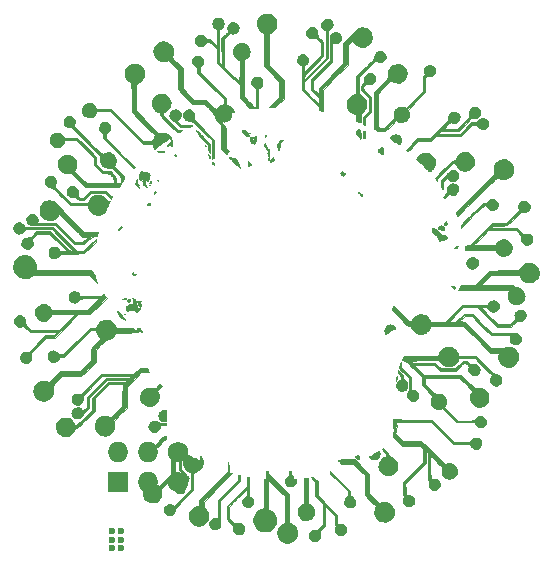
<source format=gbr>
G04 #@! TF.GenerationSoftware,KiCad,Pcbnew,(5.1.10)-1*
G04 #@! TF.CreationDate,2021-09-01T22:57:21-05:00*
G04 #@! TF.ProjectId,Bsides-KC-2021-SAO-BP,42736964-6573-42d4-9b43-2d323032312d,rev?*
G04 #@! TF.SameCoordinates,Original*
G04 #@! TF.FileFunction,Copper,L1,Top*
G04 #@! TF.FilePolarity,Positive*
%FSLAX46Y46*%
G04 Gerber Fmt 4.6, Leading zero omitted, Abs format (unit mm)*
G04 Created by KiCad (PCBNEW (5.1.10)-1) date 2021-09-01 22:57:21*
%MOMM*%
%LPD*%
G01*
G04 APERTURE LIST*
G04 #@! TA.AperFunction,EtchedComponent*
%ADD10C,0.010000*%
G04 #@! TD*
G04 #@! TA.AperFunction,ComponentPad*
%ADD11C,1.727200*%
G04 #@! TD*
G04 #@! TA.AperFunction,ComponentPad*
%ADD12O,1.727200X1.727200*%
G04 #@! TD*
G04 #@! TA.AperFunction,ComponentPad*
%ADD13R,1.727200X1.727200*%
G04 #@! TD*
G04 #@! TA.AperFunction,ViaPad*
%ADD14C,0.600000*%
G04 #@! TD*
G04 #@! TA.AperFunction,ViaPad*
%ADD15C,1.300000*%
G04 #@! TD*
G04 APERTURE END LIST*
D10*
G04 #@! TO.C,G\u002A\u002A\u002A*
G36*
X106377315Y-92517486D02*
G01*
X106425136Y-92527823D01*
X106461981Y-92530334D01*
X106494265Y-92534867D01*
X106509114Y-92556173D01*
X106513096Y-92605804D01*
X106513167Y-92620387D01*
X106513167Y-92710441D01*
X107391584Y-93588667D01*
X108270000Y-94466892D01*
X108270000Y-96927975D01*
X108370542Y-96952658D01*
X108511038Y-97008072D01*
X108643128Y-97100914D01*
X108761729Y-97226409D01*
X108861758Y-97379782D01*
X108893756Y-97444193D01*
X108947034Y-97609240D01*
X108960465Y-97779375D01*
X108935281Y-97949459D01*
X108872716Y-98114353D01*
X108774001Y-98268919D01*
X108668619Y-98382804D01*
X108527948Y-98487026D01*
X108370263Y-98558679D01*
X108203528Y-98595954D01*
X108035707Y-98597039D01*
X107880082Y-98562040D01*
X107703463Y-98478175D01*
X107552089Y-98362357D01*
X107429887Y-98218098D01*
X107362694Y-98099707D01*
X107337380Y-98041189D01*
X107321064Y-97987464D01*
X107311828Y-97926435D01*
X107307755Y-97846002D01*
X107306917Y-97747917D01*
X107307850Y-97641530D01*
X107312010Y-97565416D01*
X107321435Y-97507534D01*
X107338167Y-97455838D01*
X107364244Y-97398287D01*
X107367137Y-97392371D01*
X107460411Y-97247440D01*
X107587934Y-97117879D01*
X107742423Y-97010866D01*
X107768806Y-96996500D01*
X107909810Y-96922417D01*
X107909988Y-95789880D01*
X107910167Y-94657343D01*
X107211667Y-93959084D01*
X106513167Y-93260824D01*
X106513167Y-95738848D01*
X106627439Y-95794892D01*
X106764141Y-95880166D01*
X106896037Y-95995533D01*
X107011537Y-96129302D01*
X107099053Y-96269779D01*
X107099991Y-96271669D01*
X107138157Y-96352866D01*
X107162290Y-96419115D01*
X107176211Y-96486392D01*
X107183742Y-96570673D01*
X107186712Y-96634292D01*
X107181630Y-96817381D01*
X107148439Y-96978614D01*
X107083768Y-97130489D01*
X107027896Y-97223160D01*
X106905601Y-97372801D01*
X106763100Y-97489064D01*
X106605290Y-97572656D01*
X106437068Y-97624289D01*
X106263329Y-97644670D01*
X106088970Y-97634511D01*
X105918887Y-97594520D01*
X105757975Y-97525407D01*
X105611132Y-97427881D01*
X105483253Y-97302652D01*
X105379235Y-97150429D01*
X105304435Y-96973408D01*
X105275813Y-96837677D01*
X105265243Y-96684428D01*
X105272941Y-96532383D01*
X105297868Y-96404428D01*
X105368115Y-96238648D01*
X105473692Y-96084703D01*
X105607968Y-95948825D01*
X105764313Y-95837247D01*
X105936095Y-95756200D01*
X106012999Y-95732304D01*
X106153334Y-95695497D01*
X106153334Y-93186500D01*
X106343834Y-93186500D01*
X106343834Y-92845569D01*
X106344233Y-92717850D01*
X106345817Y-92626821D01*
X106349159Y-92566844D01*
X106354835Y-92532281D01*
X106363421Y-92517492D01*
X106375492Y-92516839D01*
X106377315Y-92517486D01*
G37*
X106377315Y-92517486D02*
X106425136Y-92527823D01*
X106461981Y-92530334D01*
X106494265Y-92534867D01*
X106509114Y-92556173D01*
X106513096Y-92605804D01*
X106513167Y-92620387D01*
X106513167Y-92710441D01*
X107391584Y-93588667D01*
X108270000Y-94466892D01*
X108270000Y-96927975D01*
X108370542Y-96952658D01*
X108511038Y-97008072D01*
X108643128Y-97100914D01*
X108761729Y-97226409D01*
X108861758Y-97379782D01*
X108893756Y-97444193D01*
X108947034Y-97609240D01*
X108960465Y-97779375D01*
X108935281Y-97949459D01*
X108872716Y-98114353D01*
X108774001Y-98268919D01*
X108668619Y-98382804D01*
X108527948Y-98487026D01*
X108370263Y-98558679D01*
X108203528Y-98595954D01*
X108035707Y-98597039D01*
X107880082Y-98562040D01*
X107703463Y-98478175D01*
X107552089Y-98362357D01*
X107429887Y-98218098D01*
X107362694Y-98099707D01*
X107337380Y-98041189D01*
X107321064Y-97987464D01*
X107311828Y-97926435D01*
X107307755Y-97846002D01*
X107306917Y-97747917D01*
X107307850Y-97641530D01*
X107312010Y-97565416D01*
X107321435Y-97507534D01*
X107338167Y-97455838D01*
X107364244Y-97398287D01*
X107367137Y-97392371D01*
X107460411Y-97247440D01*
X107587934Y-97117879D01*
X107742423Y-97010866D01*
X107768806Y-96996500D01*
X107909810Y-96922417D01*
X107909988Y-95789880D01*
X107910167Y-94657343D01*
X107211667Y-93959084D01*
X106513167Y-93260824D01*
X106513167Y-95738848D01*
X106627439Y-95794892D01*
X106764141Y-95880166D01*
X106896037Y-95995533D01*
X107011537Y-96129302D01*
X107099053Y-96269779D01*
X107099991Y-96271669D01*
X107138157Y-96352866D01*
X107162290Y-96419115D01*
X107176211Y-96486392D01*
X107183742Y-96570673D01*
X107186712Y-96634292D01*
X107181630Y-96817381D01*
X107148439Y-96978614D01*
X107083768Y-97130489D01*
X107027896Y-97223160D01*
X106905601Y-97372801D01*
X106763100Y-97489064D01*
X106605290Y-97572656D01*
X106437068Y-97624289D01*
X106263329Y-97644670D01*
X106088970Y-97634511D01*
X105918887Y-97594520D01*
X105757975Y-97525407D01*
X105611132Y-97427881D01*
X105483253Y-97302652D01*
X105379235Y-97150429D01*
X105304435Y-96973408D01*
X105275813Y-96837677D01*
X105265243Y-96684428D01*
X105272941Y-96532383D01*
X105297868Y-96404428D01*
X105368115Y-96238648D01*
X105473692Y-96084703D01*
X105607968Y-95948825D01*
X105764313Y-95837247D01*
X105936095Y-95756200D01*
X106012999Y-95732304D01*
X106153334Y-95695497D01*
X106153334Y-93186500D01*
X106343834Y-93186500D01*
X106343834Y-92845569D01*
X106344233Y-92717850D01*
X106345817Y-92626821D01*
X106349159Y-92566844D01*
X106354835Y-92532281D01*
X106363421Y-92517492D01*
X106375492Y-92516839D01*
X106377315Y-92517486D01*
G36*
X110518959Y-93181632D02*
G01*
X110704167Y-93365534D01*
X110704167Y-94551951D01*
X111540250Y-95387834D01*
X112376334Y-96223716D01*
X112376334Y-96565129D01*
X112377166Y-96686595D01*
X112379463Y-96797988D01*
X112382923Y-96890252D01*
X112387246Y-96954331D01*
X112389941Y-96974577D01*
X112403500Y-97020511D01*
X112426577Y-97034590D01*
X112458732Y-97030270D01*
X112514706Y-97019612D01*
X112587329Y-97008016D01*
X112610157Y-97004775D01*
X112721835Y-97009298D01*
X112835214Y-97047757D01*
X112940225Y-97113422D01*
X113026798Y-97199565D01*
X113084862Y-97299459D01*
X113094474Y-97328377D01*
X113117016Y-97474656D01*
X113104179Y-97614636D01*
X113057470Y-97740108D01*
X113005069Y-97815318D01*
X112904862Y-97900222D01*
X112789201Y-97950674D01*
X112665459Y-97967873D01*
X112541011Y-97953020D01*
X112423230Y-97907312D01*
X112319489Y-97831950D01*
X112237162Y-97728132D01*
X112215513Y-97686894D01*
X112175302Y-97572009D01*
X112168358Y-97462158D01*
X112193993Y-97341830D01*
X112199490Y-97325175D01*
X112218645Y-97257489D01*
X112223661Y-97196589D01*
X112215459Y-97122107D01*
X112210073Y-97091422D01*
X112201366Y-97022303D01*
X112194046Y-96922528D01*
X112188731Y-96803768D01*
X112186041Y-96677694D01*
X112185834Y-96634023D01*
X112185834Y-96308176D01*
X111773084Y-95895834D01*
X111360334Y-95483491D01*
X111360334Y-97156007D01*
X111136593Y-97377878D01*
X111034968Y-97479641D01*
X110960661Y-97557929D01*
X110910360Y-97618485D01*
X110880753Y-97667056D01*
X110868527Y-97709387D01*
X110870370Y-97751223D01*
X110882969Y-97798308D01*
X110887089Y-97810628D01*
X110913543Y-97941246D01*
X110908128Y-98073074D01*
X110872220Y-98193326D01*
X110839737Y-98250234D01*
X110748999Y-98348435D01*
X110637904Y-98420429D01*
X110515482Y-98463314D01*
X110390763Y-98474190D01*
X110272780Y-98450156D01*
X110248902Y-98440026D01*
X110160374Y-98381818D01*
X110075861Y-98298020D01*
X110009901Y-98204045D01*
X109992436Y-98168178D01*
X109964220Y-98050590D01*
X109967698Y-97920952D01*
X110000909Y-97792898D01*
X110061896Y-97680061D01*
X110062733Y-97678930D01*
X110137952Y-97601225D01*
X110232038Y-97549650D01*
X110351874Y-97521423D01*
X110471334Y-97513775D01*
X110557356Y-97512422D01*
X110628878Y-97510623D01*
X110673928Y-97508703D01*
X110680872Y-97508107D01*
X110705626Y-97492620D01*
X110754169Y-97452343D01*
X110820516Y-97392581D01*
X110898684Y-97318641D01*
X110940163Y-97278178D01*
X111169834Y-97051856D01*
X111169834Y-95292071D01*
X110841750Y-94964500D01*
X110513667Y-94636929D01*
X110513667Y-93450247D01*
X110110205Y-93048917D01*
X110221977Y-93023324D01*
X110333750Y-92997730D01*
X110518959Y-93181632D01*
G37*
X110518959Y-93181632D02*
X110704167Y-93365534D01*
X110704167Y-94551951D01*
X111540250Y-95387834D01*
X112376334Y-96223716D01*
X112376334Y-96565129D01*
X112377166Y-96686595D01*
X112379463Y-96797988D01*
X112382923Y-96890252D01*
X112387246Y-96954331D01*
X112389941Y-96974577D01*
X112403500Y-97020511D01*
X112426577Y-97034590D01*
X112458732Y-97030270D01*
X112514706Y-97019612D01*
X112587329Y-97008016D01*
X112610157Y-97004775D01*
X112721835Y-97009298D01*
X112835214Y-97047757D01*
X112940225Y-97113422D01*
X113026798Y-97199565D01*
X113084862Y-97299459D01*
X113094474Y-97328377D01*
X113117016Y-97474656D01*
X113104179Y-97614636D01*
X113057470Y-97740108D01*
X113005069Y-97815318D01*
X112904862Y-97900222D01*
X112789201Y-97950674D01*
X112665459Y-97967873D01*
X112541011Y-97953020D01*
X112423230Y-97907312D01*
X112319489Y-97831950D01*
X112237162Y-97728132D01*
X112215513Y-97686894D01*
X112175302Y-97572009D01*
X112168358Y-97462158D01*
X112193993Y-97341830D01*
X112199490Y-97325175D01*
X112218645Y-97257489D01*
X112223661Y-97196589D01*
X112215459Y-97122107D01*
X112210073Y-97091422D01*
X112201366Y-97022303D01*
X112194046Y-96922528D01*
X112188731Y-96803768D01*
X112186041Y-96677694D01*
X112185834Y-96634023D01*
X112185834Y-96308176D01*
X111773084Y-95895834D01*
X111360334Y-95483491D01*
X111360334Y-97156007D01*
X111136593Y-97377878D01*
X111034968Y-97479641D01*
X110960661Y-97557929D01*
X110910360Y-97618485D01*
X110880753Y-97667056D01*
X110868527Y-97709387D01*
X110870370Y-97751223D01*
X110882969Y-97798308D01*
X110887089Y-97810628D01*
X110913543Y-97941246D01*
X110908128Y-98073074D01*
X110872220Y-98193326D01*
X110839737Y-98250234D01*
X110748999Y-98348435D01*
X110637904Y-98420429D01*
X110515482Y-98463314D01*
X110390763Y-98474190D01*
X110272780Y-98450156D01*
X110248902Y-98440026D01*
X110160374Y-98381818D01*
X110075861Y-98298020D01*
X110009901Y-98204045D01*
X109992436Y-98168178D01*
X109964220Y-98050590D01*
X109967698Y-97920952D01*
X110000909Y-97792898D01*
X110061896Y-97680061D01*
X110062733Y-97678930D01*
X110137952Y-97601225D01*
X110232038Y-97549650D01*
X110351874Y-97521423D01*
X110471334Y-97513775D01*
X110557356Y-97512422D01*
X110628878Y-97510623D01*
X110673928Y-97508703D01*
X110680872Y-97508107D01*
X110705626Y-97492620D01*
X110754169Y-97452343D01*
X110820516Y-97392581D01*
X110898684Y-97318641D01*
X110940163Y-97278178D01*
X111169834Y-97051856D01*
X111169834Y-95292071D01*
X110841750Y-94964500D01*
X110513667Y-94636929D01*
X110513667Y-93450247D01*
X110110205Y-93048917D01*
X110221977Y-93023324D01*
X110333750Y-92997730D01*
X110518959Y-93181632D01*
G36*
X104772209Y-93029314D02*
G01*
X104806311Y-93035800D01*
X104834037Y-93041279D01*
X104856040Y-93049825D01*
X104872975Y-93065510D01*
X104885497Y-93092410D01*
X104894259Y-93134596D01*
X104899916Y-93196143D01*
X104903124Y-93281125D01*
X104904536Y-93393614D01*
X104904807Y-93537686D01*
X104904591Y-93717412D01*
X104904500Y-93852665D01*
X104904500Y-94642978D01*
X104994459Y-94696017D01*
X105120098Y-94789702D01*
X105206836Y-94899508D01*
X105254433Y-95025052D01*
X105264334Y-95123250D01*
X105244282Y-95256628D01*
X105187822Y-95376958D01*
X105100498Y-95476859D01*
X104987854Y-95548954D01*
X104927843Y-95571105D01*
X104786610Y-95593309D01*
X104653721Y-95579013D01*
X104534667Y-95532074D01*
X104434936Y-95456345D01*
X104360020Y-95355681D01*
X104315407Y-95233939D01*
X104305130Y-95133834D01*
X104318511Y-95014514D01*
X104361157Y-94909667D01*
X104436825Y-94813675D01*
X104549271Y-94720919D01*
X104606845Y-94682540D01*
X104674444Y-94617934D01*
X104699201Y-94562334D01*
X104705521Y-94515443D01*
X104708561Y-94443116D01*
X104708652Y-94356317D01*
X104706130Y-94266010D01*
X104701328Y-94183160D01*
X104694578Y-94118730D01*
X104686216Y-94083684D01*
X104684570Y-94081348D01*
X104665192Y-94090869D01*
X104619403Y-94127647D01*
X104550365Y-94188648D01*
X104461243Y-94270839D01*
X104355200Y-94371187D01*
X104235400Y-94486660D01*
X104105006Y-94614224D01*
X103967182Y-94750848D01*
X103825091Y-94893497D01*
X103681898Y-95039140D01*
X103631502Y-95090882D01*
X103190000Y-95545346D01*
X103190000Y-96523173D01*
X103375209Y-96702884D01*
X103474130Y-96798569D01*
X103550189Y-96868814D01*
X103611261Y-96917283D01*
X103665226Y-96947639D01*
X103719961Y-96963546D01*
X103783345Y-96968668D01*
X103863256Y-96966670D01*
X103934373Y-96962936D01*
X104174250Y-96950151D01*
X104272937Y-97014017D01*
X104380063Y-97106090D01*
X104451550Y-97217698D01*
X104486149Y-97343689D01*
X104482612Y-97478911D01*
X104439691Y-97618214D01*
X104426162Y-97646324D01*
X104348325Y-97756266D01*
X104245929Y-97837956D01*
X104126959Y-97888146D01*
X103999396Y-97903589D01*
X103871225Y-97881038D01*
X103859449Y-97876854D01*
X103737110Y-97810776D01*
X103633560Y-97714742D01*
X103575928Y-97629835D01*
X103549479Y-97573861D01*
X103536536Y-97523199D01*
X103534698Y-97461421D01*
X103540249Y-97385973D01*
X103545049Y-97313768D01*
X103542220Y-97252984D01*
X103528223Y-97197274D01*
X103499517Y-97140286D01*
X103452564Y-97075671D01*
X103383825Y-96997080D01*
X103289761Y-96898162D01*
X103239815Y-96846948D01*
X102999500Y-96601457D01*
X102999500Y-95482888D01*
X103856750Y-94625834D01*
X104714000Y-93768779D01*
X104714000Y-93016360D01*
X104772209Y-93029314D01*
G37*
X104772209Y-93029314D02*
X104806311Y-93035800D01*
X104834037Y-93041279D01*
X104856040Y-93049825D01*
X104872975Y-93065510D01*
X104885497Y-93092410D01*
X104894259Y-93134596D01*
X104899916Y-93196143D01*
X104903124Y-93281125D01*
X104904536Y-93393614D01*
X104904807Y-93537686D01*
X104904591Y-93717412D01*
X104904500Y-93852665D01*
X104904500Y-94642978D01*
X104994459Y-94696017D01*
X105120098Y-94789702D01*
X105206836Y-94899508D01*
X105254433Y-95025052D01*
X105264334Y-95123250D01*
X105244282Y-95256628D01*
X105187822Y-95376958D01*
X105100498Y-95476859D01*
X104987854Y-95548954D01*
X104927843Y-95571105D01*
X104786610Y-95593309D01*
X104653721Y-95579013D01*
X104534667Y-95532074D01*
X104434936Y-95456345D01*
X104360020Y-95355681D01*
X104315407Y-95233939D01*
X104305130Y-95133834D01*
X104318511Y-95014514D01*
X104361157Y-94909667D01*
X104436825Y-94813675D01*
X104549271Y-94720919D01*
X104606845Y-94682540D01*
X104674444Y-94617934D01*
X104699201Y-94562334D01*
X104705521Y-94515443D01*
X104708561Y-94443116D01*
X104708652Y-94356317D01*
X104706130Y-94266010D01*
X104701328Y-94183160D01*
X104694578Y-94118730D01*
X104686216Y-94083684D01*
X104684570Y-94081348D01*
X104665192Y-94090869D01*
X104619403Y-94127647D01*
X104550365Y-94188648D01*
X104461243Y-94270839D01*
X104355200Y-94371187D01*
X104235400Y-94486660D01*
X104105006Y-94614224D01*
X103967182Y-94750848D01*
X103825091Y-94893497D01*
X103681898Y-95039140D01*
X103631502Y-95090882D01*
X103190000Y-95545346D01*
X103190000Y-96523173D01*
X103375209Y-96702884D01*
X103474130Y-96798569D01*
X103550189Y-96868814D01*
X103611261Y-96917283D01*
X103665226Y-96947639D01*
X103719961Y-96963546D01*
X103783345Y-96968668D01*
X103863256Y-96966670D01*
X103934373Y-96962936D01*
X104174250Y-96950151D01*
X104272937Y-97014017D01*
X104380063Y-97106090D01*
X104451550Y-97217698D01*
X104486149Y-97343689D01*
X104482612Y-97478911D01*
X104439691Y-97618214D01*
X104426162Y-97646324D01*
X104348325Y-97756266D01*
X104245929Y-97837956D01*
X104126959Y-97888146D01*
X103999396Y-97903589D01*
X103871225Y-97881038D01*
X103859449Y-97876854D01*
X103737110Y-97810776D01*
X103633560Y-97714742D01*
X103575928Y-97629835D01*
X103549479Y-97573861D01*
X103536536Y-97523199D01*
X103534698Y-97461421D01*
X103540249Y-97385973D01*
X103545049Y-97313768D01*
X103542220Y-97252984D01*
X103528223Y-97197274D01*
X103499517Y-97140286D01*
X103452564Y-97075671D01*
X103383825Y-96997080D01*
X103289761Y-96898162D01*
X103239815Y-96846948D01*
X102999500Y-96601457D01*
X102999500Y-95482888D01*
X103856750Y-94625834D01*
X104714000Y-93768779D01*
X104714000Y-93016360D01*
X104772209Y-93029314D01*
G36*
X104010047Y-92857983D02*
G01*
X104065628Y-92870091D01*
X104101857Y-92881039D01*
X104105297Y-92882754D01*
X104111466Y-92906544D01*
X104116535Y-92964129D01*
X104119994Y-93046975D01*
X104121331Y-93146549D01*
X104121334Y-93150808D01*
X104121334Y-93408951D01*
X102444696Y-95080917D01*
X102454828Y-95874667D01*
X102456832Y-96069607D01*
X102457945Y-96264685D01*
X102458190Y-96452587D01*
X102457587Y-96625998D01*
X102456160Y-96777606D01*
X102453928Y-96900096D01*
X102451560Y-96972645D01*
X102438160Y-97276874D01*
X102358553Y-97345689D01*
X102289174Y-97391398D01*
X102197473Y-97433465D01*
X102100480Y-97465549D01*
X102015225Y-97481314D01*
X101992695Y-97481859D01*
X101948327Y-97474885D01*
X101883779Y-97458981D01*
X101853767Y-97450215D01*
X101760961Y-97403568D01*
X101671961Y-97327361D01*
X101599092Y-97233502D01*
X101568693Y-97174759D01*
X101539847Y-97054710D01*
X101544450Y-96925333D01*
X101580073Y-96799769D01*
X101644287Y-96691156D01*
X101661831Y-96671031D01*
X101747881Y-96601024D01*
X101851787Y-96549411D01*
X101962304Y-96519039D01*
X102068185Y-96512754D01*
X102158186Y-96533402D01*
X102174000Y-96541417D01*
X102217571Y-96563688D01*
X102242792Y-96572417D01*
X102246375Y-96552198D01*
X102249675Y-96494282D01*
X102252599Y-96403308D01*
X102255053Y-96283911D01*
X102256944Y-96140729D01*
X102258179Y-95978398D01*
X102258663Y-95801555D01*
X102258667Y-95784608D01*
X102258667Y-94996049D01*
X103094750Y-94160167D01*
X103930834Y-93324284D01*
X103930834Y-92843122D01*
X104010047Y-92857983D01*
G37*
X104010047Y-92857983D02*
X104065628Y-92870091D01*
X104101857Y-92881039D01*
X104105297Y-92882754D01*
X104111466Y-92906544D01*
X104116535Y-92964129D01*
X104119994Y-93046975D01*
X104121331Y-93146549D01*
X104121334Y-93150808D01*
X104121334Y-93408951D01*
X102444696Y-95080917D01*
X102454828Y-95874667D01*
X102456832Y-96069607D01*
X102457945Y-96264685D01*
X102458190Y-96452587D01*
X102457587Y-96625998D01*
X102456160Y-96777606D01*
X102453928Y-96900096D01*
X102451560Y-96972645D01*
X102438160Y-97276874D01*
X102358553Y-97345689D01*
X102289174Y-97391398D01*
X102197473Y-97433465D01*
X102100480Y-97465549D01*
X102015225Y-97481314D01*
X101992695Y-97481859D01*
X101948327Y-97474885D01*
X101883779Y-97458981D01*
X101853767Y-97450215D01*
X101760961Y-97403568D01*
X101671961Y-97327361D01*
X101599092Y-97233502D01*
X101568693Y-97174759D01*
X101539847Y-97054710D01*
X101544450Y-96925333D01*
X101580073Y-96799769D01*
X101644287Y-96691156D01*
X101661831Y-96671031D01*
X101747881Y-96601024D01*
X101851787Y-96549411D01*
X101962304Y-96519039D01*
X102068185Y-96512754D01*
X102158186Y-96533402D01*
X102174000Y-96541417D01*
X102217571Y-96563688D01*
X102242792Y-96572417D01*
X102246375Y-96552198D01*
X102249675Y-96494282D01*
X102252599Y-96403308D01*
X102255053Y-96283911D01*
X102256944Y-96140729D01*
X102258179Y-95978398D01*
X102258663Y-95801555D01*
X102258667Y-95784608D01*
X102258667Y-94996049D01*
X103094750Y-94160167D01*
X103930834Y-93324284D01*
X103930834Y-92843122D01*
X104010047Y-92857983D01*
G36*
X103121209Y-91751182D02*
G01*
X103133800Y-91756895D01*
X103143346Y-91772151D01*
X103150375Y-91802364D01*
X103155414Y-91852950D01*
X103158991Y-91929323D01*
X103161633Y-92036898D01*
X103163869Y-92181090D01*
X103163992Y-92190316D01*
X103166679Y-92347253D01*
X103170616Y-92466827D01*
X103176687Y-92554004D01*
X103185775Y-92613753D01*
X103198762Y-92651041D01*
X103216533Y-92670836D01*
X103239969Y-92678106D01*
X103250800Y-92678618D01*
X103292790Y-92684170D01*
X103353290Y-92697767D01*
X103367938Y-92701694D01*
X103450626Y-92724653D01*
X102251396Y-93924020D01*
X101052167Y-95123388D01*
X101052167Y-95288041D01*
X101057823Y-95409376D01*
X101078609Y-95505936D01*
X101120253Y-95592163D01*
X101188479Y-95682500D01*
X101224763Y-95723313D01*
X101291572Y-95806086D01*
X101356366Y-95902382D01*
X101399589Y-95980500D01*
X101431179Y-96051422D01*
X101450612Y-96111439D01*
X101460769Y-96175481D01*
X101464531Y-96258477D01*
X101464917Y-96319167D01*
X101463266Y-96421550D01*
X101456601Y-96496155D01*
X101442355Y-96557467D01*
X101417960Y-96619971D01*
X101407577Y-96642619D01*
X101341000Y-96754707D01*
X101250001Y-96867220D01*
X101146041Y-96968141D01*
X101040580Y-97045453D01*
X101004643Y-97065099D01*
X100923546Y-97097953D01*
X100825683Y-97127890D01*
X100726787Y-97150976D01*
X100642592Y-97163274D01*
X100609071Y-97164060D01*
X100570707Y-97158733D01*
X100507559Y-97146939D01*
X100459500Y-97136890D01*
X100298483Y-97082105D01*
X100148552Y-96993779D01*
X100017942Y-96878755D01*
X99914887Y-96743875D01*
X99863783Y-96641888D01*
X99839075Y-96569828D01*
X99824049Y-96496257D01*
X99816602Y-96406898D01*
X99814664Y-96308138D01*
X99815359Y-96207353D01*
X99820055Y-96135131D01*
X99831401Y-96077723D01*
X99852050Y-96021379D01*
X99882362Y-95956995D01*
X99983747Y-95797688D01*
X100116236Y-95664184D01*
X100274888Y-95560082D01*
X100454760Y-95488985D01*
X100555962Y-95466095D01*
X100692334Y-95442735D01*
X100692334Y-94996110D01*
X101888250Y-93800334D01*
X103084167Y-92604557D01*
X103084167Y-92174310D01*
X103084402Y-92028899D01*
X103085414Y-91920557D01*
X103087665Y-91844023D01*
X103091614Y-91794033D01*
X103097723Y-91765325D01*
X103106452Y-91752638D01*
X103118261Y-91750707D01*
X103121209Y-91751182D01*
G37*
X103121209Y-91751182D02*
X103133800Y-91756895D01*
X103143346Y-91772151D01*
X103150375Y-91802364D01*
X103155414Y-91852950D01*
X103158991Y-91929323D01*
X103161633Y-92036898D01*
X103163869Y-92181090D01*
X103163992Y-92190316D01*
X103166679Y-92347253D01*
X103170616Y-92466827D01*
X103176687Y-92554004D01*
X103185775Y-92613753D01*
X103198762Y-92651041D01*
X103216533Y-92670836D01*
X103239969Y-92678106D01*
X103250800Y-92678618D01*
X103292790Y-92684170D01*
X103353290Y-92697767D01*
X103367938Y-92701694D01*
X103450626Y-92724653D01*
X102251396Y-93924020D01*
X101052167Y-95123388D01*
X101052167Y-95288041D01*
X101057823Y-95409376D01*
X101078609Y-95505936D01*
X101120253Y-95592163D01*
X101188479Y-95682500D01*
X101224763Y-95723313D01*
X101291572Y-95806086D01*
X101356366Y-95902382D01*
X101399589Y-95980500D01*
X101431179Y-96051422D01*
X101450612Y-96111439D01*
X101460769Y-96175481D01*
X101464531Y-96258477D01*
X101464917Y-96319167D01*
X101463266Y-96421550D01*
X101456601Y-96496155D01*
X101442355Y-96557467D01*
X101417960Y-96619971D01*
X101407577Y-96642619D01*
X101341000Y-96754707D01*
X101250001Y-96867220D01*
X101146041Y-96968141D01*
X101040580Y-97045453D01*
X101004643Y-97065099D01*
X100923546Y-97097953D01*
X100825683Y-97127890D01*
X100726787Y-97150976D01*
X100642592Y-97163274D01*
X100609071Y-97164060D01*
X100570707Y-97158733D01*
X100507559Y-97146939D01*
X100459500Y-97136890D01*
X100298483Y-97082105D01*
X100148552Y-96993779D01*
X100017942Y-96878755D01*
X99914887Y-96743875D01*
X99863783Y-96641888D01*
X99839075Y-96569828D01*
X99824049Y-96496257D01*
X99816602Y-96406898D01*
X99814664Y-96308138D01*
X99815359Y-96207353D01*
X99820055Y-96135131D01*
X99831401Y-96077723D01*
X99852050Y-96021379D01*
X99882362Y-95956995D01*
X99983747Y-95797688D01*
X100116236Y-95664184D01*
X100274888Y-95560082D01*
X100454760Y-95488985D01*
X100555962Y-95466095D01*
X100692334Y-95442735D01*
X100692334Y-94996110D01*
X101888250Y-93800334D01*
X103084167Y-92604557D01*
X103084167Y-92174310D01*
X103084402Y-92028899D01*
X103085414Y-91920557D01*
X103087665Y-91844023D01*
X103091614Y-91794033D01*
X103097723Y-91765325D01*
X103106452Y-91752638D01*
X103118261Y-91750707D01*
X103121209Y-91751182D01*
G36*
X112851325Y-91536358D02*
G01*
X112878193Y-91542514D01*
X112942444Y-91547796D01*
X113039130Y-91552015D01*
X113163306Y-91554980D01*
X113310026Y-91556503D01*
X113380555Y-91556667D01*
X113889476Y-91556667D01*
X114487572Y-92154486D01*
X115085667Y-92752305D01*
X115085667Y-94425157D01*
X115493610Y-94832699D01*
X115901554Y-95240240D01*
X116014352Y-95206742D01*
X116196284Y-95162531D01*
X116350359Y-95146630D01*
X116466837Y-95156012D01*
X116645923Y-95209635D01*
X116803999Y-95295854D01*
X116937813Y-95409943D01*
X117044112Y-95547174D01*
X117119645Y-95702821D01*
X117161159Y-95872158D01*
X117165402Y-96050459D01*
X117150795Y-96150040D01*
X117093044Y-96334507D01*
X117004027Y-96492043D01*
X116886712Y-96620621D01*
X116744069Y-96718213D01*
X116579063Y-96782793D01*
X116394664Y-96812332D01*
X116193839Y-96804804D01*
X116192503Y-96804632D01*
X116010568Y-96761916D01*
X115852964Y-96685058D01*
X115721660Y-96575742D01*
X115618623Y-96435650D01*
X115545820Y-96266465D01*
X115539798Y-96246346D01*
X115515152Y-96111813D01*
X115510185Y-95960914D01*
X115523950Y-95809490D01*
X115555498Y-95673381D01*
X115577546Y-95616232D01*
X115631185Y-95499069D01*
X115178509Y-95046761D01*
X114725834Y-94594453D01*
X114725834Y-92900412D01*
X114233543Y-92408456D01*
X113741253Y-91916500D01*
X112724448Y-91916500D01*
X112578242Y-91769165D01*
X112506678Y-91693782D01*
X112466705Y-91643405D01*
X112457073Y-91616330D01*
X112462393Y-91611263D01*
X112539814Y-91587450D01*
X112626315Y-91565660D01*
X112711352Y-91547921D01*
X112784380Y-91536267D01*
X112834853Y-91532727D01*
X112851325Y-91536358D01*
G37*
X112851325Y-91536358D02*
X112878193Y-91542514D01*
X112942444Y-91547796D01*
X113039130Y-91552015D01*
X113163306Y-91554980D01*
X113310026Y-91556503D01*
X113380555Y-91556667D01*
X113889476Y-91556667D01*
X114487572Y-92154486D01*
X115085667Y-92752305D01*
X115085667Y-94425157D01*
X115493610Y-94832699D01*
X115901554Y-95240240D01*
X116014352Y-95206742D01*
X116196284Y-95162531D01*
X116350359Y-95146630D01*
X116466837Y-95156012D01*
X116645923Y-95209635D01*
X116803999Y-95295854D01*
X116937813Y-95409943D01*
X117044112Y-95547174D01*
X117119645Y-95702821D01*
X117161159Y-95872158D01*
X117165402Y-96050459D01*
X117150795Y-96150040D01*
X117093044Y-96334507D01*
X117004027Y-96492043D01*
X116886712Y-96620621D01*
X116744069Y-96718213D01*
X116579063Y-96782793D01*
X116394664Y-96812332D01*
X116193839Y-96804804D01*
X116192503Y-96804632D01*
X116010568Y-96761916D01*
X115852964Y-96685058D01*
X115721660Y-96575742D01*
X115618623Y-96435650D01*
X115545820Y-96266465D01*
X115539798Y-96246346D01*
X115515152Y-96111813D01*
X115510185Y-95960914D01*
X115523950Y-95809490D01*
X115555498Y-95673381D01*
X115577546Y-95616232D01*
X115631185Y-95499069D01*
X115178509Y-95046761D01*
X114725834Y-94594453D01*
X114725834Y-92900412D01*
X114233543Y-92408456D01*
X113741253Y-91916500D01*
X112724448Y-91916500D01*
X112578242Y-91769165D01*
X112506678Y-91693782D01*
X112466705Y-91643405D01*
X112457073Y-91616330D01*
X112462393Y-91611263D01*
X112539814Y-91587450D01*
X112626315Y-91565660D01*
X112711352Y-91547921D01*
X112784380Y-91536267D01*
X112834853Y-91532727D01*
X112851325Y-91536358D01*
G36*
X109853063Y-93105285D02*
G01*
X109859255Y-93117841D01*
X109864375Y-93142804D01*
X109868523Y-93183477D01*
X109871799Y-93243162D01*
X109874301Y-93325163D01*
X109876128Y-93432781D01*
X109877379Y-93569320D01*
X109878153Y-93738082D01*
X109878549Y-93942370D01*
X109878667Y-94185486D01*
X109878667Y-95301535D01*
X109962181Y-95324023D01*
X110049189Y-95364095D01*
X110142303Y-95434823D01*
X110232438Y-95527350D01*
X110310511Y-95632817D01*
X110349115Y-95701310D01*
X110387022Y-95784721D01*
X110407974Y-95853762D01*
X110416638Y-95928896D01*
X110417875Y-96002823D01*
X110414640Y-96097410D01*
X110402482Y-96170641D01*
X110376588Y-96243293D01*
X110348029Y-96304284D01*
X110256179Y-96448033D01*
X110139507Y-96557665D01*
X109999184Y-96632478D01*
X109836379Y-96671772D01*
X109724981Y-96677990D01*
X109631696Y-96672614D01*
X109540150Y-96659596D01*
X109476614Y-96643694D01*
X109321164Y-96568590D01*
X109194441Y-96464245D01*
X109099177Y-96334830D01*
X109038100Y-96184512D01*
X109013940Y-96017462D01*
X109015707Y-95939754D01*
X109047905Y-95771165D01*
X109118085Y-95620244D01*
X109224840Y-95489151D01*
X109366762Y-95380045D01*
X109389323Y-95366667D01*
X109518375Y-95292584D01*
X109518604Y-94221477D01*
X109518834Y-93150371D01*
X109665786Y-93126102D01*
X109744164Y-93113901D01*
X109808732Y-93105187D01*
X109845585Y-93101834D01*
X109845702Y-93101834D01*
X109853063Y-93105285D01*
G37*
X109853063Y-93105285D02*
X109859255Y-93117841D01*
X109864375Y-93142804D01*
X109868523Y-93183477D01*
X109871799Y-93243162D01*
X109874301Y-93325163D01*
X109876128Y-93432781D01*
X109877379Y-93569320D01*
X109878153Y-93738082D01*
X109878549Y-93942370D01*
X109878667Y-94185486D01*
X109878667Y-95301535D01*
X109962181Y-95324023D01*
X110049189Y-95364095D01*
X110142303Y-95434823D01*
X110232438Y-95527350D01*
X110310511Y-95632817D01*
X110349115Y-95701310D01*
X110387022Y-95784721D01*
X110407974Y-95853762D01*
X110416638Y-95928896D01*
X110417875Y-96002823D01*
X110414640Y-96097410D01*
X110402482Y-96170641D01*
X110376588Y-96243293D01*
X110348029Y-96304284D01*
X110256179Y-96448033D01*
X110139507Y-96557665D01*
X109999184Y-96632478D01*
X109836379Y-96671772D01*
X109724981Y-96677990D01*
X109631696Y-96672614D01*
X109540150Y-96659596D01*
X109476614Y-96643694D01*
X109321164Y-96568590D01*
X109194441Y-96464245D01*
X109099177Y-96334830D01*
X109038100Y-96184512D01*
X109013940Y-96017462D01*
X109015707Y-95939754D01*
X109047905Y-95771165D01*
X109118085Y-95620244D01*
X109224840Y-95489151D01*
X109366762Y-95380045D01*
X109389323Y-95366667D01*
X109518375Y-95292584D01*
X109518604Y-94221477D01*
X109518834Y-93150371D01*
X109665786Y-93126102D01*
X109744164Y-93113901D01*
X109808732Y-93105187D01*
X109845585Y-93101834D01*
X109845702Y-93101834D01*
X109853063Y-93105285D01*
G36*
X99877417Y-91242312D02*
G01*
X100029328Y-91323493D01*
X100181092Y-91399926D01*
X100326780Y-91469009D01*
X100460465Y-91528140D01*
X100576219Y-91574715D01*
X100668114Y-91606134D01*
X100730223Y-91619794D01*
X100738163Y-91620167D01*
X100745884Y-91600565D01*
X100751894Y-91548001D01*
X100755339Y-91471839D01*
X100755834Y-91426386D01*
X100756261Y-91335844D01*
X100758614Y-91281110D01*
X100764501Y-91255662D01*
X100775530Y-91252974D01*
X100793309Y-91266525D01*
X100794884Y-91267946D01*
X100833546Y-91316991D01*
X100877284Y-91393896D01*
X100919843Y-91485735D01*
X100954970Y-91579579D01*
X100968953Y-91627750D01*
X100986179Y-91759606D01*
X100979559Y-91906182D01*
X100950926Y-92048539D01*
X100920149Y-92132540D01*
X100843494Y-92258285D01*
X100736455Y-92376437D01*
X100609133Y-92479067D01*
X100471629Y-92558248D01*
X100334046Y-92606052D01*
X100311128Y-92610530D01*
X100248525Y-92626175D01*
X100215700Y-92650525D01*
X100203169Y-92678941D01*
X100199581Y-92712282D01*
X100196184Y-92782518D01*
X100193100Y-92884209D01*
X100190449Y-93011918D01*
X100188352Y-93160205D01*
X100186931Y-93323632D01*
X100186443Y-93430043D01*
X100184334Y-94128669D01*
X99516303Y-94795293D01*
X99329810Y-94981965D01*
X99171612Y-95141763D01*
X99039522Y-95277192D01*
X98931355Y-95390755D01*
X98844925Y-95484957D01*
X98778046Y-95562302D01*
X98728533Y-95625296D01*
X98694201Y-95676441D01*
X98672863Y-95718243D01*
X98662334Y-95753206D01*
X98660215Y-95776222D01*
X98639650Y-95914984D01*
X98581558Y-96042903D01*
X98490593Y-96152743D01*
X98371406Y-96237266D01*
X98360071Y-96243077D01*
X98226853Y-96289261D01*
X98097262Y-96293581D01*
X97972399Y-96256007D01*
X97967160Y-96253455D01*
X97855250Y-96177403D01*
X97771174Y-96078330D01*
X97716023Y-95963550D01*
X97690888Y-95840378D01*
X97696861Y-95716128D01*
X97735032Y-95598115D01*
X97806493Y-95493654D01*
X97847975Y-95454520D01*
X97936754Y-95397868D01*
X98044509Y-95353101D01*
X98151538Y-95327583D01*
X98196334Y-95324334D01*
X98242290Y-95333857D01*
X98311588Y-95359053D01*
X98390662Y-95394862D01*
X98405429Y-95402323D01*
X98557039Y-95480312D01*
X99275436Y-94762148D01*
X99993834Y-94043984D01*
X99993834Y-92622731D01*
X99878302Y-92586313D01*
X99732910Y-92519339D01*
X99597819Y-92415823D01*
X99478714Y-92281304D01*
X99381283Y-92121321D01*
X99364481Y-92085834D01*
X99313079Y-91922654D01*
X99301333Y-91754088D01*
X99328004Y-91585684D01*
X99391852Y-91422993D01*
X99491636Y-91271564D01*
X99564088Y-91192444D01*
X99644584Y-91113971D01*
X99877417Y-91242312D01*
G37*
X99877417Y-91242312D02*
X100029328Y-91323493D01*
X100181092Y-91399926D01*
X100326780Y-91469009D01*
X100460465Y-91528140D01*
X100576219Y-91574715D01*
X100668114Y-91606134D01*
X100730223Y-91619794D01*
X100738163Y-91620167D01*
X100745884Y-91600565D01*
X100751894Y-91548001D01*
X100755339Y-91471839D01*
X100755834Y-91426386D01*
X100756261Y-91335844D01*
X100758614Y-91281110D01*
X100764501Y-91255662D01*
X100775530Y-91252974D01*
X100793309Y-91266525D01*
X100794884Y-91267946D01*
X100833546Y-91316991D01*
X100877284Y-91393896D01*
X100919843Y-91485735D01*
X100954970Y-91579579D01*
X100968953Y-91627750D01*
X100986179Y-91759606D01*
X100979559Y-91906182D01*
X100950926Y-92048539D01*
X100920149Y-92132540D01*
X100843494Y-92258285D01*
X100736455Y-92376437D01*
X100609133Y-92479067D01*
X100471629Y-92558248D01*
X100334046Y-92606052D01*
X100311128Y-92610530D01*
X100248525Y-92626175D01*
X100215700Y-92650525D01*
X100203169Y-92678941D01*
X100199581Y-92712282D01*
X100196184Y-92782518D01*
X100193100Y-92884209D01*
X100190449Y-93011918D01*
X100188352Y-93160205D01*
X100186931Y-93323632D01*
X100186443Y-93430043D01*
X100184334Y-94128669D01*
X99516303Y-94795293D01*
X99329810Y-94981965D01*
X99171612Y-95141763D01*
X99039522Y-95277192D01*
X98931355Y-95390755D01*
X98844925Y-95484957D01*
X98778046Y-95562302D01*
X98728533Y-95625296D01*
X98694201Y-95676441D01*
X98672863Y-95718243D01*
X98662334Y-95753206D01*
X98660215Y-95776222D01*
X98639650Y-95914984D01*
X98581558Y-96042903D01*
X98490593Y-96152743D01*
X98371406Y-96237266D01*
X98360071Y-96243077D01*
X98226853Y-96289261D01*
X98097262Y-96293581D01*
X97972399Y-96256007D01*
X97967160Y-96253455D01*
X97855250Y-96177403D01*
X97771174Y-96078330D01*
X97716023Y-95963550D01*
X97690888Y-95840378D01*
X97696861Y-95716128D01*
X97735032Y-95598115D01*
X97806493Y-95493654D01*
X97847975Y-95454520D01*
X97936754Y-95397868D01*
X98044509Y-95353101D01*
X98151538Y-95327583D01*
X98196334Y-95324334D01*
X98242290Y-95333857D01*
X98311588Y-95359053D01*
X98390662Y-95394862D01*
X98405429Y-95402323D01*
X98557039Y-95480312D01*
X99275436Y-94762148D01*
X99993834Y-94043984D01*
X99993834Y-92622731D01*
X99878302Y-92586313D01*
X99732910Y-92519339D01*
X99597819Y-92415823D01*
X99478714Y-92281304D01*
X99381283Y-92121321D01*
X99364481Y-92085834D01*
X99313079Y-91922654D01*
X99301333Y-91754088D01*
X99328004Y-91585684D01*
X99391852Y-91422993D01*
X99491636Y-91271564D01*
X99564088Y-91192444D01*
X99644584Y-91113971D01*
X99877417Y-91242312D01*
G36*
X112631961Y-93368044D02*
G01*
X113477000Y-94212885D01*
X113477324Y-94414068D01*
X113479021Y-94503872D01*
X113483307Y-94578404D01*
X113489428Y-94626992D01*
X113493199Y-94638641D01*
X113522336Y-94660228D01*
X113573913Y-94683096D01*
X113584152Y-94686596D01*
X113662272Y-94728311D01*
X113741652Y-94797258D01*
X113809534Y-94880727D01*
X113846383Y-94947945D01*
X113871605Y-95047543D01*
X113877333Y-95164710D01*
X113863892Y-95279608D01*
X113839691Y-95356265D01*
X113768435Y-95464922D01*
X113669651Y-95547207D01*
X113551159Y-95600047D01*
X113420778Y-95620363D01*
X113286329Y-95605082D01*
X113241734Y-95591465D01*
X113122768Y-95532184D01*
X113033573Y-95447111D01*
X112981405Y-95362366D01*
X112938740Y-95249924D01*
X112929848Y-95143496D01*
X112954902Y-95031265D01*
X112987400Y-94953917D01*
X113061060Y-94828313D01*
X113145059Y-94740354D01*
X113206332Y-94701689D01*
X113228452Y-94687680D01*
X113242965Y-94666374D01*
X113251834Y-94629180D01*
X113257023Y-94567510D01*
X113260497Y-94472772D01*
X113260755Y-94463675D01*
X113266760Y-94249750D01*
X112488172Y-93484815D01*
X112314909Y-93313862D01*
X112160902Y-93160428D01*
X112027819Y-93026237D01*
X111917333Y-92913016D01*
X111831114Y-92822492D01*
X111770832Y-92756390D01*
X111738157Y-92716438D01*
X111732989Y-92704481D01*
X111751556Y-92675223D01*
X111768412Y-92621833D01*
X111771658Y-92606144D01*
X111786923Y-92523204D01*
X112631961Y-93368044D01*
G37*
X112631961Y-93368044D02*
X113477000Y-94212885D01*
X113477324Y-94414068D01*
X113479021Y-94503872D01*
X113483307Y-94578404D01*
X113489428Y-94626992D01*
X113493199Y-94638641D01*
X113522336Y-94660228D01*
X113573913Y-94683096D01*
X113584152Y-94686596D01*
X113662272Y-94728311D01*
X113741652Y-94797258D01*
X113809534Y-94880727D01*
X113846383Y-94947945D01*
X113871605Y-95047543D01*
X113877333Y-95164710D01*
X113863892Y-95279608D01*
X113839691Y-95356265D01*
X113768435Y-95464922D01*
X113669651Y-95547207D01*
X113551159Y-95600047D01*
X113420778Y-95620363D01*
X113286329Y-95605082D01*
X113241734Y-95591465D01*
X113122768Y-95532184D01*
X113033573Y-95447111D01*
X112981405Y-95362366D01*
X112938740Y-95249924D01*
X112929848Y-95143496D01*
X112954902Y-95031265D01*
X112987400Y-94953917D01*
X113061060Y-94828313D01*
X113145059Y-94740354D01*
X113206332Y-94701689D01*
X113228452Y-94687680D01*
X113242965Y-94666374D01*
X113251834Y-94629180D01*
X113257023Y-94567510D01*
X113260497Y-94472772D01*
X113260755Y-94463675D01*
X113266760Y-94249750D01*
X112488172Y-93484815D01*
X112314909Y-93313862D01*
X112160902Y-93160428D01*
X112027819Y-93026237D01*
X111917333Y-92913016D01*
X111831114Y-92822492D01*
X111770832Y-92756390D01*
X111738157Y-92716438D01*
X111732989Y-92704481D01*
X111751556Y-92675223D01*
X111768412Y-92621833D01*
X111771658Y-92606144D01*
X111786923Y-92523204D01*
X112631961Y-93368044D01*
G36*
X117147113Y-88126053D02*
G01*
X117151258Y-88129195D01*
X117181898Y-88137193D01*
X117252701Y-88144828D01*
X117361499Y-88152047D01*
X117506125Y-88158797D01*
X117684408Y-88165025D01*
X117894182Y-88170678D01*
X118133278Y-88175705D01*
X118399526Y-88180052D01*
X118690760Y-88183665D01*
X119004809Y-88186493D01*
X119339506Y-88188483D01*
X119626007Y-88189448D01*
X120388097Y-88191167D01*
X121319250Y-89122500D01*
X122250403Y-90053834D01*
X122896077Y-90053544D01*
X123059292Y-90053070D01*
X123210432Y-90051866D01*
X123343858Y-90050038D01*
X123453931Y-90047690D01*
X123535009Y-90044928D01*
X123581454Y-90041855D01*
X123588674Y-90040676D01*
X123631469Y-90014337D01*
X123648345Y-89987934D01*
X123696263Y-89901850D01*
X123777361Y-89826163D01*
X123882739Y-89766634D01*
X124003498Y-89729026D01*
X124061007Y-89720742D01*
X124210337Y-89724025D01*
X124335900Y-89761613D01*
X124435443Y-89831464D01*
X124506715Y-89931534D01*
X124547463Y-90059782D01*
X124556642Y-90170250D01*
X124539224Y-90320630D01*
X124488276Y-90450303D01*
X124406236Y-90555222D01*
X124295543Y-90631339D01*
X124272640Y-90641721D01*
X124177268Y-90666635D01*
X124069443Y-90671682D01*
X123968097Y-90657100D01*
X123914684Y-90637218D01*
X123845591Y-90591813D01*
X123774026Y-90529349D01*
X123709915Y-90460319D01*
X123663185Y-90395216D01*
X123644759Y-90351918D01*
X123618754Y-90297406D01*
X123587073Y-90278742D01*
X123555302Y-90275493D01*
X123486704Y-90271657D01*
X123386778Y-90267435D01*
X123261023Y-90263028D01*
X123114939Y-90258637D01*
X122954024Y-90254464D01*
X122871616Y-90252564D01*
X122201482Y-90237744D01*
X121273623Y-89309706D01*
X120345764Y-88381667D01*
X118835284Y-88381667D01*
X118545177Y-88381725D01*
X118294577Y-88381942D01*
X118080659Y-88382384D01*
X117900597Y-88383115D01*
X117751566Y-88384201D01*
X117630740Y-88385707D01*
X117535294Y-88387697D01*
X117462401Y-88390237D01*
X117409236Y-88393392D01*
X117372973Y-88397227D01*
X117350788Y-88401807D01*
X117339853Y-88407196D01*
X117337344Y-88413461D01*
X117338034Y-88416142D01*
X117378781Y-88573937D01*
X117390300Y-88750591D01*
X117372914Y-88934648D01*
X117326943Y-89114653D01*
X117317725Y-89140268D01*
X117259526Y-89295618D01*
X117595807Y-89632393D01*
X117932087Y-89969167D01*
X119499086Y-89969167D01*
X120490822Y-90961071D01*
X121482558Y-91952976D01*
X121609165Y-91913571D01*
X121781418Y-91879474D01*
X121945106Y-91886684D01*
X122099114Y-91934964D01*
X122242331Y-92024080D01*
X122279648Y-92055688D01*
X122386471Y-92177105D01*
X122457929Y-92312890D01*
X122494906Y-92456972D01*
X122498289Y-92603280D01*
X122468964Y-92745741D01*
X122407815Y-92878285D01*
X122315730Y-92994837D01*
X122193593Y-93089328D01*
X122123584Y-93125496D01*
X122035018Y-93156011D01*
X121935214Y-93170667D01*
X121859000Y-93173244D01*
X121693327Y-93161506D01*
X121555020Y-93122821D01*
X121436789Y-93054555D01*
X121371159Y-92997008D01*
X121303620Y-92920410D01*
X121255693Y-92841177D01*
X121224869Y-92750599D01*
X121208634Y-92639970D01*
X121204479Y-92500580D01*
X121205942Y-92424090D01*
X121213417Y-92172583D01*
X121128750Y-92085043D01*
X121089513Y-92045619D01*
X121025125Y-91982257D01*
X120941040Y-91900267D01*
X120842715Y-91804956D01*
X120735603Y-91701633D01*
X120666796Y-91635515D01*
X120545144Y-91519591D01*
X120450180Y-91431127D01*
X120378784Y-91367522D01*
X120327836Y-91326178D01*
X120294216Y-91304495D01*
X120274804Y-91299873D01*
X120268834Y-91303972D01*
X120263662Y-91333157D01*
X120259548Y-91402530D01*
X120256522Y-91509961D01*
X120254615Y-91653317D01*
X120253857Y-91830468D01*
X120254279Y-92039282D01*
X120255537Y-92234000D01*
X120257676Y-92468211D01*
X120260132Y-92663440D01*
X120263236Y-92823035D01*
X120267317Y-92950349D01*
X120272705Y-93048731D01*
X120279730Y-93121532D01*
X120288723Y-93172103D01*
X120300013Y-93203793D01*
X120313930Y-93219953D01*
X120330804Y-93223934D01*
X120350965Y-93219085D01*
X120352498Y-93218506D01*
X120389626Y-93210628D01*
X120456090Y-93202018D01*
X120538958Y-93194288D01*
X120558117Y-93192866D01*
X120671189Y-93189554D01*
X120756432Y-93201715D01*
X120827107Y-93234628D01*
X120896474Y-93293575D01*
X120946391Y-93347499D01*
X121023892Y-93454877D01*
X121063100Y-93561788D01*
X121066809Y-93677959D01*
X121057755Y-93735292D01*
X121011559Y-93872499D01*
X120936949Y-93986016D01*
X120839000Y-94071268D01*
X120722782Y-94123678D01*
X120610179Y-94139000D01*
X120469465Y-94119300D01*
X120343543Y-94063461D01*
X120238677Y-93976375D01*
X120161132Y-93862932D01*
X120123607Y-93759141D01*
X120111444Y-93689269D01*
X120113226Y-93623364D01*
X120129809Y-93541251D01*
X120133460Y-93526929D01*
X120151187Y-93454624D01*
X120156908Y-93408139D01*
X120149582Y-93372403D01*
X120128169Y-93332349D01*
X120118996Y-93317484D01*
X120105145Y-93293701D01*
X120094066Y-93268510D01*
X120085318Y-93236879D01*
X120078460Y-93193773D01*
X120073051Y-93134158D01*
X120068649Y-93053001D01*
X120064814Y-92945266D01*
X120061104Y-92805920D01*
X120057078Y-92629930D01*
X120056516Y-92604417D01*
X120052612Y-92411526D01*
X120048973Y-92202685D01*
X120045773Y-91990050D01*
X120043181Y-91785778D01*
X120041371Y-91602028D01*
X120040605Y-91478941D01*
X120038667Y-90988466D01*
X119948709Y-90911447D01*
X119858750Y-90834429D01*
X119853172Y-91359590D01*
X119847595Y-91884750D01*
X118140751Y-93599250D01*
X118150057Y-94091375D01*
X118159362Y-94583500D01*
X118363473Y-94583965D01*
X118504180Y-94589733D01*
X118611745Y-94608484D01*
X118694229Y-94643476D01*
X118759691Y-94697970D01*
X118809427Y-94764346D01*
X118875639Y-94901606D01*
X118901979Y-95038916D01*
X118888399Y-95172014D01*
X118834850Y-95296635D01*
X118815932Y-95324965D01*
X118716647Y-95431049D01*
X118600511Y-95500405D01*
X118472775Y-95531595D01*
X118338685Y-95523182D01*
X118228052Y-95485901D01*
X118104441Y-95408005D01*
X118015460Y-95306836D01*
X117962029Y-95184731D01*
X117945070Y-95044027D01*
X117965505Y-94887062D01*
X117976159Y-94846944D01*
X117995328Y-94763633D01*
X117996140Y-94697903D01*
X117986811Y-94653186D01*
X117980023Y-94609902D01*
X117972890Y-94531194D01*
X117965827Y-94423962D01*
X117959248Y-94295110D01*
X117953568Y-94151537D01*
X117950385Y-94047281D01*
X117936299Y-93521645D01*
X119660801Y-91796757D01*
X119653942Y-91226920D01*
X119651544Y-91045598D01*
X119648480Y-90901245D01*
X119643671Y-90788496D01*
X119636037Y-90701990D01*
X119624497Y-90636363D01*
X119607969Y-90586252D01*
X119585375Y-90546294D01*
X119555633Y-90511127D01*
X119517664Y-90475387D01*
X119499262Y-90459142D01*
X119423360Y-90392500D01*
X117869084Y-90391076D01*
X117100178Y-89641084D01*
X117120877Y-89450584D01*
X117126375Y-89372723D01*
X117130217Y-89260111D01*
X117132324Y-89120299D01*
X117132616Y-88960840D01*
X117131013Y-88789287D01*
X117129033Y-88680212D01*
X117125475Y-88508574D01*
X117123228Y-88374897D01*
X117122468Y-88274825D01*
X117123369Y-88204002D01*
X117126109Y-88158069D01*
X117130862Y-88132671D01*
X117137805Y-88123452D01*
X117147113Y-88126053D01*
G37*
X117147113Y-88126053D02*
X117151258Y-88129195D01*
X117181898Y-88137193D01*
X117252701Y-88144828D01*
X117361499Y-88152047D01*
X117506125Y-88158797D01*
X117684408Y-88165025D01*
X117894182Y-88170678D01*
X118133278Y-88175705D01*
X118399526Y-88180052D01*
X118690760Y-88183665D01*
X119004809Y-88186493D01*
X119339506Y-88188483D01*
X119626007Y-88189448D01*
X120388097Y-88191167D01*
X121319250Y-89122500D01*
X122250403Y-90053834D01*
X122896077Y-90053544D01*
X123059292Y-90053070D01*
X123210432Y-90051866D01*
X123343858Y-90050038D01*
X123453931Y-90047690D01*
X123535009Y-90044928D01*
X123581454Y-90041855D01*
X123588674Y-90040676D01*
X123631469Y-90014337D01*
X123648345Y-89987934D01*
X123696263Y-89901850D01*
X123777361Y-89826163D01*
X123882739Y-89766634D01*
X124003498Y-89729026D01*
X124061007Y-89720742D01*
X124210337Y-89724025D01*
X124335900Y-89761613D01*
X124435443Y-89831464D01*
X124506715Y-89931534D01*
X124547463Y-90059782D01*
X124556642Y-90170250D01*
X124539224Y-90320630D01*
X124488276Y-90450303D01*
X124406236Y-90555222D01*
X124295543Y-90631339D01*
X124272640Y-90641721D01*
X124177268Y-90666635D01*
X124069443Y-90671682D01*
X123968097Y-90657100D01*
X123914684Y-90637218D01*
X123845591Y-90591813D01*
X123774026Y-90529349D01*
X123709915Y-90460319D01*
X123663185Y-90395216D01*
X123644759Y-90351918D01*
X123618754Y-90297406D01*
X123587073Y-90278742D01*
X123555302Y-90275493D01*
X123486704Y-90271657D01*
X123386778Y-90267435D01*
X123261023Y-90263028D01*
X123114939Y-90258637D01*
X122954024Y-90254464D01*
X122871616Y-90252564D01*
X122201482Y-90237744D01*
X121273623Y-89309706D01*
X120345764Y-88381667D01*
X118835284Y-88381667D01*
X118545177Y-88381725D01*
X118294577Y-88381942D01*
X118080659Y-88382384D01*
X117900597Y-88383115D01*
X117751566Y-88384201D01*
X117630740Y-88385707D01*
X117535294Y-88387697D01*
X117462401Y-88390237D01*
X117409236Y-88393392D01*
X117372973Y-88397227D01*
X117350788Y-88401807D01*
X117339853Y-88407196D01*
X117337344Y-88413461D01*
X117338034Y-88416142D01*
X117378781Y-88573937D01*
X117390300Y-88750591D01*
X117372914Y-88934648D01*
X117326943Y-89114653D01*
X117317725Y-89140268D01*
X117259526Y-89295618D01*
X117595807Y-89632393D01*
X117932087Y-89969167D01*
X119499086Y-89969167D01*
X120490822Y-90961071D01*
X121482558Y-91952976D01*
X121609165Y-91913571D01*
X121781418Y-91879474D01*
X121945106Y-91886684D01*
X122099114Y-91934964D01*
X122242331Y-92024080D01*
X122279648Y-92055688D01*
X122386471Y-92177105D01*
X122457929Y-92312890D01*
X122494906Y-92456972D01*
X122498289Y-92603280D01*
X122468964Y-92745741D01*
X122407815Y-92878285D01*
X122315730Y-92994837D01*
X122193593Y-93089328D01*
X122123584Y-93125496D01*
X122035018Y-93156011D01*
X121935214Y-93170667D01*
X121859000Y-93173244D01*
X121693327Y-93161506D01*
X121555020Y-93122821D01*
X121436789Y-93054555D01*
X121371159Y-92997008D01*
X121303620Y-92920410D01*
X121255693Y-92841177D01*
X121224869Y-92750599D01*
X121208634Y-92639970D01*
X121204479Y-92500580D01*
X121205942Y-92424090D01*
X121213417Y-92172583D01*
X121128750Y-92085043D01*
X121089513Y-92045619D01*
X121025125Y-91982257D01*
X120941040Y-91900267D01*
X120842715Y-91804956D01*
X120735603Y-91701633D01*
X120666796Y-91635515D01*
X120545144Y-91519591D01*
X120450180Y-91431127D01*
X120378784Y-91367522D01*
X120327836Y-91326178D01*
X120294216Y-91304495D01*
X120274804Y-91299873D01*
X120268834Y-91303972D01*
X120263662Y-91333157D01*
X120259548Y-91402530D01*
X120256522Y-91509961D01*
X120254615Y-91653317D01*
X120253857Y-91830468D01*
X120254279Y-92039282D01*
X120255537Y-92234000D01*
X120257676Y-92468211D01*
X120260132Y-92663440D01*
X120263236Y-92823035D01*
X120267317Y-92950349D01*
X120272705Y-93048731D01*
X120279730Y-93121532D01*
X120288723Y-93172103D01*
X120300013Y-93203793D01*
X120313930Y-93219953D01*
X120330804Y-93223934D01*
X120350965Y-93219085D01*
X120352498Y-93218506D01*
X120389626Y-93210628D01*
X120456090Y-93202018D01*
X120538958Y-93194288D01*
X120558117Y-93192866D01*
X120671189Y-93189554D01*
X120756432Y-93201715D01*
X120827107Y-93234628D01*
X120896474Y-93293575D01*
X120946391Y-93347499D01*
X121023892Y-93454877D01*
X121063100Y-93561788D01*
X121066809Y-93677959D01*
X121057755Y-93735292D01*
X121011559Y-93872499D01*
X120936949Y-93986016D01*
X120839000Y-94071268D01*
X120722782Y-94123678D01*
X120610179Y-94139000D01*
X120469465Y-94119300D01*
X120343543Y-94063461D01*
X120238677Y-93976375D01*
X120161132Y-93862932D01*
X120123607Y-93759141D01*
X120111444Y-93689269D01*
X120113226Y-93623364D01*
X120129809Y-93541251D01*
X120133460Y-93526929D01*
X120151187Y-93454624D01*
X120156908Y-93408139D01*
X120149582Y-93372403D01*
X120128169Y-93332349D01*
X120118996Y-93317484D01*
X120105145Y-93293701D01*
X120094066Y-93268510D01*
X120085318Y-93236879D01*
X120078460Y-93193773D01*
X120073051Y-93134158D01*
X120068649Y-93053001D01*
X120064814Y-92945266D01*
X120061104Y-92805920D01*
X120057078Y-92629930D01*
X120056516Y-92604417D01*
X120052612Y-92411526D01*
X120048973Y-92202685D01*
X120045773Y-91990050D01*
X120043181Y-91785778D01*
X120041371Y-91602028D01*
X120040605Y-91478941D01*
X120038667Y-90988466D01*
X119948709Y-90911447D01*
X119858750Y-90834429D01*
X119853172Y-91359590D01*
X119847595Y-91884750D01*
X118140751Y-93599250D01*
X118150057Y-94091375D01*
X118159362Y-94583500D01*
X118363473Y-94583965D01*
X118504180Y-94589733D01*
X118611745Y-94608484D01*
X118694229Y-94643476D01*
X118759691Y-94697970D01*
X118809427Y-94764346D01*
X118875639Y-94901606D01*
X118901979Y-95038916D01*
X118888399Y-95172014D01*
X118834850Y-95296635D01*
X118815932Y-95324965D01*
X118716647Y-95431049D01*
X118600511Y-95500405D01*
X118472775Y-95531595D01*
X118338685Y-95523182D01*
X118228052Y-95485901D01*
X118104441Y-95408005D01*
X118015460Y-95306836D01*
X117962029Y-95184731D01*
X117945070Y-95044027D01*
X117965505Y-94887062D01*
X117976159Y-94846944D01*
X117995328Y-94763633D01*
X117996140Y-94697903D01*
X117986811Y-94653186D01*
X117980023Y-94609902D01*
X117972890Y-94531194D01*
X117965827Y-94423962D01*
X117959248Y-94295110D01*
X117953568Y-94151537D01*
X117950385Y-94047281D01*
X117936299Y-93521645D01*
X119660801Y-91796757D01*
X119653942Y-91226920D01*
X119651544Y-91045598D01*
X119648480Y-90901245D01*
X119643671Y-90788496D01*
X119636037Y-90701990D01*
X119624497Y-90636363D01*
X119607969Y-90586252D01*
X119585375Y-90546294D01*
X119555633Y-90511127D01*
X119517664Y-90475387D01*
X119499262Y-90459142D01*
X119423360Y-90392500D01*
X117869084Y-90391076D01*
X117100178Y-89641084D01*
X117120877Y-89450584D01*
X117126375Y-89372723D01*
X117130217Y-89260111D01*
X117132324Y-89120299D01*
X117132616Y-88960840D01*
X117131013Y-88789287D01*
X117129033Y-88680212D01*
X117125475Y-88508574D01*
X117123228Y-88374897D01*
X117122468Y-88274825D01*
X117123369Y-88204002D01*
X117126109Y-88158069D01*
X117130862Y-88132671D01*
X117137805Y-88123452D01*
X117147113Y-88126053D01*
G36*
X98357352Y-90380957D02*
G01*
X98407169Y-90406343D01*
X98473358Y-90442270D01*
X98482269Y-90447239D01*
X98618000Y-90523144D01*
X98618000Y-92836976D01*
X97438742Y-94022584D01*
X97457424Y-94255417D01*
X97466446Y-94393890D01*
X97467268Y-94501050D01*
X97458469Y-94587367D01*
X97438626Y-94663317D01*
X97406319Y-94739371D01*
X97386471Y-94778042D01*
X97286263Y-94923391D01*
X97158917Y-95040343D01*
X97010666Y-95126221D01*
X96847741Y-95178348D01*
X96676375Y-95194047D01*
X96502800Y-95170642D01*
X96484070Y-95165631D01*
X96311895Y-95096812D01*
X96166159Y-94995012D01*
X96047888Y-94861101D01*
X95975028Y-94734207D01*
X95948331Y-94671784D01*
X95931702Y-94614102D01*
X95922866Y-94547685D01*
X95919549Y-94459053D01*
X95919250Y-94403584D01*
X95920584Y-94300313D01*
X95926250Y-94225320D01*
X95938749Y-94164590D01*
X95960580Y-94104105D01*
X95980743Y-94058747D01*
X96051909Y-93938903D01*
X96145371Y-93831339D01*
X96251283Y-93745413D01*
X96359798Y-93690479D01*
X96372667Y-93686373D01*
X96508502Y-93655980D01*
X96658773Y-93638350D01*
X96802764Y-93635375D01*
X96872390Y-93640748D01*
X96959374Y-93659391D01*
X97044477Y-93696606D01*
X97124555Y-93745847D01*
X97259433Y-93836292D01*
X97790550Y-93304868D01*
X98321667Y-92773445D01*
X98321667Y-91572389D01*
X98321880Y-91351295D01*
X98322492Y-91143370D01*
X98323464Y-90952376D01*
X98324758Y-90782076D01*
X98326334Y-90636231D01*
X98328154Y-90518603D01*
X98330179Y-90432954D01*
X98332369Y-90383046D01*
X98334103Y-90371334D01*
X98357352Y-90380957D01*
G37*
X98357352Y-90380957D02*
X98407169Y-90406343D01*
X98473358Y-90442270D01*
X98482269Y-90447239D01*
X98618000Y-90523144D01*
X98618000Y-92836976D01*
X97438742Y-94022584D01*
X97457424Y-94255417D01*
X97466446Y-94393890D01*
X97467268Y-94501050D01*
X97458469Y-94587367D01*
X97438626Y-94663317D01*
X97406319Y-94739371D01*
X97386471Y-94778042D01*
X97286263Y-94923391D01*
X97158917Y-95040343D01*
X97010666Y-95126221D01*
X96847741Y-95178348D01*
X96676375Y-95194047D01*
X96502800Y-95170642D01*
X96484070Y-95165631D01*
X96311895Y-95096812D01*
X96166159Y-94995012D01*
X96047888Y-94861101D01*
X95975028Y-94734207D01*
X95948331Y-94671784D01*
X95931702Y-94614102D01*
X95922866Y-94547685D01*
X95919549Y-94459053D01*
X95919250Y-94403584D01*
X95920584Y-94300313D01*
X95926250Y-94225320D01*
X95938749Y-94164590D01*
X95960580Y-94104105D01*
X95980743Y-94058747D01*
X96051909Y-93938903D01*
X96145371Y-93831339D01*
X96251283Y-93745413D01*
X96359798Y-93690479D01*
X96372667Y-93686373D01*
X96508502Y-93655980D01*
X96658773Y-93638350D01*
X96802764Y-93635375D01*
X96872390Y-93640748D01*
X96959374Y-93659391D01*
X97044477Y-93696606D01*
X97124555Y-93745847D01*
X97259433Y-93836292D01*
X97790550Y-93304868D01*
X98321667Y-92773445D01*
X98321667Y-91572389D01*
X98321880Y-91351295D01*
X98322492Y-91143370D01*
X98323464Y-90952376D01*
X98324758Y-90782076D01*
X98326334Y-90636231D01*
X98328154Y-90518603D01*
X98330179Y-90432954D01*
X98332369Y-90383046D01*
X98334103Y-90371334D01*
X98357352Y-90380957D01*
G36*
X99268109Y-90894771D02*
G01*
X99318401Y-90926934D01*
X99349794Y-90953456D01*
X99353885Y-90959739D01*
X99342530Y-90982466D01*
X99306505Y-91024495D01*
X99253145Y-91077420D01*
X99243226Y-91086578D01*
X99126000Y-91193716D01*
X99126000Y-92344678D01*
X99419334Y-92644423D01*
X99512523Y-92741340D01*
X99597421Y-92832801D01*
X99668686Y-92912800D01*
X99720977Y-92975334D01*
X99748954Y-93014398D01*
X99749805Y-93015984D01*
X99777564Y-93114792D01*
X99767106Y-93226850D01*
X99719374Y-93349323D01*
X99635309Y-93479377D01*
X99569777Y-93557716D01*
X99510344Y-93627398D01*
X99477781Y-93682174D01*
X99468245Y-93736271D01*
X99477893Y-93803916D01*
X99490122Y-93852567D01*
X99502176Y-93908606D01*
X99503040Y-93958645D01*
X99491303Y-94018260D01*
X99468193Y-94094865D01*
X99435814Y-94178637D01*
X99397190Y-94254707D01*
X99362141Y-94304793D01*
X99281464Y-94363090D01*
X99175014Y-94400011D01*
X99054599Y-94413665D01*
X98932027Y-94402163D01*
X98866901Y-94384048D01*
X98739321Y-94321326D01*
X98646895Y-94235624D01*
X98587794Y-94124565D01*
X98560192Y-93985771D01*
X98560135Y-93985075D01*
X98556891Y-93897677D01*
X98565873Y-93832802D01*
X98589888Y-93771699D01*
X98593024Y-93765467D01*
X98657401Y-93672130D01*
X98746031Y-93585933D01*
X98842803Y-93521925D01*
X98864489Y-93511936D01*
X98960695Y-93488421D01*
X99075491Y-93485265D01*
X99190438Y-93502315D01*
X99233019Y-93515002D01*
X99324193Y-93547170D01*
X99444953Y-93422991D01*
X99510458Y-93351386D01*
X99555876Y-93287808D01*
X99579770Y-93227535D01*
X99580701Y-93165846D01*
X99557229Y-93098017D01*
X99507918Y-93019327D01*
X99431327Y-92925054D01*
X99326019Y-92810474D01*
X99227224Y-92708267D01*
X98935500Y-92409951D01*
X98935500Y-91100258D01*
X99062200Y-90974881D01*
X99188900Y-90849503D01*
X99268109Y-90894771D01*
G37*
X99268109Y-90894771D02*
X99318401Y-90926934D01*
X99349794Y-90953456D01*
X99353885Y-90959739D01*
X99342530Y-90982466D01*
X99306505Y-91024495D01*
X99253145Y-91077420D01*
X99243226Y-91086578D01*
X99126000Y-91193716D01*
X99126000Y-92344678D01*
X99419334Y-92644423D01*
X99512523Y-92741340D01*
X99597421Y-92832801D01*
X99668686Y-92912800D01*
X99720977Y-92975334D01*
X99748954Y-93014398D01*
X99749805Y-93015984D01*
X99777564Y-93114792D01*
X99767106Y-93226850D01*
X99719374Y-93349323D01*
X99635309Y-93479377D01*
X99569777Y-93557716D01*
X99510344Y-93627398D01*
X99477781Y-93682174D01*
X99468245Y-93736271D01*
X99477893Y-93803916D01*
X99490122Y-93852567D01*
X99502176Y-93908606D01*
X99503040Y-93958645D01*
X99491303Y-94018260D01*
X99468193Y-94094865D01*
X99435814Y-94178637D01*
X99397190Y-94254707D01*
X99362141Y-94304793D01*
X99281464Y-94363090D01*
X99175014Y-94400011D01*
X99054599Y-94413665D01*
X98932027Y-94402163D01*
X98866901Y-94384048D01*
X98739321Y-94321326D01*
X98646895Y-94235624D01*
X98587794Y-94124565D01*
X98560192Y-93985771D01*
X98560135Y-93985075D01*
X98556891Y-93897677D01*
X98565873Y-93832802D01*
X98589888Y-93771699D01*
X98593024Y-93765467D01*
X98657401Y-93672130D01*
X98746031Y-93585933D01*
X98842803Y-93521925D01*
X98864489Y-93511936D01*
X98960695Y-93488421D01*
X99075491Y-93485265D01*
X99190438Y-93502315D01*
X99233019Y-93515002D01*
X99324193Y-93547170D01*
X99444953Y-93422991D01*
X99510458Y-93351386D01*
X99555876Y-93287808D01*
X99579770Y-93227535D01*
X99580701Y-93165846D01*
X99557229Y-93098017D01*
X99507918Y-93019327D01*
X99431327Y-92925054D01*
X99326019Y-92810474D01*
X99227224Y-92708267D01*
X98935500Y-92409951D01*
X98935500Y-91100258D01*
X99062200Y-90974881D01*
X99188900Y-90849503D01*
X99268109Y-90894771D01*
G36*
X108472324Y-92542103D02*
G01*
X108479232Y-92571247D01*
X108481474Y-92629342D01*
X108481667Y-92686127D01*
X108482881Y-92769410D01*
X108488434Y-92821284D01*
X108501193Y-92852644D01*
X108524026Y-92874390D01*
X108532769Y-92880341D01*
X108567738Y-92914955D01*
X108588727Y-92969953D01*
X108597800Y-93023704D01*
X108609710Y-93111694D01*
X108622534Y-93165908D01*
X108642834Y-93194522D01*
X108677171Y-93205716D01*
X108732107Y-93207666D01*
X108745412Y-93207667D01*
X108812171Y-93210390D01*
X108853124Y-93224068D01*
X108874536Y-93256961D01*
X108882672Y-93317329D01*
X108883834Y-93390158D01*
X108864705Y-93520646D01*
X108811271Y-93634094D01*
X108729459Y-93726629D01*
X108625198Y-93794378D01*
X108504414Y-93833470D01*
X108373035Y-93840032D01*
X108239474Y-93811084D01*
X108132819Y-93761051D01*
X108053595Y-93692022D01*
X107992040Y-93600047D01*
X107935065Y-93464102D01*
X107918813Y-93337215D01*
X107943593Y-93218348D01*
X108009711Y-93106464D01*
X108117477Y-93000525D01*
X108184495Y-92951206D01*
X108290075Y-92879584D01*
X108290621Y-92715542D01*
X108291664Y-92633040D01*
X108295822Y-92584113D01*
X108305663Y-92560006D01*
X108323753Y-92551963D01*
X108338792Y-92551211D01*
X108400092Y-92545203D01*
X108434042Y-92538159D01*
X108458132Y-92533783D01*
X108472324Y-92542103D01*
G37*
X108472324Y-92542103D02*
X108479232Y-92571247D01*
X108481474Y-92629342D01*
X108481667Y-92686127D01*
X108482881Y-92769410D01*
X108488434Y-92821284D01*
X108501193Y-92852644D01*
X108524026Y-92874390D01*
X108532769Y-92880341D01*
X108567738Y-92914955D01*
X108588727Y-92969953D01*
X108597800Y-93023704D01*
X108609710Y-93111694D01*
X108622534Y-93165908D01*
X108642834Y-93194522D01*
X108677171Y-93205716D01*
X108732107Y-93207666D01*
X108745412Y-93207667D01*
X108812171Y-93210390D01*
X108853124Y-93224068D01*
X108874536Y-93256961D01*
X108882672Y-93317329D01*
X108883834Y-93390158D01*
X108864705Y-93520646D01*
X108811271Y-93634094D01*
X108729459Y-93726629D01*
X108625198Y-93794378D01*
X108504414Y-93833470D01*
X108373035Y-93840032D01*
X108239474Y-93811084D01*
X108132819Y-93761051D01*
X108053595Y-93692022D01*
X107992040Y-93600047D01*
X107935065Y-93464102D01*
X107918813Y-93337215D01*
X107943593Y-93218348D01*
X108009711Y-93106464D01*
X108117477Y-93000525D01*
X108184495Y-92951206D01*
X108290075Y-92879584D01*
X108290621Y-92715542D01*
X108291664Y-92633040D01*
X108295822Y-92584113D01*
X108305663Y-92560006D01*
X108323753Y-92551963D01*
X108338792Y-92551211D01*
X108400092Y-92545203D01*
X108434042Y-92538159D01*
X108458132Y-92533783D01*
X108472324Y-92542103D01*
G36*
X116472134Y-90799255D02*
G01*
X116569262Y-90904414D01*
X116640175Y-90990066D01*
X116690556Y-91064536D01*
X116726091Y-91136148D01*
X116750728Y-91207249D01*
X116766713Y-91241913D01*
X116797519Y-91273633D01*
X116851045Y-91308526D01*
X116935187Y-91352711D01*
X116944378Y-91357277D01*
X117115005Y-91458601D01*
X117247170Y-91575632D01*
X117342643Y-91710905D01*
X117403195Y-91866956D01*
X117430597Y-92046321D01*
X117431040Y-92054240D01*
X117427674Y-92223012D01*
X117396362Y-92367926D01*
X117334273Y-92499201D01*
X117289797Y-92564257D01*
X117171469Y-92687300D01*
X117026405Y-92781790D01*
X116861213Y-92845252D01*
X116682502Y-92875215D01*
X116496881Y-92869203D01*
X116480983Y-92866952D01*
X116344757Y-92826794D01*
X116210342Y-92750779D01*
X116085719Y-92644931D01*
X115978874Y-92515274D01*
X115945851Y-92463167D01*
X115883444Y-92316863D01*
X115857577Y-92160252D01*
X115865947Y-91999856D01*
X115906250Y-91842196D01*
X115976181Y-91693794D01*
X116073437Y-91561172D01*
X116195714Y-91450851D01*
X116330793Y-91373579D01*
X116416116Y-91335895D01*
X116470114Y-91309508D01*
X116500437Y-91289194D01*
X116514737Y-91269730D01*
X116520665Y-91245893D01*
X116520993Y-91243729D01*
X116519646Y-91203715D01*
X116502078Y-91156059D01*
X116464991Y-91095573D01*
X116405086Y-91017072D01*
X116319065Y-90915368D01*
X116293858Y-90886579D01*
X116123299Y-90692741D01*
X116202441Y-90646000D01*
X116281584Y-90599260D01*
X116472134Y-90799255D01*
G37*
X116472134Y-90799255D02*
X116569262Y-90904414D01*
X116640175Y-90990066D01*
X116690556Y-91064536D01*
X116726091Y-91136148D01*
X116750728Y-91207249D01*
X116766713Y-91241913D01*
X116797519Y-91273633D01*
X116851045Y-91308526D01*
X116935187Y-91352711D01*
X116944378Y-91357277D01*
X117115005Y-91458601D01*
X117247170Y-91575632D01*
X117342643Y-91710905D01*
X117403195Y-91866956D01*
X117430597Y-92046321D01*
X117431040Y-92054240D01*
X117427674Y-92223012D01*
X117396362Y-92367926D01*
X117334273Y-92499201D01*
X117289797Y-92564257D01*
X117171469Y-92687300D01*
X117026405Y-92781790D01*
X116861213Y-92845252D01*
X116682502Y-92875215D01*
X116496881Y-92869203D01*
X116480983Y-92866952D01*
X116344757Y-92826794D01*
X116210342Y-92750779D01*
X116085719Y-92644931D01*
X115978874Y-92515274D01*
X115945851Y-92463167D01*
X115883444Y-92316863D01*
X115857577Y-92160252D01*
X115865947Y-91999856D01*
X115906250Y-91842196D01*
X115976181Y-91693794D01*
X116073437Y-91561172D01*
X116195714Y-91450851D01*
X116330793Y-91373579D01*
X116416116Y-91335895D01*
X116470114Y-91309508D01*
X116500437Y-91289194D01*
X116514737Y-91269730D01*
X116520665Y-91245893D01*
X116520993Y-91243729D01*
X116519646Y-91203715D01*
X116502078Y-91156059D01*
X116464991Y-91095573D01*
X116405086Y-91017072D01*
X116319065Y-90915368D01*
X116293858Y-90886579D01*
X116123299Y-90692741D01*
X116202441Y-90646000D01*
X116281584Y-90599260D01*
X116472134Y-90799255D01*
G36*
X97803751Y-89548989D02*
G01*
X97825340Y-89565929D01*
X97837153Y-89607862D01*
X97842540Y-89644038D01*
X97852944Y-89731414D01*
X97854227Y-89784904D01*
X97845442Y-89812157D01*
X97825639Y-89820823D01*
X97820601Y-89821000D01*
X97798518Y-89835520D01*
X97752216Y-89875781D01*
X97686635Y-89936833D01*
X97606714Y-90013725D01*
X97517392Y-90101508D01*
X97423609Y-90195232D01*
X97330305Y-90289947D01*
X97242419Y-90380703D01*
X97164890Y-90462550D01*
X97102658Y-90530539D01*
X97060662Y-90579719D01*
X97051667Y-90591560D01*
X97035512Y-90628818D01*
X97025237Y-90690924D01*
X97020025Y-90784546D01*
X97018990Y-90858167D01*
X97013222Y-91001838D01*
X96994469Y-91115827D01*
X96958519Y-91211867D01*
X96901162Y-91301690D01*
X96830147Y-91384363D01*
X96708864Y-91485664D01*
X96568664Y-91555030D01*
X96417998Y-91590270D01*
X96265318Y-91589193D01*
X96148537Y-91561117D01*
X96012980Y-91496510D01*
X95900706Y-91405020D01*
X95807114Y-91286630D01*
X95728750Y-91168456D01*
X95729343Y-90933936D01*
X95731682Y-90811137D01*
X95740758Y-90719733D01*
X95760739Y-90648861D01*
X95795795Y-90587662D01*
X95850094Y-90525275D01*
X95907512Y-90469712D01*
X96025763Y-90373682D01*
X96141520Y-90312985D01*
X96265993Y-90282901D01*
X96363750Y-90277525D01*
X96453323Y-90281423D01*
X96528819Y-90295471D01*
X96609690Y-90324298D01*
X96666724Y-90349614D01*
X96821531Y-90421177D01*
X97259575Y-89983505D01*
X97388147Y-89855515D01*
X97490764Y-89754711D01*
X97571023Y-89677971D01*
X97632522Y-89622168D01*
X97678857Y-89584177D01*
X97713625Y-89560875D01*
X97740423Y-89549136D01*
X97762848Y-89545835D01*
X97763349Y-89545834D01*
X97803751Y-89548989D01*
G37*
X97803751Y-89548989D02*
X97825340Y-89565929D01*
X97837153Y-89607862D01*
X97842540Y-89644038D01*
X97852944Y-89731414D01*
X97854227Y-89784904D01*
X97845442Y-89812157D01*
X97825639Y-89820823D01*
X97820601Y-89821000D01*
X97798518Y-89835520D01*
X97752216Y-89875781D01*
X97686635Y-89936833D01*
X97606714Y-90013725D01*
X97517392Y-90101508D01*
X97423609Y-90195232D01*
X97330305Y-90289947D01*
X97242419Y-90380703D01*
X97164890Y-90462550D01*
X97102658Y-90530539D01*
X97060662Y-90579719D01*
X97051667Y-90591560D01*
X97035512Y-90628818D01*
X97025237Y-90690924D01*
X97020025Y-90784546D01*
X97018990Y-90858167D01*
X97013222Y-91001838D01*
X96994469Y-91115827D01*
X96958519Y-91211867D01*
X96901162Y-91301690D01*
X96830147Y-91384363D01*
X96708864Y-91485664D01*
X96568664Y-91555030D01*
X96417998Y-91590270D01*
X96265318Y-91589193D01*
X96148537Y-91561117D01*
X96012980Y-91496510D01*
X95900706Y-91405020D01*
X95807114Y-91286630D01*
X95728750Y-91168456D01*
X95729343Y-90933936D01*
X95731682Y-90811137D01*
X95740758Y-90719733D01*
X95760739Y-90648861D01*
X95795795Y-90587662D01*
X95850094Y-90525275D01*
X95907512Y-90469712D01*
X96025763Y-90373682D01*
X96141520Y-90312985D01*
X96265993Y-90282901D01*
X96363750Y-90277525D01*
X96453323Y-90281423D01*
X96528819Y-90295471D01*
X96609690Y-90324298D01*
X96666724Y-90349614D01*
X96821531Y-90421177D01*
X97259575Y-89983505D01*
X97388147Y-89855515D01*
X97490764Y-89754711D01*
X97571023Y-89677971D01*
X97632522Y-89622168D01*
X97678857Y-89584177D01*
X97713625Y-89560875D01*
X97740423Y-89549136D01*
X97762848Y-89545835D01*
X97763349Y-89545834D01*
X97803751Y-89548989D01*
G36*
X115894319Y-90855659D02*
G01*
X115913138Y-90902928D01*
X115931791Y-90965743D01*
X115946472Y-91031042D01*
X115953372Y-91085760D01*
X115953500Y-91092108D01*
X115933333Y-91215591D01*
X115876664Y-91332991D01*
X115789242Y-91435589D01*
X115676816Y-91514665D01*
X115673885Y-91516188D01*
X115587753Y-91544043D01*
X115481506Y-91555402D01*
X115374228Y-91549758D01*
X115285002Y-91526602D01*
X115284858Y-91526539D01*
X115233812Y-91495919D01*
X115175963Y-91449233D01*
X115121602Y-91396492D01*
X115081022Y-91347710D01*
X115064516Y-91312898D01*
X115064500Y-91312172D01*
X115081913Y-91297228D01*
X115129867Y-91265403D01*
X115201938Y-91220445D01*
X115291700Y-91166100D01*
X115392727Y-91106118D01*
X115498596Y-91044246D01*
X115602880Y-90984232D01*
X115699154Y-90929822D01*
X115780993Y-90884767D01*
X115841971Y-90852812D01*
X115875664Y-90837706D01*
X115879141Y-90837000D01*
X115894319Y-90855659D01*
G37*
X115894319Y-90855659D02*
X115913138Y-90902928D01*
X115931791Y-90965743D01*
X115946472Y-91031042D01*
X115953372Y-91085760D01*
X115953500Y-91092108D01*
X115933333Y-91215591D01*
X115876664Y-91332991D01*
X115789242Y-91435589D01*
X115676816Y-91514665D01*
X115673885Y-91516188D01*
X115587753Y-91544043D01*
X115481506Y-91555402D01*
X115374228Y-91549758D01*
X115285002Y-91526602D01*
X115284858Y-91526539D01*
X115233812Y-91495919D01*
X115175963Y-91449233D01*
X115121602Y-91396492D01*
X115081022Y-91347710D01*
X115064516Y-91312898D01*
X115064500Y-91312172D01*
X115081913Y-91297228D01*
X115129867Y-91265403D01*
X115201938Y-91220445D01*
X115291700Y-91166100D01*
X115392727Y-91106118D01*
X115498596Y-91044246D01*
X115602880Y-90984232D01*
X115699154Y-90929822D01*
X115780993Y-90884767D01*
X115841971Y-90852812D01*
X115875664Y-90837706D01*
X115879141Y-90837000D01*
X115894319Y-90855659D01*
G36*
X114159338Y-91203977D02*
G01*
X114169422Y-91230591D01*
X114174303Y-91284447D01*
X114175500Y-91366167D01*
X114173541Y-91444803D01*
X114168333Y-91504019D01*
X114160885Y-91533800D01*
X114158478Y-91535500D01*
X114132433Y-91524971D01*
X114083536Y-91497881D01*
X114043228Y-91473207D01*
X113981983Y-91425764D01*
X113931045Y-91371040D01*
X113896904Y-91318224D01*
X113886050Y-91276506D01*
X113893241Y-91260779D01*
X113924022Y-91246517D01*
X113980716Y-91228972D01*
X114047541Y-91212191D01*
X114108716Y-91200223D01*
X114142540Y-91196834D01*
X114159338Y-91203977D01*
G37*
X114159338Y-91203977D02*
X114169422Y-91230591D01*
X114174303Y-91284447D01*
X114175500Y-91366167D01*
X114173541Y-91444803D01*
X114168333Y-91504019D01*
X114160885Y-91533800D01*
X114158478Y-91535500D01*
X114132433Y-91524971D01*
X114083536Y-91497881D01*
X114043228Y-91473207D01*
X113981983Y-91425764D01*
X113931045Y-91371040D01*
X113896904Y-91318224D01*
X113886050Y-91276506D01*
X113893241Y-91260779D01*
X113924022Y-91246517D01*
X113980716Y-91228972D01*
X114047541Y-91212191D01*
X114108716Y-91200223D01*
X114142540Y-91196834D01*
X114159338Y-91203977D01*
G36*
X95950683Y-83809895D02*
G01*
X96257917Y-83810123D01*
X96342584Y-83970510D01*
X96381926Y-84045693D01*
X96413368Y-84107003D01*
X96431825Y-84144477D01*
X96434306Y-84150198D01*
X96416883Y-84157192D01*
X96363138Y-84162943D01*
X96279074Y-84167088D01*
X96170694Y-84169262D01*
X96116671Y-84169500D01*
X95791981Y-84169500D01*
X95172991Y-84788757D01*
X94554000Y-85408015D01*
X94554000Y-87162745D01*
X94001282Y-87716908D01*
X93448563Y-88271072D01*
X93485771Y-88477718D01*
X93507017Y-88656113D01*
X93500389Y-88813183D01*
X93464557Y-88960584D01*
X93418029Y-89071162D01*
X93348860Y-89180030D01*
X93252687Y-89288539D01*
X93142821Y-89383414D01*
X93040584Y-89447502D01*
X92872329Y-89509183D01*
X92698749Y-89533194D01*
X92525972Y-89521517D01*
X92360127Y-89476134D01*
X92207342Y-89399027D01*
X92073745Y-89292178D01*
X91965465Y-89157570D01*
X91925922Y-89087029D01*
X91867925Y-88923349D01*
X91845288Y-88747160D01*
X91857274Y-88568062D01*
X91903144Y-88395659D01*
X91982161Y-88239553D01*
X91992229Y-88224672D01*
X92114332Y-88083865D01*
X92258773Y-87976313D01*
X92420065Y-87903373D01*
X92592716Y-87866398D01*
X92771237Y-87866744D01*
X92950138Y-87905766D01*
X93074214Y-87957609D01*
X93192965Y-88017954D01*
X94168897Y-87037584D01*
X94179745Y-86190917D01*
X94182645Y-86003035D01*
X94186314Y-85826291D01*
X94190579Y-85665649D01*
X94195269Y-85526072D01*
X94200210Y-85412525D01*
X94205230Y-85329973D01*
X94210156Y-85283380D01*
X94211513Y-85277396D01*
X94222553Y-85230609D01*
X94212663Y-85208287D01*
X94186842Y-85198310D01*
X94154004Y-85195019D01*
X94084950Y-85192042D01*
X93985795Y-85189504D01*
X93862657Y-85187531D01*
X93721650Y-85186249D01*
X93580192Y-85185789D01*
X93019133Y-85185500D01*
X92431900Y-85773014D01*
X91844667Y-86360529D01*
X91844667Y-87422137D01*
X91162042Y-88099118D01*
X91018152Y-88240949D01*
X90880241Y-88375231D01*
X90751858Y-88498628D01*
X90636550Y-88607801D01*
X90537864Y-88699414D01*
X90459349Y-88770129D01*
X90404551Y-88816609D01*
X90381551Y-88833327D01*
X90290902Y-88874414D01*
X90216548Y-88884819D01*
X90176763Y-88884454D01*
X90151450Y-88898252D01*
X90131005Y-88935678D01*
X90112138Y-88987708D01*
X90059035Y-89112840D01*
X89988895Y-89236201D01*
X89910583Y-89343702D01*
X89846096Y-89410476D01*
X89727910Y-89487921D01*
X89584229Y-89543748D01*
X89427537Y-89575042D01*
X89270317Y-89578888D01*
X89178626Y-89566331D01*
X89019826Y-89512969D01*
X88872850Y-89425361D01*
X88745851Y-89310334D01*
X88646981Y-89174715D01*
X88604198Y-89085388D01*
X88568544Y-88952988D01*
X88554077Y-88804430D01*
X88561114Y-88656634D01*
X88589974Y-88526519D01*
X88593506Y-88516648D01*
X88676249Y-88350988D01*
X88790483Y-88213383D01*
X88934825Y-88105214D01*
X89068768Y-88041658D01*
X89208151Y-88007920D01*
X89363503Y-88001267D01*
X89518949Y-88020893D01*
X89658610Y-88065993D01*
X89671880Y-88072256D01*
X89813573Y-88161571D01*
X89936508Y-88278194D01*
X90030565Y-88411928D01*
X90052496Y-88455750D01*
X90097962Y-88554987D01*
X90130657Y-88621845D01*
X90154472Y-88662860D01*
X90173300Y-88684567D01*
X90191033Y-88693504D01*
X90194559Y-88694290D01*
X90223601Y-88684395D01*
X90277185Y-88647772D01*
X90355969Y-88583830D01*
X90460613Y-88491979D01*
X90591774Y-88371627D01*
X90750112Y-88222184D01*
X90936285Y-88043059D01*
X91119709Y-87864282D01*
X91633000Y-87361563D01*
X91631404Y-86317917D01*
X92288635Y-85669413D01*
X92945866Y-85020910D01*
X93469475Y-85007705D01*
X93732126Y-84999973D01*
X93954332Y-84990970D01*
X94137962Y-84980540D01*
X94284890Y-84968525D01*
X94396988Y-84954768D01*
X94476127Y-84939112D01*
X94524180Y-84921399D01*
X94528448Y-84918802D01*
X94563534Y-84893156D01*
X94565239Y-84877165D01*
X94541811Y-84861600D01*
X94508392Y-84855117D01*
X94433728Y-84849608D01*
X94318896Y-84845105D01*
X94164974Y-84841635D01*
X93973040Y-84839230D01*
X93744171Y-84837919D01*
X93681454Y-84837766D01*
X92860976Y-84836250D01*
X91357834Y-86338860D01*
X91357834Y-87207552D01*
X91093250Y-87471500D01*
X91007489Y-87558557D01*
X90933324Y-87636709D01*
X90875614Y-87700602D01*
X90839218Y-87744879D01*
X90828667Y-87763131D01*
X90813091Y-87798608D01*
X90772282Y-87850433D01*
X90715117Y-87909883D01*
X90650473Y-87968236D01*
X90587227Y-88016769D01*
X90544752Y-88042112D01*
X90433395Y-88077225D01*
X90310882Y-88085521D01*
X90193467Y-88067186D01*
X90120568Y-88037239D01*
X90019862Y-87958670D01*
X89940552Y-87854261D01*
X89887454Y-87734387D01*
X89865383Y-87609420D01*
X89874554Y-87507204D01*
X89923766Y-87382087D01*
X90003119Y-87280003D01*
X90105702Y-87203513D01*
X90224602Y-87155177D01*
X90352907Y-87137556D01*
X90483703Y-87153212D01*
X90610079Y-87204704D01*
X90640262Y-87223537D01*
X90699780Y-87273731D01*
X90750087Y-87332362D01*
X90754584Y-87339183D01*
X90789186Y-87383349D01*
X90820362Y-87406310D01*
X90825035Y-87407185D01*
X90851904Y-87394109D01*
X90901541Y-87358245D01*
X90965819Y-87305749D01*
X91010243Y-87266847D01*
X91167334Y-87125694D01*
X91167334Y-86275375D01*
X91966478Y-85476437D01*
X92765623Y-84677500D01*
X93707437Y-84676995D01*
X93906173Y-84676471D01*
X94094298Y-84675177D01*
X94267059Y-84673202D01*
X94419704Y-84670636D01*
X94547482Y-84667570D01*
X94645641Y-84664094D01*
X94709429Y-84660297D01*
X94730671Y-84657596D01*
X94794296Y-84633740D01*
X94854308Y-84596743D01*
X94898265Y-84555793D01*
X94913834Y-84522292D01*
X94892794Y-84517586D01*
X94830159Y-84513942D01*
X94726652Y-84511368D01*
X94582998Y-84509867D01*
X94399920Y-84509444D01*
X94178143Y-84510105D01*
X93918391Y-84511854D01*
X93693010Y-84513945D01*
X92472187Y-84526426D01*
X91629980Y-85368436D01*
X91447769Y-85550822D01*
X91293489Y-85705826D01*
X91164948Y-85835809D01*
X91059950Y-85943130D01*
X90976302Y-86030150D01*
X90911809Y-86099227D01*
X90864276Y-86152722D01*
X90831510Y-86192994D01*
X90811317Y-86222403D01*
X90801502Y-86243308D01*
X90799871Y-86258070D01*
X90800366Y-86260622D01*
X90807072Y-86306806D01*
X90812522Y-86379529D01*
X90815521Y-86462524D01*
X90811888Y-86560427D01*
X90793271Y-86637684D01*
X90753766Y-86705605D01*
X90687472Y-86775498D01*
X90623515Y-86830384D01*
X90567778Y-86873026D01*
X90520094Y-86897923D01*
X90464206Y-86910766D01*
X90383857Y-86917247D01*
X90373912Y-86917761D01*
X90241082Y-86913078D01*
X90132976Y-86881371D01*
X90038824Y-86818689D01*
X89998998Y-86780230D01*
X89923268Y-86672228D01*
X89880692Y-86548912D01*
X89870892Y-86419150D01*
X89893490Y-86291808D01*
X89948106Y-86175751D01*
X90028697Y-86084539D01*
X90112121Y-86023730D01*
X90195224Y-85986666D01*
X90287622Y-85971844D01*
X90398936Y-85977759D01*
X90538782Y-86002910D01*
X90543897Y-86004029D01*
X90704830Y-86039392D01*
X91555304Y-85189113D01*
X92405777Y-84338834D01*
X95115552Y-84338834D01*
X95379500Y-84074250D01*
X95643448Y-83809667D01*
X95950683Y-83809895D01*
G37*
X95950683Y-83809895D02*
X96257917Y-83810123D01*
X96342584Y-83970510D01*
X96381926Y-84045693D01*
X96413368Y-84107003D01*
X96431825Y-84144477D01*
X96434306Y-84150198D01*
X96416883Y-84157192D01*
X96363138Y-84162943D01*
X96279074Y-84167088D01*
X96170694Y-84169262D01*
X96116671Y-84169500D01*
X95791981Y-84169500D01*
X95172991Y-84788757D01*
X94554000Y-85408015D01*
X94554000Y-87162745D01*
X94001282Y-87716908D01*
X93448563Y-88271072D01*
X93485771Y-88477718D01*
X93507017Y-88656113D01*
X93500389Y-88813183D01*
X93464557Y-88960584D01*
X93418029Y-89071162D01*
X93348860Y-89180030D01*
X93252687Y-89288539D01*
X93142821Y-89383414D01*
X93040584Y-89447502D01*
X92872329Y-89509183D01*
X92698749Y-89533194D01*
X92525972Y-89521517D01*
X92360127Y-89476134D01*
X92207342Y-89399027D01*
X92073745Y-89292178D01*
X91965465Y-89157570D01*
X91925922Y-89087029D01*
X91867925Y-88923349D01*
X91845288Y-88747160D01*
X91857274Y-88568062D01*
X91903144Y-88395659D01*
X91982161Y-88239553D01*
X91992229Y-88224672D01*
X92114332Y-88083865D01*
X92258773Y-87976313D01*
X92420065Y-87903373D01*
X92592716Y-87866398D01*
X92771237Y-87866744D01*
X92950138Y-87905766D01*
X93074214Y-87957609D01*
X93192965Y-88017954D01*
X94168897Y-87037584D01*
X94179745Y-86190917D01*
X94182645Y-86003035D01*
X94186314Y-85826291D01*
X94190579Y-85665649D01*
X94195269Y-85526072D01*
X94200210Y-85412525D01*
X94205230Y-85329973D01*
X94210156Y-85283380D01*
X94211513Y-85277396D01*
X94222553Y-85230609D01*
X94212663Y-85208287D01*
X94186842Y-85198310D01*
X94154004Y-85195019D01*
X94084950Y-85192042D01*
X93985795Y-85189504D01*
X93862657Y-85187531D01*
X93721650Y-85186249D01*
X93580192Y-85185789D01*
X93019133Y-85185500D01*
X92431900Y-85773014D01*
X91844667Y-86360529D01*
X91844667Y-87422137D01*
X91162042Y-88099118D01*
X91018152Y-88240949D01*
X90880241Y-88375231D01*
X90751858Y-88498628D01*
X90636550Y-88607801D01*
X90537864Y-88699414D01*
X90459349Y-88770129D01*
X90404551Y-88816609D01*
X90381551Y-88833327D01*
X90290902Y-88874414D01*
X90216548Y-88884819D01*
X90176763Y-88884454D01*
X90151450Y-88898252D01*
X90131005Y-88935678D01*
X90112138Y-88987708D01*
X90059035Y-89112840D01*
X89988895Y-89236201D01*
X89910583Y-89343702D01*
X89846096Y-89410476D01*
X89727910Y-89487921D01*
X89584229Y-89543748D01*
X89427537Y-89575042D01*
X89270317Y-89578888D01*
X89178626Y-89566331D01*
X89019826Y-89512969D01*
X88872850Y-89425361D01*
X88745851Y-89310334D01*
X88646981Y-89174715D01*
X88604198Y-89085388D01*
X88568544Y-88952988D01*
X88554077Y-88804430D01*
X88561114Y-88656634D01*
X88589974Y-88526519D01*
X88593506Y-88516648D01*
X88676249Y-88350988D01*
X88790483Y-88213383D01*
X88934825Y-88105214D01*
X89068768Y-88041658D01*
X89208151Y-88007920D01*
X89363503Y-88001267D01*
X89518949Y-88020893D01*
X89658610Y-88065993D01*
X89671880Y-88072256D01*
X89813573Y-88161571D01*
X89936508Y-88278194D01*
X90030565Y-88411928D01*
X90052496Y-88455750D01*
X90097962Y-88554987D01*
X90130657Y-88621845D01*
X90154472Y-88662860D01*
X90173300Y-88684567D01*
X90191033Y-88693504D01*
X90194559Y-88694290D01*
X90223601Y-88684395D01*
X90277185Y-88647772D01*
X90355969Y-88583830D01*
X90460613Y-88491979D01*
X90591774Y-88371627D01*
X90750112Y-88222184D01*
X90936285Y-88043059D01*
X91119709Y-87864282D01*
X91633000Y-87361563D01*
X91631404Y-86317917D01*
X92288635Y-85669413D01*
X92945866Y-85020910D01*
X93469475Y-85007705D01*
X93732126Y-84999973D01*
X93954332Y-84990970D01*
X94137962Y-84980540D01*
X94284890Y-84968525D01*
X94396988Y-84954768D01*
X94476127Y-84939112D01*
X94524180Y-84921399D01*
X94528448Y-84918802D01*
X94563534Y-84893156D01*
X94565239Y-84877165D01*
X94541811Y-84861600D01*
X94508392Y-84855117D01*
X94433728Y-84849608D01*
X94318896Y-84845105D01*
X94164974Y-84841635D01*
X93973040Y-84839230D01*
X93744171Y-84837919D01*
X93681454Y-84837766D01*
X92860976Y-84836250D01*
X91357834Y-86338860D01*
X91357834Y-87207552D01*
X91093250Y-87471500D01*
X91007489Y-87558557D01*
X90933324Y-87636709D01*
X90875614Y-87700602D01*
X90839218Y-87744879D01*
X90828667Y-87763131D01*
X90813091Y-87798608D01*
X90772282Y-87850433D01*
X90715117Y-87909883D01*
X90650473Y-87968236D01*
X90587227Y-88016769D01*
X90544752Y-88042112D01*
X90433395Y-88077225D01*
X90310882Y-88085521D01*
X90193467Y-88067186D01*
X90120568Y-88037239D01*
X90019862Y-87958670D01*
X89940552Y-87854261D01*
X89887454Y-87734387D01*
X89865383Y-87609420D01*
X89874554Y-87507204D01*
X89923766Y-87382087D01*
X90003119Y-87280003D01*
X90105702Y-87203513D01*
X90224602Y-87155177D01*
X90352907Y-87137556D01*
X90483703Y-87153212D01*
X90610079Y-87204704D01*
X90640262Y-87223537D01*
X90699780Y-87273731D01*
X90750087Y-87332362D01*
X90754584Y-87339183D01*
X90789186Y-87383349D01*
X90820362Y-87406310D01*
X90825035Y-87407185D01*
X90851904Y-87394109D01*
X90901541Y-87358245D01*
X90965819Y-87305749D01*
X91010243Y-87266847D01*
X91167334Y-87125694D01*
X91167334Y-86275375D01*
X91966478Y-85476437D01*
X92765623Y-84677500D01*
X93707437Y-84676995D01*
X93906173Y-84676471D01*
X94094298Y-84675177D01*
X94267059Y-84673202D01*
X94419704Y-84670636D01*
X94547482Y-84667570D01*
X94645641Y-84664094D01*
X94709429Y-84660297D01*
X94730671Y-84657596D01*
X94794296Y-84633740D01*
X94854308Y-84596743D01*
X94898265Y-84555793D01*
X94913834Y-84522292D01*
X94892794Y-84517586D01*
X94830159Y-84513942D01*
X94726652Y-84511368D01*
X94582998Y-84509867D01*
X94399920Y-84509444D01*
X94178143Y-84510105D01*
X93918391Y-84511854D01*
X93693010Y-84513945D01*
X92472187Y-84526426D01*
X91629980Y-85368436D01*
X91447769Y-85550822D01*
X91293489Y-85705826D01*
X91164948Y-85835809D01*
X91059950Y-85943130D01*
X90976302Y-86030150D01*
X90911809Y-86099227D01*
X90864276Y-86152722D01*
X90831510Y-86192994D01*
X90811317Y-86222403D01*
X90801502Y-86243308D01*
X90799871Y-86258070D01*
X90800366Y-86260622D01*
X90807072Y-86306806D01*
X90812522Y-86379529D01*
X90815521Y-86462524D01*
X90811888Y-86560427D01*
X90793271Y-86637684D01*
X90753766Y-86705605D01*
X90687472Y-86775498D01*
X90623515Y-86830384D01*
X90567778Y-86873026D01*
X90520094Y-86897923D01*
X90464206Y-86910766D01*
X90383857Y-86917247D01*
X90373912Y-86917761D01*
X90241082Y-86913078D01*
X90132976Y-86881371D01*
X90038824Y-86818689D01*
X89998998Y-86780230D01*
X89923268Y-86672228D01*
X89880692Y-86548912D01*
X89870892Y-86419150D01*
X89893490Y-86291808D01*
X89948106Y-86175751D01*
X90028697Y-86084539D01*
X90112121Y-86023730D01*
X90195224Y-85986666D01*
X90287622Y-85971844D01*
X90398936Y-85977759D01*
X90538782Y-86002910D01*
X90543897Y-86004029D01*
X90704830Y-86039392D01*
X91555304Y-85189113D01*
X92405777Y-84338834D01*
X95115552Y-84338834D01*
X95379500Y-84074250D01*
X95643448Y-83809667D01*
X95950683Y-83809895D01*
G36*
X97061211Y-88311184D02*
G01*
X97175670Y-88363320D01*
X97226635Y-88391071D01*
X97271145Y-88410362D01*
X97319040Y-88423100D01*
X97380161Y-88431196D01*
X97464350Y-88436559D01*
X97575542Y-88440890D01*
X97856000Y-88450689D01*
X97856000Y-88635667D01*
X97348000Y-88635667D01*
X97348000Y-88716492D01*
X97329640Y-88860145D01*
X97277775Y-88987167D01*
X97197225Y-89092431D01*
X97092811Y-89170812D01*
X96969353Y-89217182D01*
X96867138Y-89227869D01*
X96783650Y-89218751D01*
X96700298Y-89196612D01*
X96680431Y-89188573D01*
X96575309Y-89119912D01*
X96485306Y-89021626D01*
X96417753Y-88905032D01*
X96379979Y-88781447D01*
X96374540Y-88716252D01*
X96388920Y-88645364D01*
X96426543Y-88559154D01*
X96479878Y-88471371D01*
X96541395Y-88395763D01*
X96559864Y-88377919D01*
X96663077Y-88312259D01*
X96786060Y-88279130D01*
X96921281Y-88278713D01*
X97061211Y-88311184D01*
G37*
X97061211Y-88311184D02*
X97175670Y-88363320D01*
X97226635Y-88391071D01*
X97271145Y-88410362D01*
X97319040Y-88423100D01*
X97380161Y-88431196D01*
X97464350Y-88436559D01*
X97575542Y-88440890D01*
X97856000Y-88450689D01*
X97856000Y-88635667D01*
X97348000Y-88635667D01*
X97348000Y-88716492D01*
X97329640Y-88860145D01*
X97277775Y-88987167D01*
X97197225Y-89092431D01*
X97092811Y-89170812D01*
X96969353Y-89217182D01*
X96867138Y-89227869D01*
X96783650Y-89218751D01*
X96700298Y-89196612D01*
X96680431Y-89188573D01*
X96575309Y-89119912D01*
X96485306Y-89021626D01*
X96417753Y-88905032D01*
X96379979Y-88781447D01*
X96374540Y-88716252D01*
X96388920Y-88645364D01*
X96426543Y-88559154D01*
X96479878Y-88471371D01*
X96541395Y-88395763D01*
X96559864Y-88377919D01*
X96663077Y-88312259D01*
X96786060Y-88279130D01*
X96921281Y-88278713D01*
X97061211Y-88311184D01*
G36*
X121950453Y-82017752D02*
G01*
X122067493Y-82042821D01*
X122170352Y-82090676D01*
X122272107Y-82166286D01*
X122312909Y-82203053D01*
X122432773Y-82335053D01*
X122522649Y-82476353D01*
X122578002Y-82619112D01*
X122590595Y-82682912D01*
X122605287Y-82793667D01*
X124088240Y-82793667D01*
X124788662Y-83487744D01*
X124934530Y-83631647D01*
X125074388Y-83768397D01*
X125204733Y-83894653D01*
X125322061Y-84007076D01*
X125422867Y-84102325D01*
X125503648Y-84177061D01*
X125560900Y-84227944D01*
X125587922Y-84249589D01*
X125688740Y-84303529D01*
X125806046Y-84334082D01*
X125823243Y-84336685D01*
X125963422Y-84367284D01*
X126071046Y-84417297D01*
X126153294Y-84491531D01*
X126217344Y-84594797D01*
X126221415Y-84603417D01*
X126249053Y-84692404D01*
X126261264Y-84796870D01*
X126258008Y-84901341D01*
X126239244Y-84990340D01*
X126222509Y-85026750D01*
X126148798Y-85122840D01*
X126057409Y-85206176D01*
X125958542Y-85269633D01*
X125862393Y-85306082D01*
X125814306Y-85312035D01*
X125720831Y-85298821D01*
X125616770Y-85262959D01*
X125521032Y-85212172D01*
X125467644Y-85170479D01*
X125373593Y-85059594D01*
X125319020Y-84945817D01*
X125303668Y-84825684D01*
X125327283Y-84695729D01*
X125389607Y-84552488D01*
X125418315Y-84502229D01*
X125466392Y-84422209D01*
X124747488Y-83702965D01*
X124028584Y-82983722D01*
X122618048Y-82994750D01*
X122554517Y-83146940D01*
X122476867Y-83299104D01*
X122381390Y-83418957D01*
X122259778Y-83515442D01*
X122160340Y-83571069D01*
X122087520Y-83606147D01*
X122030549Y-83629078D01*
X121976655Y-83642442D01*
X121913064Y-83648817D01*
X121827005Y-83650782D01*
X121764848Y-83650917D01*
X121656486Y-83649830D01*
X121578436Y-83645317D01*
X121518708Y-83635497D01*
X121465308Y-83618492D01*
X121413534Y-83595860D01*
X121263237Y-83506701D01*
X121143430Y-83392335D01*
X121070625Y-83288660D01*
X121002443Y-83174667D01*
X119777130Y-83174667D01*
X119515276Y-83174531D01*
X119292862Y-83174353D01*
X119106999Y-83174474D01*
X118954794Y-83175238D01*
X118833357Y-83176986D01*
X118739797Y-83180061D01*
X118671223Y-83184806D01*
X118624744Y-83191562D01*
X118597469Y-83200674D01*
X118586508Y-83212482D01*
X118588968Y-83227330D01*
X118601961Y-83245560D01*
X118622593Y-83267515D01*
X118647975Y-83293536D01*
X118660443Y-83306959D01*
X118713087Y-83365167D01*
X120684941Y-83365167D01*
X120927667Y-83608584D01*
X121170393Y-83852000D01*
X121752822Y-83851571D01*
X122335250Y-83851143D01*
X122634722Y-83567478D01*
X122731818Y-83476913D01*
X122822705Y-83394733D01*
X122901382Y-83326166D01*
X122961850Y-83276436D01*
X122998105Y-83250771D01*
X122998796Y-83250407D01*
X123079331Y-83225745D01*
X123180129Y-83218267D01*
X123282722Y-83228065D01*
X123354292Y-83248657D01*
X123406472Y-83278487D01*
X123475077Y-83328372D01*
X123546640Y-83388391D01*
X123557905Y-83398678D01*
X123624592Y-83458128D01*
X123670898Y-83492009D01*
X123705690Y-83505353D01*
X123737836Y-83503194D01*
X123740751Y-83502451D01*
X123905031Y-83475602D01*
X124051569Y-83486762D01*
X124179843Y-83535823D01*
X124279056Y-83612111D01*
X124361596Y-83720747D01*
X124407711Y-83839288D01*
X124419959Y-83961505D01*
X124400901Y-84081167D01*
X124353096Y-84192045D01*
X124279104Y-84287909D01*
X124181485Y-84362530D01*
X124062799Y-84409677D01*
X123945664Y-84423500D01*
X123801913Y-84404863D01*
X123678437Y-84352232D01*
X123578845Y-84270531D01*
X123506749Y-84164681D01*
X123465758Y-84039605D01*
X123459483Y-83900225D01*
X123479938Y-83788523D01*
X123499011Y-83717100D01*
X123505742Y-83672703D01*
X123499710Y-83641739D01*
X123480491Y-83610613D01*
X123474148Y-83601984D01*
X123431924Y-83555107D01*
X123372735Y-83500868D01*
X123342346Y-83476292D01*
X123285773Y-83437379D01*
X123232833Y-83413786D01*
X123179225Y-83407504D01*
X123120651Y-83420523D01*
X123052813Y-83454833D01*
X122971411Y-83512425D01*
X122872146Y-83595289D01*
X122750720Y-83705416D01*
X122656571Y-83793792D01*
X122393745Y-84042500D01*
X121750664Y-84041955D01*
X121107584Y-84041409D01*
X120846816Y-83798538D01*
X120586049Y-83555667D01*
X118906657Y-83555667D01*
X119731343Y-84381167D01*
X122871014Y-84381167D01*
X123436249Y-84962214D01*
X124001485Y-85543260D01*
X124281311Y-85530612D01*
X124445090Y-85527050D01*
X124575774Y-85534285D01*
X124681692Y-85554372D01*
X124771169Y-85589364D01*
X124852532Y-85641315D01*
X124903939Y-85684184D01*
X125022276Y-85817776D01*
X125107615Y-85972244D01*
X125158505Y-86140516D01*
X125173496Y-86315515D01*
X125151138Y-86490170D01*
X125099434Y-86637923D01*
X125006442Y-86789902D01*
X124882508Y-86913511D01*
X124726315Y-87010052D01*
X124719702Y-87013215D01*
X124644881Y-87046393D01*
X124582133Y-87066376D01*
X124515322Y-87076409D01*
X124428314Y-87079736D01*
X124387972Y-87079917D01*
X124290751Y-87078390D01*
X124219978Y-87071603D01*
X124159815Y-87056246D01*
X124094422Y-87029011D01*
X124056254Y-87010615D01*
X123915556Y-86921705D01*
X123792653Y-86805801D01*
X123696945Y-86672836D01*
X123655983Y-86587721D01*
X123615339Y-86429885D01*
X123607735Y-86259404D01*
X123631876Y-86088393D01*
X123686465Y-85928971D01*
X123735960Y-85839858D01*
X123767670Y-85786089D01*
X123775768Y-85749002D01*
X123763582Y-85712626D01*
X123762794Y-85711103D01*
X123742121Y-85684712D01*
X123695148Y-85632295D01*
X123625553Y-85557719D01*
X123537014Y-85464848D01*
X123433207Y-85357550D01*
X123317809Y-85239689D01*
X123227624Y-85148459D01*
X122718166Y-84635167D01*
X119805834Y-84635167D01*
X119805834Y-85196513D01*
X120192125Y-85580700D01*
X120578417Y-85964888D01*
X120843000Y-85973780D01*
X120982417Y-85980768D01*
X121089028Y-85993200D01*
X121172304Y-86014307D01*
X121241716Y-86047319D01*
X121306733Y-86095466D01*
X121367656Y-86152743D01*
X121467274Y-86267838D01*
X121531357Y-86382633D01*
X121564935Y-86508935D01*
X121573250Y-86635417D01*
X121570785Y-86730822D01*
X121560414Y-86804237D01*
X121537676Y-86875651D01*
X121501121Y-86958652D01*
X121428991Y-87112554D01*
X121998537Y-87688902D01*
X122568084Y-88265250D01*
X122684500Y-88272381D01*
X122736373Y-88273736D01*
X122823742Y-88273950D01*
X122939787Y-88273095D01*
X123077689Y-88271244D01*
X123230628Y-88268472D01*
X123391784Y-88264850D01*
X123396797Y-88264726D01*
X123992677Y-88249941D01*
X124048547Y-88147291D01*
X124135220Y-88027370D01*
X124243173Y-87941212D01*
X124366683Y-87890641D01*
X124500029Y-87877478D01*
X124637491Y-87903547D01*
X124713280Y-87935524D01*
X124826952Y-88014797D01*
X124907345Y-88116494D01*
X124953019Y-88235139D01*
X124962532Y-88365257D01*
X124934444Y-88501369D01*
X124888760Y-88602453D01*
X124805299Y-88711238D01*
X124698825Y-88788149D01*
X124576391Y-88830359D01*
X124445050Y-88835042D01*
X124356019Y-88815918D01*
X124235736Y-88756848D01*
X124130025Y-88665416D01*
X124049811Y-88551439D01*
X124040299Y-88532250D01*
X123989597Y-88424000D01*
X122441357Y-88424000D01*
X121845127Y-87828045D01*
X121248897Y-87232091D01*
X121121578Y-87259110D01*
X120990101Y-87276221D01*
X120855025Y-87275277D01*
X120731226Y-87257263D01*
X120641917Y-87227353D01*
X120550385Y-87168748D01*
X120457562Y-87085287D01*
X120378015Y-86991365D01*
X120337932Y-86926913D01*
X120296408Y-86804452D01*
X120281719Y-86659570D01*
X120293560Y-86502334D01*
X120331624Y-86342811D01*
X120357846Y-86271457D01*
X120374571Y-86216323D01*
X120367987Y-86172930D01*
X120358116Y-86152225D01*
X120336392Y-86123649D01*
X120289219Y-86069375D01*
X120220772Y-85993946D01*
X120135228Y-85901903D01*
X120036763Y-85797790D01*
X119930582Y-85687212D01*
X119530667Y-85273805D01*
X119530667Y-84559447D01*
X118922125Y-83954984D01*
X118785028Y-83819407D01*
X118653031Y-83690010D01*
X118530095Y-83570593D01*
X118420182Y-83464958D01*
X118327253Y-83376906D01*
X118255272Y-83310241D01*
X118208199Y-83268762D01*
X118200558Y-83262594D01*
X118135273Y-83214555D01*
X118084673Y-83188106D01*
X118031624Y-83176920D01*
X117962433Y-83174667D01*
X117893821Y-83171312D01*
X117849029Y-83162451D01*
X117837334Y-83153030D01*
X117846327Y-83125476D01*
X117870368Y-83070224D01*
X117905044Y-82997171D01*
X117922163Y-82962676D01*
X118006993Y-82793959D01*
X119460078Y-82788521D01*
X120913164Y-82783084D01*
X120959769Y-82644921D01*
X120989967Y-82561130D01*
X121021596Y-82482275D01*
X121044003Y-82433254D01*
X121142890Y-82282982D01*
X121268713Y-82165144D01*
X121420701Y-82080168D01*
X121598082Y-82028482D01*
X121800085Y-82010514D01*
X121806155Y-82010500D01*
X121950453Y-82017752D01*
G37*
X121950453Y-82017752D02*
X122067493Y-82042821D01*
X122170352Y-82090676D01*
X122272107Y-82166286D01*
X122312909Y-82203053D01*
X122432773Y-82335053D01*
X122522649Y-82476353D01*
X122578002Y-82619112D01*
X122590595Y-82682912D01*
X122605287Y-82793667D01*
X124088240Y-82793667D01*
X124788662Y-83487744D01*
X124934530Y-83631647D01*
X125074388Y-83768397D01*
X125204733Y-83894653D01*
X125322061Y-84007076D01*
X125422867Y-84102325D01*
X125503648Y-84177061D01*
X125560900Y-84227944D01*
X125587922Y-84249589D01*
X125688740Y-84303529D01*
X125806046Y-84334082D01*
X125823243Y-84336685D01*
X125963422Y-84367284D01*
X126071046Y-84417297D01*
X126153294Y-84491531D01*
X126217344Y-84594797D01*
X126221415Y-84603417D01*
X126249053Y-84692404D01*
X126261264Y-84796870D01*
X126258008Y-84901341D01*
X126239244Y-84990340D01*
X126222509Y-85026750D01*
X126148798Y-85122840D01*
X126057409Y-85206176D01*
X125958542Y-85269633D01*
X125862393Y-85306082D01*
X125814306Y-85312035D01*
X125720831Y-85298821D01*
X125616770Y-85262959D01*
X125521032Y-85212172D01*
X125467644Y-85170479D01*
X125373593Y-85059594D01*
X125319020Y-84945817D01*
X125303668Y-84825684D01*
X125327283Y-84695729D01*
X125389607Y-84552488D01*
X125418315Y-84502229D01*
X125466392Y-84422209D01*
X124747488Y-83702965D01*
X124028584Y-82983722D01*
X122618048Y-82994750D01*
X122554517Y-83146940D01*
X122476867Y-83299104D01*
X122381390Y-83418957D01*
X122259778Y-83515442D01*
X122160340Y-83571069D01*
X122087520Y-83606147D01*
X122030549Y-83629078D01*
X121976655Y-83642442D01*
X121913064Y-83648817D01*
X121827005Y-83650782D01*
X121764848Y-83650917D01*
X121656486Y-83649830D01*
X121578436Y-83645317D01*
X121518708Y-83635497D01*
X121465308Y-83618492D01*
X121413534Y-83595860D01*
X121263237Y-83506701D01*
X121143430Y-83392335D01*
X121070625Y-83288660D01*
X121002443Y-83174667D01*
X119777130Y-83174667D01*
X119515276Y-83174531D01*
X119292862Y-83174353D01*
X119106999Y-83174474D01*
X118954794Y-83175238D01*
X118833357Y-83176986D01*
X118739797Y-83180061D01*
X118671223Y-83184806D01*
X118624744Y-83191562D01*
X118597469Y-83200674D01*
X118586508Y-83212482D01*
X118588968Y-83227330D01*
X118601961Y-83245560D01*
X118622593Y-83267515D01*
X118647975Y-83293536D01*
X118660443Y-83306959D01*
X118713087Y-83365167D01*
X120684941Y-83365167D01*
X120927667Y-83608584D01*
X121170393Y-83852000D01*
X121752822Y-83851571D01*
X122335250Y-83851143D01*
X122634722Y-83567478D01*
X122731818Y-83476913D01*
X122822705Y-83394733D01*
X122901382Y-83326166D01*
X122961850Y-83276436D01*
X122998105Y-83250771D01*
X122998796Y-83250407D01*
X123079331Y-83225745D01*
X123180129Y-83218267D01*
X123282722Y-83228065D01*
X123354292Y-83248657D01*
X123406472Y-83278487D01*
X123475077Y-83328372D01*
X123546640Y-83388391D01*
X123557905Y-83398678D01*
X123624592Y-83458128D01*
X123670898Y-83492009D01*
X123705690Y-83505353D01*
X123737836Y-83503194D01*
X123740751Y-83502451D01*
X123905031Y-83475602D01*
X124051569Y-83486762D01*
X124179843Y-83535823D01*
X124279056Y-83612111D01*
X124361596Y-83720747D01*
X124407711Y-83839288D01*
X124419959Y-83961505D01*
X124400901Y-84081167D01*
X124353096Y-84192045D01*
X124279104Y-84287909D01*
X124181485Y-84362530D01*
X124062799Y-84409677D01*
X123945664Y-84423500D01*
X123801913Y-84404863D01*
X123678437Y-84352232D01*
X123578845Y-84270531D01*
X123506749Y-84164681D01*
X123465758Y-84039605D01*
X123459483Y-83900225D01*
X123479938Y-83788523D01*
X123499011Y-83717100D01*
X123505742Y-83672703D01*
X123499710Y-83641739D01*
X123480491Y-83610613D01*
X123474148Y-83601984D01*
X123431924Y-83555107D01*
X123372735Y-83500868D01*
X123342346Y-83476292D01*
X123285773Y-83437379D01*
X123232833Y-83413786D01*
X123179225Y-83407504D01*
X123120651Y-83420523D01*
X123052813Y-83454833D01*
X122971411Y-83512425D01*
X122872146Y-83595289D01*
X122750720Y-83705416D01*
X122656571Y-83793792D01*
X122393745Y-84042500D01*
X121750664Y-84041955D01*
X121107584Y-84041409D01*
X120846816Y-83798538D01*
X120586049Y-83555667D01*
X118906657Y-83555667D01*
X119731343Y-84381167D01*
X122871014Y-84381167D01*
X123436249Y-84962214D01*
X124001485Y-85543260D01*
X124281311Y-85530612D01*
X124445090Y-85527050D01*
X124575774Y-85534285D01*
X124681692Y-85554372D01*
X124771169Y-85589364D01*
X124852532Y-85641315D01*
X124903939Y-85684184D01*
X125022276Y-85817776D01*
X125107615Y-85972244D01*
X125158505Y-86140516D01*
X125173496Y-86315515D01*
X125151138Y-86490170D01*
X125099434Y-86637923D01*
X125006442Y-86789902D01*
X124882508Y-86913511D01*
X124726315Y-87010052D01*
X124719702Y-87013215D01*
X124644881Y-87046393D01*
X124582133Y-87066376D01*
X124515322Y-87076409D01*
X124428314Y-87079736D01*
X124387972Y-87079917D01*
X124290751Y-87078390D01*
X124219978Y-87071603D01*
X124159815Y-87056246D01*
X124094422Y-87029011D01*
X124056254Y-87010615D01*
X123915556Y-86921705D01*
X123792653Y-86805801D01*
X123696945Y-86672836D01*
X123655983Y-86587721D01*
X123615339Y-86429885D01*
X123607735Y-86259404D01*
X123631876Y-86088393D01*
X123686465Y-85928971D01*
X123735960Y-85839858D01*
X123767670Y-85786089D01*
X123775768Y-85749002D01*
X123763582Y-85712626D01*
X123762794Y-85711103D01*
X123742121Y-85684712D01*
X123695148Y-85632295D01*
X123625553Y-85557719D01*
X123537014Y-85464848D01*
X123433207Y-85357550D01*
X123317809Y-85239689D01*
X123227624Y-85148459D01*
X122718166Y-84635167D01*
X119805834Y-84635167D01*
X119805834Y-85196513D01*
X120192125Y-85580700D01*
X120578417Y-85964888D01*
X120843000Y-85973780D01*
X120982417Y-85980768D01*
X121089028Y-85993200D01*
X121172304Y-86014307D01*
X121241716Y-86047319D01*
X121306733Y-86095466D01*
X121367656Y-86152743D01*
X121467274Y-86267838D01*
X121531357Y-86382633D01*
X121564935Y-86508935D01*
X121573250Y-86635417D01*
X121570785Y-86730822D01*
X121560414Y-86804237D01*
X121537676Y-86875651D01*
X121501121Y-86958652D01*
X121428991Y-87112554D01*
X121998537Y-87688902D01*
X122568084Y-88265250D01*
X122684500Y-88272381D01*
X122736373Y-88273736D01*
X122823742Y-88273950D01*
X122939787Y-88273095D01*
X123077689Y-88271244D01*
X123230628Y-88268472D01*
X123391784Y-88264850D01*
X123396797Y-88264726D01*
X123992677Y-88249941D01*
X124048547Y-88147291D01*
X124135220Y-88027370D01*
X124243173Y-87941212D01*
X124366683Y-87890641D01*
X124500029Y-87877478D01*
X124637491Y-87903547D01*
X124713280Y-87935524D01*
X124826952Y-88014797D01*
X124907345Y-88116494D01*
X124953019Y-88235139D01*
X124962532Y-88365257D01*
X124934444Y-88501369D01*
X124888760Y-88602453D01*
X124805299Y-88711238D01*
X124698825Y-88788149D01*
X124576391Y-88830359D01*
X124445050Y-88835042D01*
X124356019Y-88815918D01*
X124235736Y-88756848D01*
X124130025Y-88665416D01*
X124049811Y-88551439D01*
X124040299Y-88532250D01*
X123989597Y-88424000D01*
X122441357Y-88424000D01*
X121845127Y-87828045D01*
X121248897Y-87232091D01*
X121121578Y-87259110D01*
X120990101Y-87276221D01*
X120855025Y-87275277D01*
X120731226Y-87257263D01*
X120641917Y-87227353D01*
X120550385Y-87168748D01*
X120457562Y-87085287D01*
X120378015Y-86991365D01*
X120337932Y-86926913D01*
X120296408Y-86804452D01*
X120281719Y-86659570D01*
X120293560Y-86502334D01*
X120331624Y-86342811D01*
X120357846Y-86271457D01*
X120374571Y-86216323D01*
X120367987Y-86172930D01*
X120358116Y-86152225D01*
X120336392Y-86123649D01*
X120289219Y-86069375D01*
X120220772Y-85993946D01*
X120135228Y-85901903D01*
X120036763Y-85797790D01*
X119930582Y-85687212D01*
X119530667Y-85273805D01*
X119530667Y-84559447D01*
X118922125Y-83954984D01*
X118785028Y-83819407D01*
X118653031Y-83690010D01*
X118530095Y-83570593D01*
X118420182Y-83464958D01*
X118327253Y-83376906D01*
X118255272Y-83310241D01*
X118208199Y-83268762D01*
X118200558Y-83262594D01*
X118135273Y-83214555D01*
X118084673Y-83188106D01*
X118031624Y-83176920D01*
X117962433Y-83174667D01*
X117893821Y-83171312D01*
X117849029Y-83162451D01*
X117837334Y-83153030D01*
X117846327Y-83125476D01*
X117870368Y-83070224D01*
X117905044Y-82997171D01*
X117922163Y-82962676D01*
X118006993Y-82793959D01*
X119460078Y-82788521D01*
X120913164Y-82783084D01*
X120959769Y-82644921D01*
X120989967Y-82561130D01*
X121021596Y-82482275D01*
X121044003Y-82433254D01*
X121142890Y-82282982D01*
X121268713Y-82165144D01*
X121420701Y-82080168D01*
X121598082Y-82028482D01*
X121800085Y-82010514D01*
X121806155Y-82010500D01*
X121950453Y-82017752D01*
G36*
X97845417Y-87376250D02*
G01*
X97845417Y-88307584D01*
X97717270Y-88313778D01*
X97631349Y-88313555D01*
X97562348Y-88299471D01*
X97486409Y-88266242D01*
X97474180Y-88259925D01*
X97361635Y-88182837D01*
X97285250Y-88086371D01*
X97242918Y-87966906D01*
X97232142Y-87843577D01*
X97239748Y-87727381D01*
X97265525Y-87636931D01*
X97315407Y-87557446D01*
X97371295Y-87497026D01*
X97481329Y-87418109D01*
X97610862Y-87375920D01*
X97730044Y-87369705D01*
X97845417Y-87376250D01*
G37*
X97845417Y-87376250D02*
X97845417Y-88307584D01*
X97717270Y-88313778D01*
X97631349Y-88313555D01*
X97562348Y-88299471D01*
X97486409Y-88266242D01*
X97474180Y-88259925D01*
X97361635Y-88182837D01*
X97285250Y-88086371D01*
X97242918Y-87966906D01*
X97232142Y-87843577D01*
X97239748Y-87727381D01*
X97265525Y-87636931D01*
X97315407Y-87557446D01*
X97371295Y-87497026D01*
X97481329Y-87418109D01*
X97610862Y-87375920D01*
X97730044Y-87369705D01*
X97845417Y-87376250D01*
G36*
X97443657Y-85272331D02*
G01*
X97562382Y-85361970D01*
X97129296Y-85796534D01*
X97189331Y-85930226D01*
X97236850Y-86086408D01*
X97248098Y-86258918D01*
X97222958Y-86442061D01*
X97201394Y-86521189D01*
X97136450Y-86664498D01*
X97040079Y-86791446D01*
X96919209Y-86898018D01*
X96780768Y-86980197D01*
X96631683Y-87033966D01*
X96478882Y-87055309D01*
X96329294Y-87040211D01*
X96313211Y-87036119D01*
X96155928Y-86978560D01*
X96008642Y-86896772D01*
X95885217Y-86798888D01*
X95854295Y-86766911D01*
X95762855Y-86635188D01*
X95705264Y-86486418D01*
X95680282Y-86327232D01*
X95686666Y-86164263D01*
X95723176Y-86004143D01*
X95788570Y-85853504D01*
X95881606Y-85718977D01*
X96001043Y-85607195D01*
X96080989Y-85555909D01*
X96139432Y-85526431D01*
X96193669Y-85507215D01*
X96256541Y-85495512D01*
X96340886Y-85488573D01*
X96410150Y-85485436D01*
X96532935Y-85483428D01*
X96627193Y-85489065D01*
X96706227Y-85503482D01*
X96742459Y-85513790D01*
X96816345Y-85531954D01*
X96881743Y-85539474D01*
X96911683Y-85537244D01*
X96947614Y-85517807D01*
X97005275Y-85475049D01*
X97076385Y-85415509D01*
X97144631Y-85353361D01*
X97324931Y-85182693D01*
X97443657Y-85272331D01*
G37*
X97443657Y-85272331D02*
X97562382Y-85361970D01*
X97129296Y-85796534D01*
X97189331Y-85930226D01*
X97236850Y-86086408D01*
X97248098Y-86258918D01*
X97222958Y-86442061D01*
X97201394Y-86521189D01*
X97136450Y-86664498D01*
X97040079Y-86791446D01*
X96919209Y-86898018D01*
X96780768Y-86980197D01*
X96631683Y-87033966D01*
X96478882Y-87055309D01*
X96329294Y-87040211D01*
X96313211Y-87036119D01*
X96155928Y-86978560D01*
X96008642Y-86896772D01*
X95885217Y-86798888D01*
X95854295Y-86766911D01*
X95762855Y-86635188D01*
X95705264Y-86486418D01*
X95680282Y-86327232D01*
X95686666Y-86164263D01*
X95723176Y-86004143D01*
X95788570Y-85853504D01*
X95881606Y-85718977D01*
X96001043Y-85607195D01*
X96080989Y-85555909D01*
X96139432Y-85526431D01*
X96193669Y-85507215D01*
X96256541Y-85495512D01*
X96340886Y-85488573D01*
X96410150Y-85485436D01*
X96532935Y-85483428D01*
X96627193Y-85489065D01*
X96706227Y-85503482D01*
X96742459Y-85513790D01*
X96816345Y-85531954D01*
X96881743Y-85539474D01*
X96911683Y-85537244D01*
X96947614Y-85517807D01*
X97005275Y-85475049D01*
X97076385Y-85415509D01*
X97144631Y-85353361D01*
X97324931Y-85182693D01*
X97443657Y-85272331D01*
G36*
X117784099Y-83303339D02*
G01*
X117790033Y-83350472D01*
X117793836Y-83427160D01*
X117795000Y-83514595D01*
X117795000Y-83757157D01*
X118620500Y-84581843D01*
X118620500Y-85651167D01*
X118740817Y-85651167D01*
X118882400Y-85670713D01*
X119006195Y-85727216D01*
X119107809Y-85817478D01*
X119182849Y-85938297D01*
X119201993Y-85987127D01*
X119229463Y-86113201D01*
X119220070Y-86228251D01*
X119172272Y-86337141D01*
X119084529Y-86444738D01*
X119045329Y-86481886D01*
X118940733Y-86562745D01*
X118843073Y-86607391D01*
X118743090Y-86618724D01*
X118652250Y-86605041D01*
X118524246Y-86554000D01*
X118416729Y-86472149D01*
X118334572Y-86366611D01*
X118282650Y-86244513D01*
X118265835Y-86112979D01*
X118271654Y-86048655D01*
X118296038Y-85944340D01*
X118330289Y-85855976D01*
X118369675Y-85794869D01*
X118383065Y-85782558D01*
X118394297Y-85770372D01*
X118403129Y-85749395D01*
X118409937Y-85714649D01*
X118415095Y-85661154D01*
X118418979Y-85583931D01*
X118421965Y-85478001D01*
X118424426Y-85338385D01*
X118426123Y-85211058D01*
X118432829Y-84666917D01*
X118018664Y-84254370D01*
X117893831Y-84129472D01*
X117796265Y-84030304D01*
X117722778Y-83953198D01*
X117670177Y-83894486D01*
X117635273Y-83850499D01*
X117614873Y-83817567D01*
X117605788Y-83792023D01*
X117604437Y-83778120D01*
X117611789Y-83734677D01*
X117631297Y-83664319D01*
X117659054Y-83578068D01*
X117691157Y-83486950D01*
X117723700Y-83401990D01*
X117752780Y-83334210D01*
X117774490Y-83294637D01*
X117776565Y-83292142D01*
X117784099Y-83303339D01*
G37*
X117784099Y-83303339D02*
X117790033Y-83350472D01*
X117793836Y-83427160D01*
X117795000Y-83514595D01*
X117795000Y-83757157D01*
X118620500Y-84581843D01*
X118620500Y-85651167D01*
X118740817Y-85651167D01*
X118882400Y-85670713D01*
X119006195Y-85727216D01*
X119107809Y-85817478D01*
X119182849Y-85938297D01*
X119201993Y-85987127D01*
X119229463Y-86113201D01*
X119220070Y-86228251D01*
X119172272Y-86337141D01*
X119084529Y-86444738D01*
X119045329Y-86481886D01*
X118940733Y-86562745D01*
X118843073Y-86607391D01*
X118743090Y-86618724D01*
X118652250Y-86605041D01*
X118524246Y-86554000D01*
X118416729Y-86472149D01*
X118334572Y-86366611D01*
X118282650Y-86244513D01*
X118265835Y-86112979D01*
X118271654Y-86048655D01*
X118296038Y-85944340D01*
X118330289Y-85855976D01*
X118369675Y-85794869D01*
X118383065Y-85782558D01*
X118394297Y-85770372D01*
X118403129Y-85749395D01*
X118409937Y-85714649D01*
X118415095Y-85661154D01*
X118418979Y-85583931D01*
X118421965Y-85478001D01*
X118424426Y-85338385D01*
X118426123Y-85211058D01*
X118432829Y-84666917D01*
X118018664Y-84254370D01*
X117893831Y-84129472D01*
X117796265Y-84030304D01*
X117722778Y-83953198D01*
X117670177Y-83894486D01*
X117635273Y-83850499D01*
X117614873Y-83817567D01*
X117605788Y-83792023D01*
X117604437Y-83778120D01*
X117611789Y-83734677D01*
X117631297Y-83664319D01*
X117659054Y-83578068D01*
X117691157Y-83486950D01*
X117723700Y-83401990D01*
X117752780Y-83334210D01*
X117774490Y-83294637D01*
X117776565Y-83292142D01*
X117784099Y-83303339D01*
G36*
X92936597Y-79717997D02*
G01*
X93103021Y-79760407D01*
X93253755Y-79835077D01*
X93333604Y-79895340D01*
X93408868Y-79971984D01*
X93482154Y-80064533D01*
X93545997Y-80161702D01*
X93592934Y-80252203D01*
X93614890Y-80320620D01*
X93635361Y-80383272D01*
X93672703Y-80412315D01*
X93704232Y-80416027D01*
X93772725Y-80419995D01*
X93872815Y-80424043D01*
X93999133Y-80427997D01*
X94146313Y-80431680D01*
X94308988Y-80434917D01*
X94416417Y-80436639D01*
X95114917Y-80446805D01*
X95213709Y-80555363D01*
X95277202Y-80617742D01*
X95323155Y-80642945D01*
X95355309Y-80630393D01*
X95377403Y-80579509D01*
X95387692Y-80528434D01*
X95401167Y-80444167D01*
X95506750Y-80444167D01*
X95570901Y-80443902D01*
X95616544Y-80443229D01*
X95628209Y-80442748D01*
X95646144Y-80458798D01*
X95678631Y-80502425D01*
X95718996Y-80564576D01*
X95723459Y-80571873D01*
X95774165Y-80659044D01*
X95799794Y-80713748D01*
X95800258Y-80737688D01*
X95775472Y-80732564D01*
X95725350Y-80700079D01*
X95717310Y-80694186D01*
X95654667Y-80647872D01*
X95592024Y-80694186D01*
X95513037Y-80731504D01*
X95451849Y-80740500D01*
X95403003Y-80743062D01*
X95389280Y-80753436D01*
X95399298Y-80770601D01*
X95400870Y-80778135D01*
X95389660Y-80784448D01*
X95362185Y-80789696D01*
X95314962Y-80794033D01*
X95244511Y-80797616D01*
X95147349Y-80800599D01*
X95019993Y-80803140D01*
X94858961Y-80805392D01*
X94660771Y-80807511D01*
X94549931Y-80808541D01*
X94360488Y-80810630D01*
X94183427Y-80813334D01*
X94023406Y-80816526D01*
X93885078Y-80820079D01*
X93773099Y-80823867D01*
X93692126Y-80827763D01*
X93646813Y-80831640D01*
X93639424Y-80833283D01*
X93607548Y-80860941D01*
X93568567Y-80911435D01*
X93551501Y-80938514D01*
X93468048Y-81052357D01*
X93359107Y-81159334D01*
X93235052Y-81251893D01*
X93106258Y-81322477D01*
X92983098Y-81363532D01*
X92962958Y-81367109D01*
X92912592Y-81379337D01*
X92858051Y-81403017D01*
X92795653Y-81441047D01*
X92721718Y-81496325D01*
X92632565Y-81571749D01*
X92524512Y-81670217D01*
X92393880Y-81794628D01*
X92283875Y-81901798D01*
X91929334Y-82249494D01*
X91929334Y-83265507D01*
X91321922Y-83876253D01*
X90714510Y-84487000D01*
X89033405Y-84487000D01*
X88690088Y-84841542D01*
X88588862Y-84947111D01*
X88494801Y-85047142D01*
X88412919Y-85136151D01*
X88348231Y-85208652D01*
X88305749Y-85259162D01*
X88294521Y-85274278D01*
X88262816Y-85326706D01*
X88253586Y-85366116D01*
X88263690Y-85413193D01*
X88270414Y-85433028D01*
X88283678Y-85494098D01*
X88293398Y-85585348D01*
X88298438Y-85694695D01*
X88298887Y-85735834D01*
X88297825Y-85841679D01*
X88292880Y-85917987D01*
X88281966Y-85977514D01*
X88262997Y-86033019D01*
X88242921Y-86078207D01*
X88147094Y-86235445D01*
X88022293Y-86366350D01*
X87874426Y-86467806D01*
X87709402Y-86536693D01*
X87533128Y-86569893D01*
X87351514Y-86564288D01*
X87328769Y-86560710D01*
X87174146Y-86514511D01*
X87023935Y-86433594D01*
X86887619Y-86325267D01*
X86774678Y-86196839D01*
X86705464Y-86080178D01*
X86678197Y-86016803D01*
X86661179Y-85959194D01*
X86652092Y-85893797D01*
X86648613Y-85807056D01*
X86648250Y-85745972D01*
X86649343Y-85644837D01*
X86654402Y-85572244D01*
X86666095Y-85514423D01*
X86687092Y-85457602D01*
X86716059Y-85396121D01*
X86786364Y-85280254D01*
X86878923Y-85165971D01*
X86982843Y-85064748D01*
X87087234Y-84988059D01*
X87120887Y-84969617D01*
X87170564Y-84947796D01*
X87220746Y-84933561D01*
X87282280Y-84925368D01*
X87366014Y-84921673D01*
X87463167Y-84920917D01*
X87572915Y-84921852D01*
X87651932Y-84925858D01*
X87711804Y-84934735D01*
X87764113Y-84950283D01*
X87820445Y-84974303D01*
X87827326Y-84977512D01*
X87948068Y-85034107D01*
X88423142Y-84570053D01*
X88898217Y-84106000D01*
X90588031Y-84106000D01*
X91068182Y-83621715D01*
X91548334Y-83137430D01*
X91548334Y-82703919D01*
X91547711Y-82533524D01*
X91547761Y-82398257D01*
X91551359Y-82290971D01*
X91561380Y-82204519D01*
X91580699Y-82131752D01*
X91612192Y-82065523D01*
X91658734Y-81998685D01*
X91723201Y-81924090D01*
X91808467Y-81834591D01*
X91917409Y-81723039D01*
X91960975Y-81678175D01*
X92347145Y-81279071D01*
X92233067Y-81156511D01*
X92111727Y-81000073D01*
X92014588Y-80822041D01*
X91972934Y-80714042D01*
X91947217Y-80634667D01*
X91495266Y-80634667D01*
X89273068Y-82857167D01*
X89099745Y-82857167D01*
X88985795Y-82860080D01*
X88905061Y-82871203D01*
X88848682Y-82894113D01*
X88807796Y-82932386D01*
X88774037Y-82988606D01*
X88689217Y-83119781D01*
X88585015Y-83213360D01*
X88461164Y-83269521D01*
X88320417Y-83288423D01*
X88179615Y-83270453D01*
X88058251Y-83217189D01*
X87960336Y-83132761D01*
X87889882Y-83021300D01*
X87850899Y-82886933D01*
X87844285Y-82798279D01*
X87863728Y-82672319D01*
X87917888Y-82556354D01*
X88000005Y-82457274D01*
X88103322Y-82381968D01*
X88221079Y-82337326D01*
X88305609Y-82328000D01*
X88394396Y-82339639D01*
X88489370Y-82370937D01*
X88581591Y-82416467D01*
X88662119Y-82470803D01*
X88722014Y-82528516D01*
X88752336Y-82584180D01*
X88754334Y-82600398D01*
X88774268Y-82632341D01*
X88834321Y-82653821D01*
X88934866Y-82664934D01*
X89012159Y-82666667D01*
X89188102Y-82666667D01*
X90299964Y-81554953D01*
X91411826Y-80443240D01*
X91963368Y-80416858D01*
X92011836Y-80277983D01*
X92088385Y-80106881D01*
X92188880Y-79968347D01*
X92317483Y-79857525D01*
X92426750Y-79793690D01*
X92590105Y-79733702D01*
X92762840Y-79708783D01*
X92936597Y-79717997D01*
G37*
X92936597Y-79717997D02*
X93103021Y-79760407D01*
X93253755Y-79835077D01*
X93333604Y-79895340D01*
X93408868Y-79971984D01*
X93482154Y-80064533D01*
X93545997Y-80161702D01*
X93592934Y-80252203D01*
X93614890Y-80320620D01*
X93635361Y-80383272D01*
X93672703Y-80412315D01*
X93704232Y-80416027D01*
X93772725Y-80419995D01*
X93872815Y-80424043D01*
X93999133Y-80427997D01*
X94146313Y-80431680D01*
X94308988Y-80434917D01*
X94416417Y-80436639D01*
X95114917Y-80446805D01*
X95213709Y-80555363D01*
X95277202Y-80617742D01*
X95323155Y-80642945D01*
X95355309Y-80630393D01*
X95377403Y-80579509D01*
X95387692Y-80528434D01*
X95401167Y-80444167D01*
X95506750Y-80444167D01*
X95570901Y-80443902D01*
X95616544Y-80443229D01*
X95628209Y-80442748D01*
X95646144Y-80458798D01*
X95678631Y-80502425D01*
X95718996Y-80564576D01*
X95723459Y-80571873D01*
X95774165Y-80659044D01*
X95799794Y-80713748D01*
X95800258Y-80737688D01*
X95775472Y-80732564D01*
X95725350Y-80700079D01*
X95717310Y-80694186D01*
X95654667Y-80647872D01*
X95592024Y-80694186D01*
X95513037Y-80731504D01*
X95451849Y-80740500D01*
X95403003Y-80743062D01*
X95389280Y-80753436D01*
X95399298Y-80770601D01*
X95400870Y-80778135D01*
X95389660Y-80784448D01*
X95362185Y-80789696D01*
X95314962Y-80794033D01*
X95244511Y-80797616D01*
X95147349Y-80800599D01*
X95019993Y-80803140D01*
X94858961Y-80805392D01*
X94660771Y-80807511D01*
X94549931Y-80808541D01*
X94360488Y-80810630D01*
X94183427Y-80813334D01*
X94023406Y-80816526D01*
X93885078Y-80820079D01*
X93773099Y-80823867D01*
X93692126Y-80827763D01*
X93646813Y-80831640D01*
X93639424Y-80833283D01*
X93607548Y-80860941D01*
X93568567Y-80911435D01*
X93551501Y-80938514D01*
X93468048Y-81052357D01*
X93359107Y-81159334D01*
X93235052Y-81251893D01*
X93106258Y-81322477D01*
X92983098Y-81363532D01*
X92962958Y-81367109D01*
X92912592Y-81379337D01*
X92858051Y-81403017D01*
X92795653Y-81441047D01*
X92721718Y-81496325D01*
X92632565Y-81571749D01*
X92524512Y-81670217D01*
X92393880Y-81794628D01*
X92283875Y-81901798D01*
X91929334Y-82249494D01*
X91929334Y-83265507D01*
X91321922Y-83876253D01*
X90714510Y-84487000D01*
X89033405Y-84487000D01*
X88690088Y-84841542D01*
X88588862Y-84947111D01*
X88494801Y-85047142D01*
X88412919Y-85136151D01*
X88348231Y-85208652D01*
X88305749Y-85259162D01*
X88294521Y-85274278D01*
X88262816Y-85326706D01*
X88253586Y-85366116D01*
X88263690Y-85413193D01*
X88270414Y-85433028D01*
X88283678Y-85494098D01*
X88293398Y-85585348D01*
X88298438Y-85694695D01*
X88298887Y-85735834D01*
X88297825Y-85841679D01*
X88292880Y-85917987D01*
X88281966Y-85977514D01*
X88262997Y-86033019D01*
X88242921Y-86078207D01*
X88147094Y-86235445D01*
X88022293Y-86366350D01*
X87874426Y-86467806D01*
X87709402Y-86536693D01*
X87533128Y-86569893D01*
X87351514Y-86564288D01*
X87328769Y-86560710D01*
X87174146Y-86514511D01*
X87023935Y-86433594D01*
X86887619Y-86325267D01*
X86774678Y-86196839D01*
X86705464Y-86080178D01*
X86678197Y-86016803D01*
X86661179Y-85959194D01*
X86652092Y-85893797D01*
X86648613Y-85807056D01*
X86648250Y-85745972D01*
X86649343Y-85644837D01*
X86654402Y-85572244D01*
X86666095Y-85514423D01*
X86687092Y-85457602D01*
X86716059Y-85396121D01*
X86786364Y-85280254D01*
X86878923Y-85165971D01*
X86982843Y-85064748D01*
X87087234Y-84988059D01*
X87120887Y-84969617D01*
X87170564Y-84947796D01*
X87220746Y-84933561D01*
X87282280Y-84925368D01*
X87366014Y-84921673D01*
X87463167Y-84920917D01*
X87572915Y-84921852D01*
X87651932Y-84925858D01*
X87711804Y-84934735D01*
X87764113Y-84950283D01*
X87820445Y-84974303D01*
X87827326Y-84977512D01*
X87948068Y-85034107D01*
X88423142Y-84570053D01*
X88898217Y-84106000D01*
X90588031Y-84106000D01*
X91068182Y-83621715D01*
X91548334Y-83137430D01*
X91548334Y-82703919D01*
X91547711Y-82533524D01*
X91547761Y-82398257D01*
X91551359Y-82290971D01*
X91561380Y-82204519D01*
X91580699Y-82131752D01*
X91612192Y-82065523D01*
X91658734Y-81998685D01*
X91723201Y-81924090D01*
X91808467Y-81834591D01*
X91917409Y-81723039D01*
X91960975Y-81678175D01*
X92347145Y-81279071D01*
X92233067Y-81156511D01*
X92111727Y-81000073D01*
X92014588Y-80822041D01*
X91972934Y-80714042D01*
X91947217Y-80634667D01*
X91495266Y-80634667D01*
X89273068Y-82857167D01*
X89099745Y-82857167D01*
X88985795Y-82860080D01*
X88905061Y-82871203D01*
X88848682Y-82894113D01*
X88807796Y-82932386D01*
X88774037Y-82988606D01*
X88689217Y-83119781D01*
X88585015Y-83213360D01*
X88461164Y-83269521D01*
X88320417Y-83288423D01*
X88179615Y-83270453D01*
X88058251Y-83217189D01*
X87960336Y-83132761D01*
X87889882Y-83021300D01*
X87850899Y-82886933D01*
X87844285Y-82798279D01*
X87863728Y-82672319D01*
X87917888Y-82556354D01*
X88000005Y-82457274D01*
X88103322Y-82381968D01*
X88221079Y-82337326D01*
X88305609Y-82328000D01*
X88394396Y-82339639D01*
X88489370Y-82370937D01*
X88581591Y-82416467D01*
X88662119Y-82470803D01*
X88722014Y-82528516D01*
X88752336Y-82584180D01*
X88754334Y-82600398D01*
X88774268Y-82632341D01*
X88834321Y-82653821D01*
X88934866Y-82664934D01*
X89012159Y-82666667D01*
X89188102Y-82666667D01*
X90299964Y-81554953D01*
X91411826Y-80443240D01*
X91963368Y-80416858D01*
X92011836Y-80277983D01*
X92088385Y-80106881D01*
X92188880Y-79968347D01*
X92317483Y-79857525D01*
X92426750Y-79793690D01*
X92590105Y-79733702D01*
X92762840Y-79708783D01*
X92936597Y-79717997D01*
G36*
X117538910Y-84021969D02*
G01*
X117579860Y-84055247D01*
X117635583Y-84108060D01*
X117699968Y-84173872D01*
X117766905Y-84246147D01*
X117830281Y-84318348D01*
X117883985Y-84383939D01*
X117921906Y-84436384D01*
X117934998Y-84459862D01*
X117954301Y-84526853D01*
X117964266Y-84604645D01*
X117964623Y-84618612D01*
X117969783Y-84711956D01*
X117988002Y-84774846D01*
X118024456Y-84818423D01*
X118070885Y-84847200D01*
X118170411Y-84920341D01*
X118245692Y-85020612D01*
X118294853Y-85139198D01*
X118316014Y-85267286D01*
X118307299Y-85396064D01*
X118266831Y-85516717D01*
X118227142Y-85580732D01*
X118153497Y-85649926D01*
X118053053Y-85707171D01*
X117939882Y-85747312D01*
X117828058Y-85765192D01*
X117742084Y-85758454D01*
X117671017Y-85736005D01*
X117610469Y-85701641D01*
X117547250Y-85646602D01*
X117501018Y-85598350D01*
X117411863Y-85483507D01*
X117362900Y-85373860D01*
X117353086Y-85265030D01*
X117381376Y-85152636D01*
X117390026Y-85132584D01*
X117463079Y-85010255D01*
X117556176Y-84913642D01*
X117626931Y-84867355D01*
X117711002Y-84810271D01*
X117758233Y-84740090D01*
X117773794Y-84648919D01*
X117773834Y-84643138D01*
X117768391Y-84586440D01*
X117748107Y-84532256D01*
X117707045Y-84467094D01*
X117680427Y-84430889D01*
X117623652Y-84358990D01*
X117566555Y-84292075D01*
X117523891Y-84247036D01*
X117484156Y-84204576D01*
X117471198Y-84168853D01*
X117478907Y-84119947D01*
X117481681Y-84109453D01*
X117499403Y-84054384D01*
X117516254Y-84018092D01*
X117518845Y-84014764D01*
X117538910Y-84021969D01*
G37*
X117538910Y-84021969D02*
X117579860Y-84055247D01*
X117635583Y-84108060D01*
X117699968Y-84173872D01*
X117766905Y-84246147D01*
X117830281Y-84318348D01*
X117883985Y-84383939D01*
X117921906Y-84436384D01*
X117934998Y-84459862D01*
X117954301Y-84526853D01*
X117964266Y-84604645D01*
X117964623Y-84618612D01*
X117969783Y-84711956D01*
X117988002Y-84774846D01*
X118024456Y-84818423D01*
X118070885Y-84847200D01*
X118170411Y-84920341D01*
X118245692Y-85020612D01*
X118294853Y-85139198D01*
X118316014Y-85267286D01*
X118307299Y-85396064D01*
X118266831Y-85516717D01*
X118227142Y-85580732D01*
X118153497Y-85649926D01*
X118053053Y-85707171D01*
X117939882Y-85747312D01*
X117828058Y-85765192D01*
X117742084Y-85758454D01*
X117671017Y-85736005D01*
X117610469Y-85701641D01*
X117547250Y-85646602D01*
X117501018Y-85598350D01*
X117411863Y-85483507D01*
X117362900Y-85373860D01*
X117353086Y-85265030D01*
X117381376Y-85152636D01*
X117390026Y-85132584D01*
X117463079Y-85010255D01*
X117556176Y-84913642D01*
X117626931Y-84867355D01*
X117711002Y-84810271D01*
X117758233Y-84740090D01*
X117773794Y-84648919D01*
X117773834Y-84643138D01*
X117768391Y-84586440D01*
X117748107Y-84532256D01*
X117707045Y-84467094D01*
X117680427Y-84430889D01*
X117623652Y-84358990D01*
X117566555Y-84292075D01*
X117523891Y-84247036D01*
X117484156Y-84204576D01*
X117471198Y-84168853D01*
X117478907Y-84119947D01*
X117481681Y-84109453D01*
X117499403Y-84054384D01*
X117516254Y-84018092D01*
X117518845Y-84014764D01*
X117538910Y-84021969D01*
G36*
X117415737Y-84456323D02*
G01*
X117429202Y-84485689D01*
X117434582Y-84542825D01*
X117432350Y-84614039D01*
X117422980Y-84685644D01*
X117406947Y-84743948D01*
X117405676Y-84746972D01*
X117374430Y-84807583D01*
X117340864Y-84857417D01*
X117318959Y-84881376D01*
X117311373Y-84877349D01*
X117315113Y-84839569D01*
X117318893Y-84815084D01*
X117337717Y-84708814D01*
X117358586Y-84612188D01*
X117379454Y-84532785D01*
X117398276Y-84478186D01*
X117413003Y-84455972D01*
X117415737Y-84456323D01*
G37*
X117415737Y-84456323D02*
X117429202Y-84485689D01*
X117434582Y-84542825D01*
X117432350Y-84614039D01*
X117422980Y-84685644D01*
X117406947Y-84743948D01*
X117405676Y-84746972D01*
X117374430Y-84807583D01*
X117340864Y-84857417D01*
X117318959Y-84881376D01*
X117311373Y-84877349D01*
X117315113Y-84839569D01*
X117318893Y-84815084D01*
X117337717Y-84708814D01*
X117358586Y-84612188D01*
X117379454Y-84532785D01*
X117398276Y-84478186D01*
X117413003Y-84455972D01*
X117415737Y-84456323D01*
G36*
X125674823Y-78082673D02*
G01*
X125758206Y-78113777D01*
X125841711Y-78173878D01*
X125877852Y-78207021D01*
X125974427Y-78324242D01*
X126031308Y-78448404D01*
X126049373Y-78574364D01*
X126029498Y-78696977D01*
X125972562Y-78811099D01*
X125879441Y-78911586D01*
X125751013Y-78993295D01*
X125743084Y-78997076D01*
X125627514Y-79036920D01*
X125518097Y-79043003D01*
X125411368Y-79013856D01*
X125303858Y-78948009D01*
X125192102Y-78843995D01*
X125086917Y-78718981D01*
X125067670Y-78695953D01*
X125046795Y-78680718D01*
X125016046Y-78671926D01*
X124967175Y-78668229D01*
X124891935Y-78668277D01*
X124790584Y-78670513D01*
X124536584Y-78676750D01*
X125255015Y-79401709D01*
X125973446Y-80126667D01*
X126982235Y-80126667D01*
X127466941Y-79650417D01*
X127412414Y-79491844D01*
X127384937Y-79407278D01*
X127371332Y-79347085D01*
X127369880Y-79296284D01*
X127378857Y-79239891D01*
X127381879Y-79226061D01*
X127412548Y-79137891D01*
X127458790Y-79055811D01*
X127470816Y-79040061D01*
X127566240Y-78952722D01*
X127678848Y-78894870D01*
X127801034Y-78865959D01*
X127925193Y-78865446D01*
X128043716Y-78892785D01*
X128148996Y-78947431D01*
X128233429Y-79028840D01*
X128274339Y-79097626D01*
X128301151Y-79189077D01*
X128313424Y-79302533D01*
X128310316Y-79419943D01*
X128293756Y-79513772D01*
X128246337Y-79609254D01*
X128164996Y-79691404D01*
X128057173Y-79755904D01*
X127930306Y-79798440D01*
X127791837Y-79814696D01*
X127775084Y-79814679D01*
X127705507Y-79815323D01*
X127647955Y-79822064D01*
X127595727Y-79838891D01*
X127542127Y-79869795D01*
X127480455Y-79918764D01*
X127404014Y-79989789D01*
X127306106Y-80086859D01*
X127288647Y-80104423D01*
X127077378Y-80317167D01*
X125891047Y-80317167D01*
X125065750Y-79491667D01*
X124240454Y-78666167D01*
X123052028Y-78666167D01*
X122450223Y-79273777D01*
X122294492Y-79430575D01*
X122166669Y-79559365D01*
X122065575Y-79662898D01*
X121990030Y-79743924D01*
X121938854Y-79805193D01*
X121910868Y-79849456D01*
X121904892Y-79879462D01*
X121919747Y-79897962D01*
X121954254Y-79907705D01*
X122007232Y-79911443D01*
X122077503Y-79911926D01*
X122163887Y-79911903D01*
X122176500Y-79912009D01*
X122377584Y-79914026D01*
X122737417Y-79566280D01*
X123097250Y-79218535D01*
X123467769Y-79217517D01*
X123838287Y-79216500D01*
X124663685Y-80043524D01*
X125489084Y-80870548D01*
X126536834Y-80863733D01*
X127584584Y-80856917D01*
X127685248Y-80916089D01*
X127784671Y-80995634D01*
X127850256Y-81085422D01*
X127884910Y-81149680D01*
X127903421Y-81203510D01*
X127909750Y-81264739D01*
X127908101Y-81345659D01*
X127900592Y-81438081D01*
X127884541Y-81505490D01*
X127855289Y-81565032D01*
X127843421Y-81583654D01*
X127750183Y-81689354D01*
X127634396Y-81759290D01*
X127496933Y-81792960D01*
X127475552Y-81794782D01*
X127343823Y-81792339D01*
X127235884Y-81762571D01*
X127140172Y-81701440D01*
X127098506Y-81663120D01*
X127026098Y-81573213D01*
X126982261Y-81472655D01*
X126964403Y-81352516D01*
X126968755Y-81216295D01*
X126983099Y-81058000D01*
X125404213Y-81058000D01*
X124578917Y-80232500D01*
X123753620Y-79407000D01*
X123158206Y-79407000D01*
X122716250Y-79862084D01*
X122908719Y-79872667D01*
X123006136Y-79879595D01*
X123074347Y-79889825D01*
X123126481Y-79906725D01*
X123175664Y-79933664D01*
X123194469Y-79945993D01*
X123224774Y-79971200D01*
X123282301Y-80023834D01*
X123364405Y-80101326D01*
X123468438Y-80201102D01*
X123591755Y-80320591D01*
X123731710Y-80457222D01*
X123885657Y-80608423D01*
X124050949Y-80771622D01*
X124224940Y-80944247D01*
X124356667Y-81075477D01*
X125425584Y-82142219D01*
X125827750Y-82128964D01*
X125973559Y-82122691D01*
X126123027Y-82113703D01*
X126263871Y-82102914D01*
X126383807Y-82091237D01*
X126452167Y-82082518D01*
X126624776Y-82058345D01*
X126762785Y-82043150D01*
X126872938Y-82036824D01*
X126961982Y-82039260D01*
X127036661Y-82050350D01*
X127103723Y-82069987D01*
X127109230Y-82072024D01*
X127248908Y-82142707D01*
X127380146Y-82242867D01*
X127494572Y-82363666D01*
X127583813Y-82496266D01*
X127639468Y-82631722D01*
X127657328Y-82740512D01*
X127661647Y-82870657D01*
X127653180Y-83004763D01*
X127632681Y-83125434D01*
X127615570Y-83182432D01*
X127538425Y-83330702D01*
X127428603Y-83460401D01*
X127293187Y-83567492D01*
X127139260Y-83647942D01*
X126973905Y-83697714D01*
X126804203Y-83712774D01*
X126701520Y-83703182D01*
X126530425Y-83654347D01*
X126377466Y-83571735D01*
X126245853Y-83460718D01*
X126138795Y-83326666D01*
X126059502Y-83174949D01*
X126011181Y-83010938D01*
X125997043Y-82840002D01*
X126020297Y-82667513D01*
X126041185Y-82598155D01*
X126069289Y-82518500D01*
X125304130Y-82518500D01*
X124172976Y-81396667D01*
X123041821Y-80274834D01*
X120253736Y-80274834D01*
X120219787Y-80377042D01*
X120173119Y-80475778D01*
X120099401Y-80583767D01*
X120008252Y-80689102D01*
X119909286Y-80779875D01*
X119871868Y-80807906D01*
X119734884Y-80879173D01*
X119577607Y-80919788D01*
X119409536Y-80929174D01*
X119240173Y-80906754D01*
X119087078Y-80855622D01*
X118989646Y-80798156D01*
X118885236Y-80714125D01*
X118784840Y-80614538D01*
X118699450Y-80510403D01*
X118640060Y-80412728D01*
X118636089Y-80404002D01*
X118601931Y-80333878D01*
X118570188Y-80295010D01*
X118530080Y-80278429D01*
X118481254Y-80275158D01*
X118445601Y-80270972D01*
X118405372Y-80257203D01*
X118357790Y-80231522D01*
X118300076Y-80191600D01*
X118229453Y-80135106D01*
X118143142Y-80059712D01*
X118038366Y-79963089D01*
X117912347Y-79842906D01*
X117762306Y-79696835D01*
X117595312Y-79532288D01*
X116982875Y-78926445D01*
X117038949Y-78730017D01*
X117064238Y-78644396D01*
X117086337Y-78574959D01*
X117102123Y-78531254D01*
X117107156Y-78521455D01*
X117124321Y-78533156D01*
X117168110Y-78571686D01*
X117235237Y-78633920D01*
X117322417Y-78716727D01*
X117426364Y-78816980D01*
X117543792Y-78931551D01*
X117671415Y-79057311D01*
X117705853Y-79091447D01*
X117889932Y-79273894D01*
X118046402Y-79428379D01*
X118177483Y-79556980D01*
X118285394Y-79661773D01*
X118372357Y-79744837D01*
X118440589Y-79808248D01*
X118492313Y-79854083D01*
X118529746Y-79884421D01*
X118555110Y-79901338D01*
X118570623Y-79906912D01*
X118576024Y-79905741D01*
X118594025Y-79881786D01*
X118623158Y-79830029D01*
X118657334Y-79761343D01*
X118659645Y-79756423D01*
X118752598Y-79603206D01*
X118873332Y-79474628D01*
X119015654Y-79373677D01*
X119173370Y-79303338D01*
X119340287Y-79266599D01*
X119510213Y-79266446D01*
X119627504Y-79289670D01*
X119796829Y-79355588D01*
X119947544Y-79448387D01*
X120074001Y-79562810D01*
X120170551Y-79693604D01*
X120231546Y-79835515D01*
X120237125Y-79856792D01*
X120251140Y-79915000D01*
X121552317Y-79915000D01*
X122271750Y-79195334D01*
X122991183Y-78475667D01*
X125073230Y-78475667D01*
X125125141Y-78362278D01*
X125201317Y-78244358D01*
X125306019Y-78154306D01*
X125432699Y-78096287D01*
X125574807Y-78074467D01*
X125577664Y-78074429D01*
X125674823Y-78082673D01*
G37*
X125674823Y-78082673D02*
X125758206Y-78113777D01*
X125841711Y-78173878D01*
X125877852Y-78207021D01*
X125974427Y-78324242D01*
X126031308Y-78448404D01*
X126049373Y-78574364D01*
X126029498Y-78696977D01*
X125972562Y-78811099D01*
X125879441Y-78911586D01*
X125751013Y-78993295D01*
X125743084Y-78997076D01*
X125627514Y-79036920D01*
X125518097Y-79043003D01*
X125411368Y-79013856D01*
X125303858Y-78948009D01*
X125192102Y-78843995D01*
X125086917Y-78718981D01*
X125067670Y-78695953D01*
X125046795Y-78680718D01*
X125016046Y-78671926D01*
X124967175Y-78668229D01*
X124891935Y-78668277D01*
X124790584Y-78670513D01*
X124536584Y-78676750D01*
X125255015Y-79401709D01*
X125973446Y-80126667D01*
X126982235Y-80126667D01*
X127466941Y-79650417D01*
X127412414Y-79491844D01*
X127384937Y-79407278D01*
X127371332Y-79347085D01*
X127369880Y-79296284D01*
X127378857Y-79239891D01*
X127381879Y-79226061D01*
X127412548Y-79137891D01*
X127458790Y-79055811D01*
X127470816Y-79040061D01*
X127566240Y-78952722D01*
X127678848Y-78894870D01*
X127801034Y-78865959D01*
X127925193Y-78865446D01*
X128043716Y-78892785D01*
X128148996Y-78947431D01*
X128233429Y-79028840D01*
X128274339Y-79097626D01*
X128301151Y-79189077D01*
X128313424Y-79302533D01*
X128310316Y-79419943D01*
X128293756Y-79513772D01*
X128246337Y-79609254D01*
X128164996Y-79691404D01*
X128057173Y-79755904D01*
X127930306Y-79798440D01*
X127791837Y-79814696D01*
X127775084Y-79814679D01*
X127705507Y-79815323D01*
X127647955Y-79822064D01*
X127595727Y-79838891D01*
X127542127Y-79869795D01*
X127480455Y-79918764D01*
X127404014Y-79989789D01*
X127306106Y-80086859D01*
X127288647Y-80104423D01*
X127077378Y-80317167D01*
X125891047Y-80317167D01*
X125065750Y-79491667D01*
X124240454Y-78666167D01*
X123052028Y-78666167D01*
X122450223Y-79273777D01*
X122294492Y-79430575D01*
X122166669Y-79559365D01*
X122065575Y-79662898D01*
X121990030Y-79743924D01*
X121938854Y-79805193D01*
X121910868Y-79849456D01*
X121904892Y-79879462D01*
X121919747Y-79897962D01*
X121954254Y-79907705D01*
X122007232Y-79911443D01*
X122077503Y-79911926D01*
X122163887Y-79911903D01*
X122176500Y-79912009D01*
X122377584Y-79914026D01*
X122737417Y-79566280D01*
X123097250Y-79218535D01*
X123467769Y-79217517D01*
X123838287Y-79216500D01*
X124663685Y-80043524D01*
X125489084Y-80870548D01*
X126536834Y-80863733D01*
X127584584Y-80856917D01*
X127685248Y-80916089D01*
X127784671Y-80995634D01*
X127850256Y-81085422D01*
X127884910Y-81149680D01*
X127903421Y-81203510D01*
X127909750Y-81264739D01*
X127908101Y-81345659D01*
X127900592Y-81438081D01*
X127884541Y-81505490D01*
X127855289Y-81565032D01*
X127843421Y-81583654D01*
X127750183Y-81689354D01*
X127634396Y-81759290D01*
X127496933Y-81792960D01*
X127475552Y-81794782D01*
X127343823Y-81792339D01*
X127235884Y-81762571D01*
X127140172Y-81701440D01*
X127098506Y-81663120D01*
X127026098Y-81573213D01*
X126982261Y-81472655D01*
X126964403Y-81352516D01*
X126968755Y-81216295D01*
X126983099Y-81058000D01*
X125404213Y-81058000D01*
X124578917Y-80232500D01*
X123753620Y-79407000D01*
X123158206Y-79407000D01*
X122716250Y-79862084D01*
X122908719Y-79872667D01*
X123006136Y-79879595D01*
X123074347Y-79889825D01*
X123126481Y-79906725D01*
X123175664Y-79933664D01*
X123194469Y-79945993D01*
X123224774Y-79971200D01*
X123282301Y-80023834D01*
X123364405Y-80101326D01*
X123468438Y-80201102D01*
X123591755Y-80320591D01*
X123731710Y-80457222D01*
X123885657Y-80608423D01*
X124050949Y-80771622D01*
X124224940Y-80944247D01*
X124356667Y-81075477D01*
X125425584Y-82142219D01*
X125827750Y-82128964D01*
X125973559Y-82122691D01*
X126123027Y-82113703D01*
X126263871Y-82102914D01*
X126383807Y-82091237D01*
X126452167Y-82082518D01*
X126624776Y-82058345D01*
X126762785Y-82043150D01*
X126872938Y-82036824D01*
X126961982Y-82039260D01*
X127036661Y-82050350D01*
X127103723Y-82069987D01*
X127109230Y-82072024D01*
X127248908Y-82142707D01*
X127380146Y-82242867D01*
X127494572Y-82363666D01*
X127583813Y-82496266D01*
X127639468Y-82631722D01*
X127657328Y-82740512D01*
X127661647Y-82870657D01*
X127653180Y-83004763D01*
X127632681Y-83125434D01*
X127615570Y-83182432D01*
X127538425Y-83330702D01*
X127428603Y-83460401D01*
X127293187Y-83567492D01*
X127139260Y-83647942D01*
X126973905Y-83697714D01*
X126804203Y-83712774D01*
X126701520Y-83703182D01*
X126530425Y-83654347D01*
X126377466Y-83571735D01*
X126245853Y-83460718D01*
X126138795Y-83326666D01*
X126059502Y-83174949D01*
X126011181Y-83010938D01*
X125997043Y-82840002D01*
X126020297Y-82667513D01*
X126041185Y-82598155D01*
X126069289Y-82518500D01*
X125304130Y-82518500D01*
X124172976Y-81396667D01*
X123041821Y-80274834D01*
X120253736Y-80274834D01*
X120219787Y-80377042D01*
X120173119Y-80475778D01*
X120099401Y-80583767D01*
X120008252Y-80689102D01*
X119909286Y-80779875D01*
X119871868Y-80807906D01*
X119734884Y-80879173D01*
X119577607Y-80919788D01*
X119409536Y-80929174D01*
X119240173Y-80906754D01*
X119087078Y-80855622D01*
X118989646Y-80798156D01*
X118885236Y-80714125D01*
X118784840Y-80614538D01*
X118699450Y-80510403D01*
X118640060Y-80412728D01*
X118636089Y-80404002D01*
X118601931Y-80333878D01*
X118570188Y-80295010D01*
X118530080Y-80278429D01*
X118481254Y-80275158D01*
X118445601Y-80270972D01*
X118405372Y-80257203D01*
X118357790Y-80231522D01*
X118300076Y-80191600D01*
X118229453Y-80135106D01*
X118143142Y-80059712D01*
X118038366Y-79963089D01*
X117912347Y-79842906D01*
X117762306Y-79696835D01*
X117595312Y-79532288D01*
X116982875Y-78926445D01*
X117038949Y-78730017D01*
X117064238Y-78644396D01*
X117086337Y-78574959D01*
X117102123Y-78531254D01*
X117107156Y-78521455D01*
X117124321Y-78533156D01*
X117168110Y-78571686D01*
X117235237Y-78633920D01*
X117322417Y-78716727D01*
X117426364Y-78816980D01*
X117543792Y-78931551D01*
X117671415Y-79057311D01*
X117705853Y-79091447D01*
X117889932Y-79273894D01*
X118046402Y-79428379D01*
X118177483Y-79556980D01*
X118285394Y-79661773D01*
X118372357Y-79744837D01*
X118440589Y-79808248D01*
X118492313Y-79854083D01*
X118529746Y-79884421D01*
X118555110Y-79901338D01*
X118570623Y-79906912D01*
X118576024Y-79905741D01*
X118594025Y-79881786D01*
X118623158Y-79830029D01*
X118657334Y-79761343D01*
X118659645Y-79756423D01*
X118752598Y-79603206D01*
X118873332Y-79474628D01*
X119015654Y-79373677D01*
X119173370Y-79303338D01*
X119340287Y-79266599D01*
X119510213Y-79266446D01*
X119627504Y-79289670D01*
X119796829Y-79355588D01*
X119947544Y-79448387D01*
X120074001Y-79562810D01*
X120170551Y-79693604D01*
X120231546Y-79835515D01*
X120237125Y-79856792D01*
X120251140Y-79915000D01*
X121552317Y-79915000D01*
X122271750Y-79195334D01*
X122991183Y-78475667D01*
X125073230Y-78475667D01*
X125125141Y-78362278D01*
X125201317Y-78244358D01*
X125306019Y-78154306D01*
X125432699Y-78096287D01*
X125574807Y-78074467D01*
X125577664Y-78074429D01*
X125674823Y-78082673D01*
G36*
X90227086Y-77345702D02*
G01*
X90356757Y-77399284D01*
X90462098Y-77484656D01*
X90538945Y-77599294D01*
X90543357Y-77608809D01*
X90580315Y-77690769D01*
X91471783Y-77696926D01*
X92363250Y-77703084D01*
X92437334Y-77655707D01*
X92496796Y-77616685D01*
X92548396Y-77581233D01*
X92555665Y-77575992D01*
X92577911Y-77562651D01*
X92598510Y-77562983D01*
X92624211Y-77582012D01*
X92661764Y-77624760D01*
X92717918Y-77696252D01*
X92718845Y-77697452D01*
X92837776Y-77851250D01*
X91410984Y-79280000D01*
X90432832Y-79280000D01*
X88496044Y-81248500D01*
X87678333Y-81248500D01*
X87092450Y-81849592D01*
X86961238Y-81984722D01*
X86837515Y-82113120D01*
X86724841Y-82231016D01*
X86626780Y-82334642D01*
X86546892Y-82420228D01*
X86488739Y-82484007D01*
X86455883Y-82522210D01*
X86452319Y-82526925D01*
X86421304Y-82574535D01*
X86408842Y-82613513D01*
X86412085Y-82661979D01*
X86422850Y-82714292D01*
X86449511Y-82859461D01*
X86456203Y-82974792D01*
X86441860Y-83068326D01*
X86405419Y-83148103D01*
X86357209Y-83210085D01*
X86241817Y-83309555D01*
X86116774Y-83368497D01*
X85984423Y-83386401D01*
X85847107Y-83362756D01*
X85778917Y-83335941D01*
X85664763Y-83262906D01*
X85578291Y-83166651D01*
X85523283Y-83054406D01*
X85503518Y-82933403D01*
X85516119Y-82833253D01*
X85557028Y-82725964D01*
X85618225Y-82622474D01*
X85690319Y-82536748D01*
X85744780Y-82493195D01*
X85792016Y-82469028D01*
X85847266Y-82453171D01*
X85922021Y-82443340D01*
X86025887Y-82437329D01*
X86229856Y-82429137D01*
X86915181Y-81743568D01*
X87600506Y-81058000D01*
X87918128Y-81057078D01*
X88072373Y-81055909D01*
X88191495Y-81052150D01*
X88282699Y-81043909D01*
X88353191Y-81029295D01*
X88410176Y-81006415D01*
X88460859Y-80973376D01*
X88512444Y-80928288D01*
X88550485Y-80891008D01*
X88679827Y-80761667D01*
X86332822Y-80761667D01*
X86075899Y-80507667D01*
X85972819Y-80408313D01*
X85887450Y-80331270D01*
X85823034Y-80279281D01*
X85782814Y-80255092D01*
X85775899Y-80253667D01*
X85729540Y-80260582D01*
X85665386Y-80277894D01*
X85642834Y-80285417D01*
X85504492Y-80314194D01*
X85372058Y-80301101D01*
X85246298Y-80246290D01*
X85174131Y-80193241D01*
X85082004Y-80090616D01*
X85027366Y-79970831D01*
X85008344Y-79829716D01*
X85008298Y-79823991D01*
X85014433Y-79728228D01*
X85037863Y-79650660D01*
X85084888Y-79577714D01*
X85159594Y-79497960D01*
X85279427Y-79404237D01*
X85401659Y-79352720D01*
X85525323Y-79343419D01*
X85649449Y-79376340D01*
X85773068Y-79451494D01*
X85821136Y-79492439D01*
X85884068Y-79559347D01*
X85925442Y-79629179D01*
X85949168Y-79713027D01*
X85959154Y-79821986D01*
X85960215Y-79887164D01*
X85963370Y-79972585D01*
X85971516Y-80049012D01*
X85982583Y-80098831D01*
X86005461Y-80135638D01*
X86052399Y-80194375D01*
X86117007Y-80267561D01*
X86192896Y-80347715D01*
X86209727Y-80364792D01*
X86414623Y-80571167D01*
X88871010Y-80571167D01*
X89516334Y-79925584D01*
X90161657Y-79280000D01*
X88163366Y-79280000D01*
X88137624Y-79365919D01*
X88085369Y-79474381D01*
X87998965Y-79578547D01*
X87886528Y-79671753D01*
X87756177Y-79747339D01*
X87616030Y-79798641D01*
X87607826Y-79800718D01*
X87528171Y-79818458D01*
X87468551Y-79824023D01*
X87408448Y-79817385D01*
X87334489Y-79800322D01*
X87174636Y-79740281D01*
X87035487Y-79649086D01*
X86921159Y-79532260D01*
X86835767Y-79395325D01*
X86783425Y-79243803D01*
X86768250Y-79083217D01*
X86770618Y-79043699D01*
X86803667Y-78889121D01*
X86874638Y-78748682D01*
X86973073Y-78630436D01*
X87100481Y-78527092D01*
X87242519Y-78453320D01*
X87391570Y-78410847D01*
X87540017Y-78401405D01*
X87680241Y-78426723D01*
X87747976Y-78454500D01*
X87831621Y-78506600D01*
X87921203Y-78578338D01*
X88006462Y-78659798D01*
X88077141Y-78741061D01*
X88122980Y-78812209D01*
X88126799Y-78820720D01*
X88159507Y-78899000D01*
X91242636Y-78899000D01*
X92215084Y-77914750D01*
X91655750Y-77909100D01*
X91488889Y-77908250D01*
X91320488Y-77908895D01*
X91159953Y-77910891D01*
X91016691Y-77914091D01*
X90900106Y-77918350D01*
X90842084Y-77921688D01*
X90733675Y-77930058D01*
X90659541Y-77938050D01*
X90611687Y-77947576D01*
X90582118Y-77960546D01*
X90562836Y-77978870D01*
X90554750Y-77990338D01*
X90455106Y-78117614D01*
X90347640Y-78204910D01*
X90228956Y-78254350D01*
X90110080Y-78268234D01*
X89975071Y-78253676D01*
X89858284Y-78206646D01*
X89762421Y-78136506D01*
X89692440Y-78065700D01*
X89649481Y-77994150D01*
X89627930Y-77908301D01*
X89622167Y-77797993D01*
X89625584Y-77698401D01*
X89639777Y-77625437D01*
X89670654Y-77563677D01*
X89724126Y-77497694D01*
X89746378Y-77473797D01*
X89832041Y-77395260D01*
X89915075Y-77349070D01*
X90009875Y-77328815D01*
X90077250Y-77326433D01*
X90227086Y-77345702D01*
G37*
X90227086Y-77345702D02*
X90356757Y-77399284D01*
X90462098Y-77484656D01*
X90538945Y-77599294D01*
X90543357Y-77608809D01*
X90580315Y-77690769D01*
X91471783Y-77696926D01*
X92363250Y-77703084D01*
X92437334Y-77655707D01*
X92496796Y-77616685D01*
X92548396Y-77581233D01*
X92555665Y-77575992D01*
X92577911Y-77562651D01*
X92598510Y-77562983D01*
X92624211Y-77582012D01*
X92661764Y-77624760D01*
X92717918Y-77696252D01*
X92718845Y-77697452D01*
X92837776Y-77851250D01*
X91410984Y-79280000D01*
X90432832Y-79280000D01*
X88496044Y-81248500D01*
X87678333Y-81248500D01*
X87092450Y-81849592D01*
X86961238Y-81984722D01*
X86837515Y-82113120D01*
X86724841Y-82231016D01*
X86626780Y-82334642D01*
X86546892Y-82420228D01*
X86488739Y-82484007D01*
X86455883Y-82522210D01*
X86452319Y-82526925D01*
X86421304Y-82574535D01*
X86408842Y-82613513D01*
X86412085Y-82661979D01*
X86422850Y-82714292D01*
X86449511Y-82859461D01*
X86456203Y-82974792D01*
X86441860Y-83068326D01*
X86405419Y-83148103D01*
X86357209Y-83210085D01*
X86241817Y-83309555D01*
X86116774Y-83368497D01*
X85984423Y-83386401D01*
X85847107Y-83362756D01*
X85778917Y-83335941D01*
X85664763Y-83262906D01*
X85578291Y-83166651D01*
X85523283Y-83054406D01*
X85503518Y-82933403D01*
X85516119Y-82833253D01*
X85557028Y-82725964D01*
X85618225Y-82622474D01*
X85690319Y-82536748D01*
X85744780Y-82493195D01*
X85792016Y-82469028D01*
X85847266Y-82453171D01*
X85922021Y-82443340D01*
X86025887Y-82437329D01*
X86229856Y-82429137D01*
X86915181Y-81743568D01*
X87600506Y-81058000D01*
X87918128Y-81057078D01*
X88072373Y-81055909D01*
X88191495Y-81052150D01*
X88282699Y-81043909D01*
X88353191Y-81029295D01*
X88410176Y-81006415D01*
X88460859Y-80973376D01*
X88512444Y-80928288D01*
X88550485Y-80891008D01*
X88679827Y-80761667D01*
X86332822Y-80761667D01*
X86075899Y-80507667D01*
X85972819Y-80408313D01*
X85887450Y-80331270D01*
X85823034Y-80279281D01*
X85782814Y-80255092D01*
X85775899Y-80253667D01*
X85729540Y-80260582D01*
X85665386Y-80277894D01*
X85642834Y-80285417D01*
X85504492Y-80314194D01*
X85372058Y-80301101D01*
X85246298Y-80246290D01*
X85174131Y-80193241D01*
X85082004Y-80090616D01*
X85027366Y-79970831D01*
X85008344Y-79829716D01*
X85008298Y-79823991D01*
X85014433Y-79728228D01*
X85037863Y-79650660D01*
X85084888Y-79577714D01*
X85159594Y-79497960D01*
X85279427Y-79404237D01*
X85401659Y-79352720D01*
X85525323Y-79343419D01*
X85649449Y-79376340D01*
X85773068Y-79451494D01*
X85821136Y-79492439D01*
X85884068Y-79559347D01*
X85925442Y-79629179D01*
X85949168Y-79713027D01*
X85959154Y-79821986D01*
X85960215Y-79887164D01*
X85963370Y-79972585D01*
X85971516Y-80049012D01*
X85982583Y-80098831D01*
X86005461Y-80135638D01*
X86052399Y-80194375D01*
X86117007Y-80267561D01*
X86192896Y-80347715D01*
X86209727Y-80364792D01*
X86414623Y-80571167D01*
X88871010Y-80571167D01*
X89516334Y-79925584D01*
X90161657Y-79280000D01*
X88163366Y-79280000D01*
X88137624Y-79365919D01*
X88085369Y-79474381D01*
X87998965Y-79578547D01*
X87886528Y-79671753D01*
X87756177Y-79747339D01*
X87616030Y-79798641D01*
X87607826Y-79800718D01*
X87528171Y-79818458D01*
X87468551Y-79824023D01*
X87408448Y-79817385D01*
X87334489Y-79800322D01*
X87174636Y-79740281D01*
X87035487Y-79649086D01*
X86921159Y-79532260D01*
X86835767Y-79395325D01*
X86783425Y-79243803D01*
X86768250Y-79083217D01*
X86770618Y-79043699D01*
X86803667Y-78889121D01*
X86874638Y-78748682D01*
X86973073Y-78630436D01*
X87100481Y-78527092D01*
X87242519Y-78453320D01*
X87391570Y-78410847D01*
X87540017Y-78401405D01*
X87680241Y-78426723D01*
X87747976Y-78454500D01*
X87831621Y-78506600D01*
X87921203Y-78578338D01*
X88006462Y-78659798D01*
X88077141Y-78741061D01*
X88122980Y-78812209D01*
X88126799Y-78820720D01*
X88159507Y-78899000D01*
X91242636Y-78899000D01*
X92215084Y-77914750D01*
X91655750Y-77909100D01*
X91488889Y-77908250D01*
X91320488Y-77908895D01*
X91159953Y-77910891D01*
X91016691Y-77914091D01*
X90900106Y-77918350D01*
X90842084Y-77921688D01*
X90733675Y-77930058D01*
X90659541Y-77938050D01*
X90611687Y-77947576D01*
X90582118Y-77960546D01*
X90562836Y-77978870D01*
X90554750Y-77990338D01*
X90455106Y-78117614D01*
X90347640Y-78204910D01*
X90228956Y-78254350D01*
X90110080Y-78268234D01*
X89975071Y-78253676D01*
X89858284Y-78206646D01*
X89762421Y-78136506D01*
X89692440Y-78065700D01*
X89649481Y-77994150D01*
X89627930Y-77908301D01*
X89622167Y-77797993D01*
X89625584Y-77698401D01*
X89639777Y-77625437D01*
X89670654Y-77563677D01*
X89724126Y-77497694D01*
X89746378Y-77473797D01*
X89832041Y-77395260D01*
X89915075Y-77349070D01*
X90009875Y-77328815D01*
X90077250Y-77326433D01*
X90227086Y-77345702D01*
G36*
X116959929Y-80140997D02*
G01*
X117080904Y-80185108D01*
X117176392Y-80260677D01*
X117246727Y-80363949D01*
X117279085Y-80435806D01*
X117284845Y-80479647D01*
X117262323Y-80501680D01*
X117209836Y-80508114D01*
X117207625Y-80508132D01*
X117148296Y-80513887D01*
X117084333Y-80532525D01*
X117009566Y-80567137D01*
X116917823Y-80620816D01*
X116802935Y-80696656D01*
X116728772Y-80748141D01*
X116641221Y-80808201D01*
X116564466Y-80858155D01*
X116505865Y-80893407D01*
X116472776Y-80909362D01*
X116469911Y-80909834D01*
X116443634Y-80892502D01*
X116411172Y-80848848D01*
X116398430Y-80826010D01*
X116370380Y-80759236D01*
X116359519Y-80694908D01*
X116367052Y-80623888D01*
X116394183Y-80537036D01*
X116442115Y-80425212D01*
X116454799Y-80397991D01*
X116508729Y-80289137D01*
X116555733Y-80213840D01*
X116603770Y-80166026D01*
X116660800Y-80139623D01*
X116734780Y-80128558D01*
X116810379Y-80126667D01*
X116959929Y-80140997D01*
G37*
X116959929Y-80140997D02*
X117080904Y-80185108D01*
X117176392Y-80260677D01*
X117246727Y-80363949D01*
X117279085Y-80435806D01*
X117284845Y-80479647D01*
X117262323Y-80501680D01*
X117209836Y-80508114D01*
X117207625Y-80508132D01*
X117148296Y-80513887D01*
X117084333Y-80532525D01*
X117009566Y-80567137D01*
X116917823Y-80620816D01*
X116802935Y-80696656D01*
X116728772Y-80748141D01*
X116641221Y-80808201D01*
X116564466Y-80858155D01*
X116505865Y-80893407D01*
X116472776Y-80909362D01*
X116469911Y-80909834D01*
X116443634Y-80892502D01*
X116411172Y-80848848D01*
X116398430Y-80826010D01*
X116370380Y-80759236D01*
X116359519Y-80694908D01*
X116367052Y-80623888D01*
X116394183Y-80537036D01*
X116442115Y-80425212D01*
X116454799Y-80397991D01*
X116508729Y-80289137D01*
X116555733Y-80213840D01*
X116603770Y-80166026D01*
X116660800Y-80139623D01*
X116734780Y-80128558D01*
X116810379Y-80126667D01*
X116959929Y-80140997D01*
G36*
X93747947Y-78955738D02*
G01*
X93788514Y-78989811D01*
X93851632Y-79052020D01*
X93935047Y-79140155D01*
X94024834Y-79238946D01*
X94151953Y-79380811D01*
X94252825Y-79493680D01*
X94329185Y-79580323D01*
X94382768Y-79643511D01*
X94415310Y-79686014D01*
X94428545Y-79710602D01*
X94424209Y-79720046D01*
X94404036Y-79717117D01*
X94369762Y-79704585D01*
X94323121Y-79685219D01*
X94297724Y-79674670D01*
X94123024Y-79580668D01*
X93974600Y-79454755D01*
X93855933Y-79300692D01*
X93770503Y-79122237D01*
X93761249Y-79095076D01*
X93742276Y-79027335D01*
X93732294Y-78972790D01*
X93732185Y-78952010D01*
X93747947Y-78955738D01*
G37*
X93747947Y-78955738D02*
X93788514Y-78989811D01*
X93851632Y-79052020D01*
X93935047Y-79140155D01*
X94024834Y-79238946D01*
X94151953Y-79380811D01*
X94252825Y-79493680D01*
X94329185Y-79580323D01*
X94382768Y-79643511D01*
X94415310Y-79686014D01*
X94428545Y-79710602D01*
X94424209Y-79720046D01*
X94404036Y-79717117D01*
X94369762Y-79704585D01*
X94323121Y-79685219D01*
X94297724Y-79674670D01*
X94123024Y-79580668D01*
X93974600Y-79454755D01*
X93855933Y-79300692D01*
X93770503Y-79122237D01*
X93761249Y-79095076D01*
X93742276Y-79027335D01*
X93732294Y-78972790D01*
X93732185Y-78952010D01*
X93747947Y-78955738D01*
G36*
X94375045Y-79203357D02*
G01*
X94398506Y-79220341D01*
X94384934Y-79247926D01*
X94384459Y-79248501D01*
X94346585Y-79277874D01*
X94315694Y-79265725D01*
X94309444Y-79256989D01*
X94307854Y-79225100D01*
X94334040Y-79203077D01*
X94373489Y-79202784D01*
X94375045Y-79203357D01*
G37*
X94375045Y-79203357D02*
X94398506Y-79220341D01*
X94384934Y-79247926D01*
X94384459Y-79248501D01*
X94346585Y-79277874D01*
X94315694Y-79265725D01*
X94309444Y-79256989D01*
X94307854Y-79225100D01*
X94334040Y-79203077D01*
X94373489Y-79202784D01*
X94375045Y-79203357D01*
G36*
X95070107Y-77899984D02*
G01*
X95144506Y-77934822D01*
X95209590Y-77973066D01*
X95244831Y-78010449D01*
X95260152Y-78053550D01*
X95273480Y-78098825D01*
X95296811Y-78112218D01*
X95331808Y-78106919D01*
X95365258Y-78102203D01*
X95366447Y-78109325D01*
X95365469Y-78110008D01*
X95346054Y-78144465D01*
X95336125Y-78205297D01*
X95335757Y-78277605D01*
X95345026Y-78346493D01*
X95364006Y-78397060D01*
X95364018Y-78397077D01*
X95387282Y-78458228D01*
X95401746Y-78553893D01*
X95404986Y-78605730D01*
X95409191Y-78685945D01*
X95415957Y-78733234D01*
X95428562Y-78756994D01*
X95450284Y-78766626D01*
X95461757Y-78768558D01*
X95513546Y-78761086D01*
X95570045Y-78732935D01*
X95572882Y-78730883D01*
X95633500Y-78686066D01*
X95633500Y-78792533D01*
X95632088Y-78855434D01*
X95623644Y-78886889D01*
X95601856Y-78897780D01*
X95571743Y-78899000D01*
X95526708Y-78906776D01*
X95494134Y-78937238D01*
X95471202Y-78978375D01*
X95435484Y-79036471D01*
X95397751Y-79060364D01*
X95352093Y-79049672D01*
X95292596Y-79004013D01*
X95252198Y-78964236D01*
X95184120Y-78899088D01*
X95133822Y-78865909D01*
X95094173Y-78862439D01*
X95058044Y-78886418D01*
X95046506Y-78899000D01*
X94991146Y-78935101D01*
X94925470Y-78934854D01*
X94860472Y-78898489D01*
X94856673Y-78895013D01*
X94807367Y-78848693D01*
X94638071Y-79014007D01*
X94570221Y-78946157D01*
X94535087Y-78908556D01*
X94515345Y-78874975D01*
X94507259Y-78832014D01*
X94507090Y-78766274D01*
X94508618Y-78725295D01*
X94513015Y-78647992D01*
X94518741Y-78587741D01*
X94524620Y-78556650D01*
X94525099Y-78555725D01*
X94551452Y-78543877D01*
X94598107Y-78539167D01*
X94648807Y-78529425D01*
X94677180Y-78492262D01*
X94681511Y-78480959D01*
X94705852Y-78418854D01*
X94731734Y-78382532D01*
X94770627Y-78365093D01*
X94834003Y-78359640D01*
X94883899Y-78359250D01*
X95029024Y-78359250D01*
X95044292Y-78274584D01*
X95058504Y-78162389D01*
X95060452Y-78059976D01*
X95050631Y-77977415D01*
X95029534Y-77924778D01*
X95026970Y-77921709D01*
X95007312Y-77891869D01*
X95022102Y-77884673D01*
X95070107Y-77899984D01*
G37*
X95070107Y-77899984D02*
X95144506Y-77934822D01*
X95209590Y-77973066D01*
X95244831Y-78010449D01*
X95260152Y-78053550D01*
X95273480Y-78098825D01*
X95296811Y-78112218D01*
X95331808Y-78106919D01*
X95365258Y-78102203D01*
X95366447Y-78109325D01*
X95365469Y-78110008D01*
X95346054Y-78144465D01*
X95336125Y-78205297D01*
X95335757Y-78277605D01*
X95345026Y-78346493D01*
X95364006Y-78397060D01*
X95364018Y-78397077D01*
X95387282Y-78458228D01*
X95401746Y-78553893D01*
X95404986Y-78605730D01*
X95409191Y-78685945D01*
X95415957Y-78733234D01*
X95428562Y-78756994D01*
X95450284Y-78766626D01*
X95461757Y-78768558D01*
X95513546Y-78761086D01*
X95570045Y-78732935D01*
X95572882Y-78730883D01*
X95633500Y-78686066D01*
X95633500Y-78792533D01*
X95632088Y-78855434D01*
X95623644Y-78886889D01*
X95601856Y-78897780D01*
X95571743Y-78899000D01*
X95526708Y-78906776D01*
X95494134Y-78937238D01*
X95471202Y-78978375D01*
X95435484Y-79036471D01*
X95397751Y-79060364D01*
X95352093Y-79049672D01*
X95292596Y-79004013D01*
X95252198Y-78964236D01*
X95184120Y-78899088D01*
X95133822Y-78865909D01*
X95094173Y-78862439D01*
X95058044Y-78886418D01*
X95046506Y-78899000D01*
X94991146Y-78935101D01*
X94925470Y-78934854D01*
X94860472Y-78898489D01*
X94856673Y-78895013D01*
X94807367Y-78848693D01*
X94638071Y-79014007D01*
X94570221Y-78946157D01*
X94535087Y-78908556D01*
X94515345Y-78874975D01*
X94507259Y-78832014D01*
X94507090Y-78766274D01*
X94508618Y-78725295D01*
X94513015Y-78647992D01*
X94518741Y-78587741D01*
X94524620Y-78556650D01*
X94525099Y-78555725D01*
X94551452Y-78543877D01*
X94598107Y-78539167D01*
X94648807Y-78529425D01*
X94677180Y-78492262D01*
X94681511Y-78480959D01*
X94705852Y-78418854D01*
X94731734Y-78382532D01*
X94770627Y-78365093D01*
X94834003Y-78359640D01*
X94883899Y-78359250D01*
X95029024Y-78359250D01*
X95044292Y-78274584D01*
X95058504Y-78162389D01*
X95060452Y-78059976D01*
X95050631Y-77977415D01*
X95029534Y-77924778D01*
X95026970Y-77921709D01*
X95007312Y-77891869D01*
X95022102Y-77884673D01*
X95070107Y-77899984D01*
G36*
X95439763Y-78123909D02*
G01*
X95479216Y-78131485D01*
X95544387Y-78140958D01*
X95598942Y-78147683D01*
X95723134Y-78161834D01*
X95709767Y-78262598D01*
X95704905Y-78332938D01*
X95715869Y-78381341D01*
X95739034Y-78417561D01*
X95776554Y-78477829D01*
X95777443Y-78517308D01*
X95741519Y-78536738D01*
X95709347Y-78539167D01*
X95658511Y-78545490D01*
X95630097Y-78560943D01*
X95629005Y-78563236D01*
X95612384Y-78563830D01*
X95579884Y-78537149D01*
X95563741Y-78519279D01*
X95527265Y-78465178D01*
X95507604Y-78415083D01*
X95506500Y-78404669D01*
X95494455Y-78352166D01*
X95472032Y-78308877D01*
X95442797Y-78252586D01*
X95421170Y-78186976D01*
X95413098Y-78139112D01*
X95420731Y-78121990D01*
X95439763Y-78123909D01*
G37*
X95439763Y-78123909D02*
X95479216Y-78131485D01*
X95544387Y-78140958D01*
X95598942Y-78147683D01*
X95723134Y-78161834D01*
X95709767Y-78262598D01*
X95704905Y-78332938D01*
X95715869Y-78381341D01*
X95739034Y-78417561D01*
X95776554Y-78477829D01*
X95777443Y-78517308D01*
X95741519Y-78536738D01*
X95709347Y-78539167D01*
X95658511Y-78545490D01*
X95630097Y-78560943D01*
X95629005Y-78563236D01*
X95612384Y-78563830D01*
X95579884Y-78537149D01*
X95563741Y-78519279D01*
X95527265Y-78465178D01*
X95507604Y-78415083D01*
X95506500Y-78404669D01*
X95494455Y-78352166D01*
X95472032Y-78308877D01*
X95442797Y-78252586D01*
X95421170Y-78186976D01*
X95413098Y-78139112D01*
X95420731Y-78121990D01*
X95439763Y-78123909D01*
G36*
X128695333Y-74910340D02*
G01*
X128771293Y-74915249D01*
X128830808Y-74926157D01*
X128886806Y-74945241D01*
X128937771Y-74967866D01*
X129104818Y-75064117D01*
X129235005Y-75180085D01*
X129329579Y-75317759D01*
X129389789Y-75479125D01*
X129416880Y-75666172D01*
X129418767Y-75734584D01*
X129411181Y-75889013D01*
X129384373Y-76016739D01*
X129333236Y-76130818D01*
X129252660Y-76244304D01*
X129192548Y-76312708D01*
X129104013Y-76401429D01*
X129022801Y-76463462D01*
X128937161Y-76504052D01*
X128835341Y-76528440D01*
X128705589Y-76541869D01*
X128674667Y-76543733D01*
X128474808Y-76542020D01*
X128304258Y-76511542D01*
X128159401Y-76450138D01*
X128036618Y-76355650D01*
X127932292Y-76225918D01*
X127842806Y-76058782D01*
X127835876Y-76043032D01*
X127778003Y-75909589D01*
X126728793Y-75923118D01*
X126515795Y-75926066D01*
X126310705Y-75929287D01*
X126118413Y-75932677D01*
X125943809Y-75936134D01*
X125791781Y-75939555D01*
X125667221Y-75942836D01*
X125575017Y-75945873D01*
X125520058Y-75948565D01*
X125518703Y-75948664D01*
X125357823Y-75960680D01*
X124957996Y-76360923D01*
X124558168Y-76761167D01*
X127214110Y-76761167D01*
X127335847Y-76855638D01*
X127418244Y-76913396D01*
X127496375Y-76950985D01*
X127591296Y-76978015D01*
X127615621Y-76983310D01*
X127779260Y-77031892D01*
X127913575Y-77104597D01*
X128021935Y-77204945D01*
X128107710Y-77336457D01*
X128174270Y-77502653D01*
X128199861Y-77593697D01*
X128217842Y-77672350D01*
X128223691Y-77729112D01*
X128217468Y-77782631D01*
X128200688Y-77846570D01*
X128146175Y-77980069D01*
X128065282Y-78109663D01*
X127967916Y-78221362D01*
X127890430Y-78284715D01*
X127838479Y-78318298D01*
X127794836Y-78339976D01*
X127747583Y-78352632D01*
X127684800Y-78359148D01*
X127594570Y-78362406D01*
X127566471Y-78363046D01*
X127467930Y-78363361D01*
X127378810Y-78360361D01*
X127311859Y-78354631D01*
X127288250Y-78350298D01*
X127135035Y-78288101D01*
X127007078Y-78194148D01*
X126908416Y-78071802D01*
X126872760Y-78004223D01*
X126848300Y-77942530D01*
X126833196Y-77880936D01*
X126825385Y-77806157D01*
X126822806Y-77704909D01*
X126822738Y-77681917D01*
X126823702Y-77581490D01*
X126828367Y-77510794D01*
X126839127Y-77457249D01*
X126858378Y-77408273D01*
X126884214Y-77359019D01*
X126915432Y-77298865D01*
X126934239Y-77255018D01*
X126936912Y-77238856D01*
X126914960Y-77237475D01*
X126853494Y-77235863D01*
X126755331Y-77234052D01*
X126623290Y-77232072D01*
X126460188Y-77229956D01*
X126268843Y-77227735D01*
X126052074Y-77225441D01*
X125812698Y-77223105D01*
X125553533Y-77220759D01*
X125277397Y-77218434D01*
X124987108Y-77216162D01*
X124763907Y-77214527D01*
X124465147Y-77212364D01*
X124178597Y-77210215D01*
X123907059Y-77208107D01*
X123653335Y-77206064D01*
X123420229Y-77204110D01*
X123210543Y-77202272D01*
X123027079Y-77200574D01*
X122872640Y-77199042D01*
X122750028Y-77197699D01*
X122662045Y-77196572D01*
X122611495Y-77195685D01*
X122599834Y-77195193D01*
X122609989Y-77176612D01*
X122637305Y-77129840D01*
X122677051Y-77062920D01*
X122704917Y-77016415D01*
X122752005Y-76936159D01*
X122791145Y-76865914D01*
X122816690Y-76815987D01*
X122822760Y-76801370D01*
X122828361Y-76789687D01*
X122839990Y-76780514D01*
X122862300Y-76773548D01*
X122899943Y-76768486D01*
X122957571Y-76765027D01*
X123039837Y-76762868D01*
X123151394Y-76761707D01*
X123296894Y-76761241D01*
X123441510Y-76761167D01*
X124047501Y-76761167D01*
X124641292Y-76171637D01*
X124790538Y-76023564D01*
X124913019Y-75902541D01*
X125011981Y-75805761D01*
X125090670Y-75730417D01*
X125152330Y-75673701D01*
X125200207Y-75632804D01*
X125237547Y-75604920D01*
X125267595Y-75587240D01*
X125293595Y-75576957D01*
X125318794Y-75571263D01*
X125338579Y-75568387D01*
X125381210Y-75565457D01*
X125461288Y-75562624D01*
X125573930Y-75559964D01*
X125714249Y-75557552D01*
X125877360Y-75555467D01*
X126058379Y-75553782D01*
X126252420Y-75552575D01*
X126386329Y-75552073D01*
X126591780Y-75551219D01*
X126792031Y-75549842D01*
X126981419Y-75548019D01*
X127154280Y-75545827D01*
X127304952Y-75543343D01*
X127427773Y-75540645D01*
X127517078Y-75537809D01*
X127550205Y-75536198D01*
X127769827Y-75522917D01*
X127852292Y-75374750D01*
X127943152Y-75238830D01*
X128054619Y-75114880D01*
X128175945Y-75013706D01*
X128264143Y-74960647D01*
X128318261Y-74936675D01*
X128371416Y-74921462D01*
X128435665Y-74913105D01*
X128523068Y-74909703D01*
X128590000Y-74909250D01*
X128695333Y-74910340D01*
G37*
X128695333Y-74910340D02*
X128771293Y-74915249D01*
X128830808Y-74926157D01*
X128886806Y-74945241D01*
X128937771Y-74967866D01*
X129104818Y-75064117D01*
X129235005Y-75180085D01*
X129329579Y-75317759D01*
X129389789Y-75479125D01*
X129416880Y-75666172D01*
X129418767Y-75734584D01*
X129411181Y-75889013D01*
X129384373Y-76016739D01*
X129333236Y-76130818D01*
X129252660Y-76244304D01*
X129192548Y-76312708D01*
X129104013Y-76401429D01*
X129022801Y-76463462D01*
X128937161Y-76504052D01*
X128835341Y-76528440D01*
X128705589Y-76541869D01*
X128674667Y-76543733D01*
X128474808Y-76542020D01*
X128304258Y-76511542D01*
X128159401Y-76450138D01*
X128036618Y-76355650D01*
X127932292Y-76225918D01*
X127842806Y-76058782D01*
X127835876Y-76043032D01*
X127778003Y-75909589D01*
X126728793Y-75923118D01*
X126515795Y-75926066D01*
X126310705Y-75929287D01*
X126118413Y-75932677D01*
X125943809Y-75936134D01*
X125791781Y-75939555D01*
X125667221Y-75942836D01*
X125575017Y-75945873D01*
X125520058Y-75948565D01*
X125518703Y-75948664D01*
X125357823Y-75960680D01*
X124957996Y-76360923D01*
X124558168Y-76761167D01*
X127214110Y-76761167D01*
X127335847Y-76855638D01*
X127418244Y-76913396D01*
X127496375Y-76950985D01*
X127591296Y-76978015D01*
X127615621Y-76983310D01*
X127779260Y-77031892D01*
X127913575Y-77104597D01*
X128021935Y-77204945D01*
X128107710Y-77336457D01*
X128174270Y-77502653D01*
X128199861Y-77593697D01*
X128217842Y-77672350D01*
X128223691Y-77729112D01*
X128217468Y-77782631D01*
X128200688Y-77846570D01*
X128146175Y-77980069D01*
X128065282Y-78109663D01*
X127967916Y-78221362D01*
X127890430Y-78284715D01*
X127838479Y-78318298D01*
X127794836Y-78339976D01*
X127747583Y-78352632D01*
X127684800Y-78359148D01*
X127594570Y-78362406D01*
X127566471Y-78363046D01*
X127467930Y-78363361D01*
X127378810Y-78360361D01*
X127311859Y-78354631D01*
X127288250Y-78350298D01*
X127135035Y-78288101D01*
X127007078Y-78194148D01*
X126908416Y-78071802D01*
X126872760Y-78004223D01*
X126848300Y-77942530D01*
X126833196Y-77880936D01*
X126825385Y-77806157D01*
X126822806Y-77704909D01*
X126822738Y-77681917D01*
X126823702Y-77581490D01*
X126828367Y-77510794D01*
X126839127Y-77457249D01*
X126858378Y-77408273D01*
X126884214Y-77359019D01*
X126915432Y-77298865D01*
X126934239Y-77255018D01*
X126936912Y-77238856D01*
X126914960Y-77237475D01*
X126853494Y-77235863D01*
X126755331Y-77234052D01*
X126623290Y-77232072D01*
X126460188Y-77229956D01*
X126268843Y-77227735D01*
X126052074Y-77225441D01*
X125812698Y-77223105D01*
X125553533Y-77220759D01*
X125277397Y-77218434D01*
X124987108Y-77216162D01*
X124763907Y-77214527D01*
X124465147Y-77212364D01*
X124178597Y-77210215D01*
X123907059Y-77208107D01*
X123653335Y-77206064D01*
X123420229Y-77204110D01*
X123210543Y-77202272D01*
X123027079Y-77200574D01*
X122872640Y-77199042D01*
X122750028Y-77197699D01*
X122662045Y-77196572D01*
X122611495Y-77195685D01*
X122599834Y-77195193D01*
X122609989Y-77176612D01*
X122637305Y-77129840D01*
X122677051Y-77062920D01*
X122704917Y-77016415D01*
X122752005Y-76936159D01*
X122791145Y-76865914D01*
X122816690Y-76815987D01*
X122822760Y-76801370D01*
X122828361Y-76789687D01*
X122839990Y-76780514D01*
X122862300Y-76773548D01*
X122899943Y-76768486D01*
X122957571Y-76765027D01*
X123039837Y-76762868D01*
X123151394Y-76761707D01*
X123296894Y-76761241D01*
X123441510Y-76761167D01*
X124047501Y-76761167D01*
X124641292Y-76171637D01*
X124790538Y-76023564D01*
X124913019Y-75902541D01*
X125011981Y-75805761D01*
X125090670Y-75730417D01*
X125152330Y-75673701D01*
X125200207Y-75632804D01*
X125237547Y-75604920D01*
X125267595Y-75587240D01*
X125293595Y-75576957D01*
X125318794Y-75571263D01*
X125338579Y-75568387D01*
X125381210Y-75565457D01*
X125461288Y-75562624D01*
X125573930Y-75559964D01*
X125714249Y-75557552D01*
X125877360Y-75555467D01*
X126058379Y-75553782D01*
X126252420Y-75552575D01*
X126386329Y-75552073D01*
X126591780Y-75551219D01*
X126792031Y-75549842D01*
X126981419Y-75548019D01*
X127154280Y-75545827D01*
X127304952Y-75543343D01*
X127427773Y-75540645D01*
X127517078Y-75537809D01*
X127550205Y-75536198D01*
X127769827Y-75522917D01*
X127852292Y-75374750D01*
X127943152Y-75238830D01*
X128054619Y-75114880D01*
X128175945Y-75013706D01*
X128264143Y-74960647D01*
X128318261Y-74936675D01*
X128371416Y-74921462D01*
X128435665Y-74913105D01*
X128523068Y-74909703D01*
X128590000Y-74909250D01*
X128695333Y-74910340D01*
G36*
X94790547Y-78003850D02*
G01*
X94822154Y-78049638D01*
X94829167Y-78098155D01*
X94813645Y-78154740D01*
X94788225Y-78178589D01*
X94753053Y-78194815D01*
X94740600Y-78197497D01*
X94717461Y-78192662D01*
X94668080Y-78184327D01*
X94650905Y-78181622D01*
X94596535Y-78168493D01*
X94563908Y-78151746D01*
X94560806Y-78147163D01*
X94569548Y-78119681D01*
X94599907Y-78076055D01*
X94616167Y-78057204D01*
X94679803Y-78006143D01*
X94740513Y-77988855D01*
X94790547Y-78003850D01*
G37*
X94790547Y-78003850D02*
X94822154Y-78049638D01*
X94829167Y-78098155D01*
X94813645Y-78154740D01*
X94788225Y-78178589D01*
X94753053Y-78194815D01*
X94740600Y-78197497D01*
X94717461Y-78192662D01*
X94668080Y-78184327D01*
X94650905Y-78181622D01*
X94596535Y-78168493D01*
X94563908Y-78151746D01*
X94560806Y-78147163D01*
X94569548Y-78119681D01*
X94599907Y-78076055D01*
X94616167Y-78057204D01*
X94679803Y-78006143D01*
X94740513Y-77988855D01*
X94790547Y-78003850D01*
G36*
X94488232Y-77858525D02*
G01*
X94490500Y-77886704D01*
X94480588Y-77937229D01*
X94465100Y-77963434D01*
X94432445Y-77976380D01*
X94374007Y-77984836D01*
X94303817Y-77988489D01*
X94235904Y-77987027D01*
X94184299Y-77980136D01*
X94163952Y-77970150D01*
X94175092Y-77952773D01*
X94215871Y-77927322D01*
X94275644Y-77898742D01*
X94343768Y-77871974D01*
X94409598Y-77851962D01*
X94426743Y-77848127D01*
X94471301Y-77843172D01*
X94488232Y-77858525D01*
G37*
X94488232Y-77858525D02*
X94490500Y-77886704D01*
X94480588Y-77937229D01*
X94465100Y-77963434D01*
X94432445Y-77976380D01*
X94374007Y-77984836D01*
X94303817Y-77988489D01*
X94235904Y-77987027D01*
X94184299Y-77980136D01*
X94163952Y-77970150D01*
X94175092Y-77952773D01*
X94215871Y-77927322D01*
X94275644Y-77898742D01*
X94343768Y-77871974D01*
X94409598Y-77851962D01*
X94426743Y-77848127D01*
X94471301Y-77843172D01*
X94488232Y-77858525D01*
G36*
X122199110Y-76850610D02*
G01*
X122246289Y-76868254D01*
X122274357Y-76893459D01*
X122324327Y-76952086D01*
X122348722Y-76989385D01*
X122350305Y-77015478D01*
X122331838Y-77040485D01*
X122318110Y-77053717D01*
X122269749Y-77099150D01*
X122019075Y-76845834D01*
X122125848Y-76845834D01*
X122199110Y-76850610D01*
G37*
X122199110Y-76850610D02*
X122246289Y-76868254D01*
X122274357Y-76893459D01*
X122324327Y-76952086D01*
X122348722Y-76989385D01*
X122350305Y-77015478D01*
X122331838Y-77040485D01*
X122318110Y-77053717D01*
X122269749Y-77099150D01*
X122019075Y-76845834D01*
X122125848Y-76845834D01*
X122199110Y-76850610D01*
G36*
X86151943Y-74291771D02*
G01*
X86296629Y-74338763D01*
X86407162Y-74405599D01*
X86521397Y-74503253D01*
X86630290Y-74622172D01*
X86724797Y-74752807D01*
X86778077Y-74847174D01*
X86812234Y-74917533D01*
X86835254Y-74972470D01*
X86849336Y-75023421D01*
X86856676Y-75081821D01*
X86859470Y-75159105D01*
X86859917Y-75266710D01*
X86859917Y-75533505D01*
X89178163Y-75533503D01*
X91496410Y-75533500D01*
X91658455Y-75697542D01*
X91729934Y-75770780D01*
X91778211Y-75825336D01*
X91809945Y-75872534D01*
X91831797Y-75923697D01*
X91850426Y-75990147D01*
X91863968Y-76046926D01*
X91893205Y-76157791D01*
X91931350Y-76283893D01*
X91971099Y-76401363D01*
X91978941Y-76422635D01*
X92008174Y-76503833D01*
X92028786Y-76567777D01*
X92038174Y-76605972D01*
X92037274Y-76613000D01*
X92019220Y-76598656D01*
X91975710Y-76558410D01*
X91911074Y-76496441D01*
X91829643Y-76416928D01*
X91735746Y-76324048D01*
X91675334Y-76263750D01*
X91326565Y-75914500D01*
X86616911Y-75914500D01*
X86481071Y-76007500D01*
X86330789Y-76098811D01*
X86190072Y-76157676D01*
X86047007Y-76188134D01*
X85928584Y-76194767D01*
X85726089Y-76174950D01*
X85537653Y-76117424D01*
X85367319Y-76025615D01*
X85219135Y-75902945D01*
X85097146Y-75752839D01*
X85005398Y-75578722D01*
X84947936Y-75384017D01*
X84943858Y-75361346D01*
X84933049Y-75176692D01*
X84960198Y-74993734D01*
X85021908Y-74819035D01*
X85114783Y-74659161D01*
X85235426Y-74520678D01*
X85380441Y-74410150D01*
X85457121Y-74369228D01*
X85623309Y-74309589D01*
X85801904Y-74276532D01*
X85981813Y-74270458D01*
X86151943Y-74291771D01*
G37*
X86151943Y-74291771D02*
X86296629Y-74338763D01*
X86407162Y-74405599D01*
X86521397Y-74503253D01*
X86630290Y-74622172D01*
X86724797Y-74752807D01*
X86778077Y-74847174D01*
X86812234Y-74917533D01*
X86835254Y-74972470D01*
X86849336Y-75023421D01*
X86856676Y-75081821D01*
X86859470Y-75159105D01*
X86859917Y-75266710D01*
X86859917Y-75533505D01*
X89178163Y-75533503D01*
X91496410Y-75533500D01*
X91658455Y-75697542D01*
X91729934Y-75770780D01*
X91778211Y-75825336D01*
X91809945Y-75872534D01*
X91831797Y-75923697D01*
X91850426Y-75990147D01*
X91863968Y-76046926D01*
X91893205Y-76157791D01*
X91931350Y-76283893D01*
X91971099Y-76401363D01*
X91978941Y-76422635D01*
X92008174Y-76503833D01*
X92028786Y-76567777D01*
X92038174Y-76605972D01*
X92037274Y-76613000D01*
X92019220Y-76598656D01*
X91975710Y-76558410D01*
X91911074Y-76496441D01*
X91829643Y-76416928D01*
X91735746Y-76324048D01*
X91675334Y-76263750D01*
X91326565Y-75914500D01*
X86616911Y-75914500D01*
X86481071Y-76007500D01*
X86330789Y-76098811D01*
X86190072Y-76157676D01*
X86047007Y-76188134D01*
X85928584Y-76194767D01*
X85726089Y-76174950D01*
X85537653Y-76117424D01*
X85367319Y-76025615D01*
X85219135Y-75902945D01*
X85097146Y-75752839D01*
X85005398Y-75578722D01*
X84947936Y-75384017D01*
X84943858Y-75361346D01*
X84933049Y-75176692D01*
X84960198Y-74993734D01*
X85021908Y-74819035D01*
X85114783Y-74659161D01*
X85235426Y-74520678D01*
X85380441Y-74410150D01*
X85457121Y-74369228D01*
X85623309Y-74309589D01*
X85801904Y-74276532D01*
X85981813Y-74270458D01*
X86151943Y-74291771D01*
G36*
X95068698Y-75712649D02*
G01*
X95072544Y-75723875D01*
X95112569Y-75791192D01*
X95178812Y-75825398D01*
X95222262Y-75829834D01*
X95271972Y-75834235D01*
X95291977Y-75852893D01*
X95294834Y-75878517D01*
X95284378Y-75928275D01*
X95269434Y-75952600D01*
X95228249Y-75970658D01*
X95165425Y-75976614D01*
X95099954Y-75970241D01*
X95056709Y-75955138D01*
X95034534Y-75931529D01*
X95023050Y-75886896D01*
X95019670Y-75810937D01*
X95019667Y-75807615D01*
X95023826Y-75733580D01*
X95034844Y-75690762D01*
X95050531Y-75682630D01*
X95068698Y-75712649D01*
G37*
X95068698Y-75712649D02*
X95072544Y-75723875D01*
X95112569Y-75791192D01*
X95178812Y-75825398D01*
X95222262Y-75829834D01*
X95271972Y-75834235D01*
X95291977Y-75852893D01*
X95294834Y-75878517D01*
X95284378Y-75928275D01*
X95269434Y-75952600D01*
X95228249Y-75970658D01*
X95165425Y-75976614D01*
X95099954Y-75970241D01*
X95056709Y-75955138D01*
X95034534Y-75931529D01*
X95023050Y-75886896D01*
X95019670Y-75810937D01*
X95019667Y-75807615D01*
X95023826Y-75733580D01*
X95034844Y-75690762D01*
X95050531Y-75682630D01*
X95068698Y-75712649D01*
G36*
X123927417Y-74451108D02*
G01*
X124013387Y-74488879D01*
X124104238Y-74557809D01*
X124163639Y-74614061D01*
X124298694Y-74748806D01*
X124288854Y-74913611D01*
X124265370Y-75072215D01*
X124215340Y-75198250D01*
X124138014Y-75292715D01*
X124032639Y-75356607D01*
X123933872Y-75385231D01*
X123869036Y-75396678D01*
X123822606Y-75403301D01*
X123808736Y-75404011D01*
X123781769Y-75399278D01*
X123728335Y-75390144D01*
X123697784Y-75384967D01*
X123628890Y-75370078D01*
X123572008Y-75352307D01*
X123557812Y-75345932D01*
X123508024Y-75307242D01*
X123449260Y-75244334D01*
X123392716Y-75170210D01*
X123357526Y-75113294D01*
X123317447Y-75062801D01*
X123278151Y-75046667D01*
X123252213Y-75041373D01*
X123239275Y-75018509D01*
X123235048Y-74967601D01*
X123234834Y-74940834D01*
X123236773Y-74877793D01*
X123245798Y-74846326D01*
X123266720Y-74835735D01*
X123282459Y-74834925D01*
X123316122Y-74824793D01*
X123347774Y-74789323D01*
X123383000Y-74723800D01*
X123461691Y-74605803D01*
X123569307Y-74517054D01*
X123700933Y-74461364D01*
X123730372Y-74454390D01*
X123836391Y-74440832D01*
X123927417Y-74451108D01*
G37*
X123927417Y-74451108D02*
X124013387Y-74488879D01*
X124104238Y-74557809D01*
X124163639Y-74614061D01*
X124298694Y-74748806D01*
X124288854Y-74913611D01*
X124265370Y-75072215D01*
X124215340Y-75198250D01*
X124138014Y-75292715D01*
X124032639Y-75356607D01*
X123933872Y-75385231D01*
X123869036Y-75396678D01*
X123822606Y-75403301D01*
X123808736Y-75404011D01*
X123781769Y-75399278D01*
X123728335Y-75390144D01*
X123697784Y-75384967D01*
X123628890Y-75370078D01*
X123572008Y-75352307D01*
X123557812Y-75345932D01*
X123508024Y-75307242D01*
X123449260Y-75244334D01*
X123392716Y-75170210D01*
X123357526Y-75113294D01*
X123317447Y-75062801D01*
X123278151Y-75046667D01*
X123252213Y-75041373D01*
X123239275Y-75018509D01*
X123235048Y-74967601D01*
X123234834Y-74940834D01*
X123236773Y-74877793D01*
X123245798Y-74846326D01*
X123266720Y-74835735D01*
X123282459Y-74834925D01*
X123316122Y-74824793D01*
X123347774Y-74789323D01*
X123383000Y-74723800D01*
X123461691Y-74605803D01*
X123569307Y-74517054D01*
X123700933Y-74461364D01*
X123730372Y-74454390D01*
X123836391Y-74440832D01*
X123927417Y-74451108D01*
G36*
X85602516Y-71512892D02*
G01*
X85713098Y-71578596D01*
X85805438Y-71675044D01*
X85868947Y-71790485D01*
X85901430Y-71871667D01*
X88278247Y-71871667D01*
X89304667Y-72898250D01*
X90331087Y-73924834D01*
X90881284Y-73924834D01*
X91426475Y-73379944D01*
X91550479Y-73256821D01*
X91664547Y-73145123D01*
X91765396Y-73047950D01*
X91849741Y-72968395D01*
X91914299Y-72909557D01*
X91955783Y-72874531D01*
X91970911Y-72866414D01*
X91970923Y-72866653D01*
X91966285Y-72902894D01*
X91954932Y-72966016D01*
X91941139Y-73033693D01*
X91912099Y-73169136D01*
X90966603Y-74115334D01*
X90003343Y-74116553D01*
X89802310Y-74117126D01*
X89611838Y-74118276D01*
X89436628Y-74119932D01*
X89281376Y-74122023D01*
X89150781Y-74124476D01*
X89049540Y-74127220D01*
X88982352Y-74130183D01*
X88956909Y-74132545D01*
X88899170Y-74148510D01*
X88869256Y-74176629D01*
X88857313Y-74208717D01*
X88812979Y-74297544D01*
X88736187Y-74373585D01*
X88635734Y-74433553D01*
X88520415Y-74474161D01*
X88399025Y-74492121D01*
X88280362Y-74484149D01*
X88193235Y-74456858D01*
X88082733Y-74385482D01*
X88001084Y-74289261D01*
X87949335Y-74175268D01*
X87928530Y-74050579D01*
X87939715Y-73922267D01*
X87983935Y-73797405D01*
X88062237Y-73683068D01*
X88076601Y-73667660D01*
X88177869Y-73583035D01*
X88283211Y-73537924D01*
X88400882Y-73529714D01*
X88477625Y-73540746D01*
X88617187Y-73587565D01*
X88728019Y-73665183D01*
X88811277Y-73774415D01*
X88812818Y-73777197D01*
X88847144Y-73832156D01*
X88885232Y-73871635D01*
X88934504Y-73898129D01*
X89002384Y-73914133D01*
X89096295Y-73922143D01*
X89223658Y-73924654D01*
X89251637Y-73924715D01*
X89484357Y-73924834D01*
X88743750Y-73184000D01*
X88003144Y-72443167D01*
X86961721Y-72443167D01*
X86746777Y-72664092D01*
X86670246Y-72745297D01*
X86605766Y-72818565D01*
X86558665Y-72877461D01*
X86534271Y-72915552D01*
X86532063Y-72923384D01*
X86538259Y-72965178D01*
X86553798Y-73029026D01*
X86565013Y-73067584D01*
X86585404Y-73192450D01*
X86574943Y-73321239D01*
X86537140Y-73444120D01*
X86475502Y-73551260D01*
X86393539Y-73632830D01*
X86354768Y-73656654D01*
X86225700Y-73701984D01*
X86094815Y-73710857D01*
X85968392Y-73686882D01*
X85852712Y-73633669D01*
X85754054Y-73554826D01*
X85678699Y-73453963D01*
X85632924Y-73334688D01*
X85621785Y-73235396D01*
X85640325Y-73116294D01*
X85691372Y-72999968D01*
X85767437Y-72903076D01*
X85773833Y-72897155D01*
X85864419Y-72826479D01*
X85955398Y-72782895D01*
X86060585Y-72761609D01*
X86176102Y-72757516D01*
X86259968Y-72757494D01*
X86316181Y-72751926D01*
X86359404Y-72736387D01*
X86404302Y-72706455D01*
X86440685Y-72677703D01*
X86499039Y-72627438D01*
X86575169Y-72557239D01*
X86657641Y-72477816D01*
X86711254Y-72424265D01*
X86880090Y-72252667D01*
X88084876Y-72252667D01*
X88858813Y-73020314D01*
X89011378Y-73171109D01*
X89157354Y-73314375D01*
X89293520Y-73447022D01*
X89416657Y-73565960D01*
X89523544Y-73668098D01*
X89610963Y-73750345D01*
X89675692Y-73809612D01*
X89714512Y-73842808D01*
X89719792Y-73846671D01*
X89792399Y-73887704D01*
X89861586Y-73913414D01*
X89918340Y-73922023D01*
X89953650Y-73911754D01*
X89960834Y-73894222D01*
X89946335Y-73873003D01*
X89904573Y-73824519D01*
X89838145Y-73751512D01*
X89749649Y-73656721D01*
X89641685Y-73542887D01*
X89516850Y-73412752D01*
X89377743Y-73269056D01*
X89226962Y-73114540D01*
X89077125Y-72962100D01*
X88193417Y-72066128D01*
X87046584Y-72064147D01*
X85899750Y-72062167D01*
X85839895Y-72183087D01*
X85764005Y-72298769D01*
X85667935Y-72377685D01*
X85549260Y-72421316D01*
X85432827Y-72431801D01*
X85286366Y-72412623D01*
X85160960Y-72359429D01*
X85060556Y-72276103D01*
X84989102Y-72166528D01*
X84950546Y-72034587D01*
X84944798Y-71951722D01*
X84964672Y-71812128D01*
X85023072Y-71690077D01*
X85111678Y-71592530D01*
X85228272Y-71517752D01*
X85353407Y-71480720D01*
X85480387Y-71479684D01*
X85602516Y-71512892D01*
G37*
X85602516Y-71512892D02*
X85713098Y-71578596D01*
X85805438Y-71675044D01*
X85868947Y-71790485D01*
X85901430Y-71871667D01*
X88278247Y-71871667D01*
X89304667Y-72898250D01*
X90331087Y-73924834D01*
X90881284Y-73924834D01*
X91426475Y-73379944D01*
X91550479Y-73256821D01*
X91664547Y-73145123D01*
X91765396Y-73047950D01*
X91849741Y-72968395D01*
X91914299Y-72909557D01*
X91955783Y-72874531D01*
X91970911Y-72866414D01*
X91970923Y-72866653D01*
X91966285Y-72902894D01*
X91954932Y-72966016D01*
X91941139Y-73033693D01*
X91912099Y-73169136D01*
X90966603Y-74115334D01*
X90003343Y-74116553D01*
X89802310Y-74117126D01*
X89611838Y-74118276D01*
X89436628Y-74119932D01*
X89281376Y-74122023D01*
X89150781Y-74124476D01*
X89049540Y-74127220D01*
X88982352Y-74130183D01*
X88956909Y-74132545D01*
X88899170Y-74148510D01*
X88869256Y-74176629D01*
X88857313Y-74208717D01*
X88812979Y-74297544D01*
X88736187Y-74373585D01*
X88635734Y-74433553D01*
X88520415Y-74474161D01*
X88399025Y-74492121D01*
X88280362Y-74484149D01*
X88193235Y-74456858D01*
X88082733Y-74385482D01*
X88001084Y-74289261D01*
X87949335Y-74175268D01*
X87928530Y-74050579D01*
X87939715Y-73922267D01*
X87983935Y-73797405D01*
X88062237Y-73683068D01*
X88076601Y-73667660D01*
X88177869Y-73583035D01*
X88283211Y-73537924D01*
X88400882Y-73529714D01*
X88477625Y-73540746D01*
X88617187Y-73587565D01*
X88728019Y-73665183D01*
X88811277Y-73774415D01*
X88812818Y-73777197D01*
X88847144Y-73832156D01*
X88885232Y-73871635D01*
X88934504Y-73898129D01*
X89002384Y-73914133D01*
X89096295Y-73922143D01*
X89223658Y-73924654D01*
X89251637Y-73924715D01*
X89484357Y-73924834D01*
X88743750Y-73184000D01*
X88003144Y-72443167D01*
X86961721Y-72443167D01*
X86746777Y-72664092D01*
X86670246Y-72745297D01*
X86605766Y-72818565D01*
X86558665Y-72877461D01*
X86534271Y-72915552D01*
X86532063Y-72923384D01*
X86538259Y-72965178D01*
X86553798Y-73029026D01*
X86565013Y-73067584D01*
X86585404Y-73192450D01*
X86574943Y-73321239D01*
X86537140Y-73444120D01*
X86475502Y-73551260D01*
X86393539Y-73632830D01*
X86354768Y-73656654D01*
X86225700Y-73701984D01*
X86094815Y-73710857D01*
X85968392Y-73686882D01*
X85852712Y-73633669D01*
X85754054Y-73554826D01*
X85678699Y-73453963D01*
X85632924Y-73334688D01*
X85621785Y-73235396D01*
X85640325Y-73116294D01*
X85691372Y-72999968D01*
X85767437Y-72903076D01*
X85773833Y-72897155D01*
X85864419Y-72826479D01*
X85955398Y-72782895D01*
X86060585Y-72761609D01*
X86176102Y-72757516D01*
X86259968Y-72757494D01*
X86316181Y-72751926D01*
X86359404Y-72736387D01*
X86404302Y-72706455D01*
X86440685Y-72677703D01*
X86499039Y-72627438D01*
X86575169Y-72557239D01*
X86657641Y-72477816D01*
X86711254Y-72424265D01*
X86880090Y-72252667D01*
X88084876Y-72252667D01*
X88858813Y-73020314D01*
X89011378Y-73171109D01*
X89157354Y-73314375D01*
X89293520Y-73447022D01*
X89416657Y-73565960D01*
X89523544Y-73668098D01*
X89610963Y-73750345D01*
X89675692Y-73809612D01*
X89714512Y-73842808D01*
X89719792Y-73846671D01*
X89792399Y-73887704D01*
X89861586Y-73913414D01*
X89918340Y-73922023D01*
X89953650Y-73911754D01*
X89960834Y-73894222D01*
X89946335Y-73873003D01*
X89904573Y-73824519D01*
X89838145Y-73751512D01*
X89749649Y-73656721D01*
X89641685Y-73542887D01*
X89516850Y-73412752D01*
X89377743Y-73269056D01*
X89226962Y-73114540D01*
X89077125Y-72962100D01*
X88193417Y-72066128D01*
X87046584Y-72064147D01*
X85899750Y-72062167D01*
X85839895Y-72183087D01*
X85764005Y-72298769D01*
X85667935Y-72377685D01*
X85549260Y-72421316D01*
X85432827Y-72431801D01*
X85286366Y-72412623D01*
X85160960Y-72359429D01*
X85060556Y-72276103D01*
X84989102Y-72166528D01*
X84950546Y-72034587D01*
X84944798Y-71951722D01*
X84964672Y-71812128D01*
X85023072Y-71690077D01*
X85111678Y-71592530D01*
X85228272Y-71517752D01*
X85353407Y-71480720D01*
X85480387Y-71479684D01*
X85602516Y-71512892D01*
G36*
X128343759Y-69675768D02*
G01*
X128458069Y-69731713D01*
X128544600Y-69810475D01*
X128619508Y-69929453D01*
X128658894Y-70057078D01*
X128663735Y-70186151D01*
X128635008Y-70309473D01*
X128573691Y-70419846D01*
X128480762Y-70510072D01*
X128446563Y-70532313D01*
X128397021Y-70559354D01*
X128351745Y-70576563D01*
X128298935Y-70586127D01*
X128226795Y-70590237D01*
X128129818Y-70591084D01*
X127913053Y-70591084D01*
X127335926Y-71167875D01*
X126758800Y-71744667D01*
X126219192Y-71745172D01*
X126067404Y-71746057D01*
X125925442Y-71748279D01*
X125800126Y-71751621D01*
X125698278Y-71755868D01*
X125626719Y-71760803D01*
X125596656Y-71764911D01*
X125514521Y-71800834D01*
X125430682Y-71867216D01*
X125427634Y-71870239D01*
X125341539Y-71956334D01*
X127564028Y-71956334D01*
X127835712Y-72228622D01*
X128107397Y-72500911D01*
X128234168Y-72461456D01*
X128384017Y-72428002D01*
X128513893Y-72429162D01*
X128629786Y-72466112D01*
X128737686Y-72540027D01*
X128765543Y-72565809D01*
X128843347Y-72669264D01*
X128887365Y-72789057D01*
X128897993Y-72916552D01*
X128875627Y-73043113D01*
X128820662Y-73160105D01*
X128733803Y-73258628D01*
X128626235Y-73330699D01*
X128511025Y-73367215D01*
X128414093Y-73374500D01*
X128285385Y-73354998D01*
X128169942Y-73300865D01*
X128073073Y-73218664D01*
X128000091Y-73114958D01*
X127956308Y-72996309D01*
X127947036Y-72869279D01*
X127956086Y-72808657D01*
X127965176Y-72731951D01*
X127957414Y-72671787D01*
X127957030Y-72670755D01*
X127936413Y-72638150D01*
X127892294Y-72581627D01*
X127830300Y-72507983D01*
X127756063Y-72424017D01*
X127719505Y-72383963D01*
X127500862Y-72146834D01*
X125150157Y-72146834D01*
X124504834Y-72792417D01*
X123859510Y-73438000D01*
X124790714Y-73437815D01*
X125721917Y-73437630D01*
X125802742Y-73312174D01*
X125906569Y-73175259D01*
X126024557Y-73061047D01*
X126147451Y-72978198D01*
X126173282Y-72965472D01*
X126246487Y-72938684D01*
X126328580Y-72924546D01*
X126435601Y-72920362D01*
X126441584Y-72920365D01*
X126578588Y-72930298D01*
X126695621Y-72962898D01*
X126804111Y-73023214D01*
X126915489Y-73116293D01*
X126940573Y-73140731D01*
X127005968Y-73210041D01*
X127048258Y-73269309D01*
X127077351Y-73334993D01*
X127097119Y-73400756D01*
X127122429Y-73548497D01*
X127122921Y-73700722D01*
X127099452Y-73842857D01*
X127065552Y-73936343D01*
X127000762Y-74035340D01*
X126909085Y-74130676D01*
X126803670Y-74210921D01*
X126697663Y-74264644D01*
X126681942Y-74269888D01*
X126520865Y-74306461D01*
X126368838Y-74316494D01*
X126264617Y-74305216D01*
X126137177Y-74258583D01*
X126013840Y-74174787D01*
X125901704Y-74058893D01*
X125880217Y-74030916D01*
X125828665Y-73961102D01*
X125782612Y-73898896D01*
X125751579Y-73857157D01*
X125750416Y-73855601D01*
X125715415Y-73808838D01*
X124456178Y-73800962D01*
X123196940Y-73793087D01*
X123173554Y-73635846D01*
X123162238Y-73557212D01*
X123153933Y-73494642D01*
X123150228Y-73460188D01*
X123150167Y-73458302D01*
X123170102Y-73449600D01*
X123225028Y-73442909D01*
X123307623Y-73438883D01*
X123377798Y-73438000D01*
X123605429Y-73438000D01*
X124547167Y-72496084D01*
X125488905Y-71554167D01*
X126677765Y-71554167D01*
X127174469Y-71051459D01*
X127295637Y-70927956D01*
X127408953Y-70810803D01*
X127510483Y-70704194D01*
X127596296Y-70612320D01*
X127662460Y-70539373D01*
X127705044Y-70489545D01*
X127717888Y-70472084D01*
X127746368Y-70420179D01*
X127752966Y-70381980D01*
X127739752Y-70336286D01*
X127732802Y-70319306D01*
X127706026Y-70205435D01*
X127710086Y-70079384D01*
X127742029Y-69954479D01*
X127798904Y-69844044D01*
X127851657Y-69782772D01*
X127963333Y-69705741D01*
X128088101Y-69662450D01*
X128217673Y-69652570D01*
X128343759Y-69675768D01*
G37*
X128343759Y-69675768D02*
X128458069Y-69731713D01*
X128544600Y-69810475D01*
X128619508Y-69929453D01*
X128658894Y-70057078D01*
X128663735Y-70186151D01*
X128635008Y-70309473D01*
X128573691Y-70419846D01*
X128480762Y-70510072D01*
X128446563Y-70532313D01*
X128397021Y-70559354D01*
X128351745Y-70576563D01*
X128298935Y-70586127D01*
X128226795Y-70590237D01*
X128129818Y-70591084D01*
X127913053Y-70591084D01*
X127335926Y-71167875D01*
X126758800Y-71744667D01*
X126219192Y-71745172D01*
X126067404Y-71746057D01*
X125925442Y-71748279D01*
X125800126Y-71751621D01*
X125698278Y-71755868D01*
X125626719Y-71760803D01*
X125596656Y-71764911D01*
X125514521Y-71800834D01*
X125430682Y-71867216D01*
X125427634Y-71870239D01*
X125341539Y-71956334D01*
X127564028Y-71956334D01*
X127835712Y-72228622D01*
X128107397Y-72500911D01*
X128234168Y-72461456D01*
X128384017Y-72428002D01*
X128513893Y-72429162D01*
X128629786Y-72466112D01*
X128737686Y-72540027D01*
X128765543Y-72565809D01*
X128843347Y-72669264D01*
X128887365Y-72789057D01*
X128897993Y-72916552D01*
X128875627Y-73043113D01*
X128820662Y-73160105D01*
X128733803Y-73258628D01*
X128626235Y-73330699D01*
X128511025Y-73367215D01*
X128414093Y-73374500D01*
X128285385Y-73354998D01*
X128169942Y-73300865D01*
X128073073Y-73218664D01*
X128000091Y-73114958D01*
X127956308Y-72996309D01*
X127947036Y-72869279D01*
X127956086Y-72808657D01*
X127965176Y-72731951D01*
X127957414Y-72671787D01*
X127957030Y-72670755D01*
X127936413Y-72638150D01*
X127892294Y-72581627D01*
X127830300Y-72507983D01*
X127756063Y-72424017D01*
X127719505Y-72383963D01*
X127500862Y-72146834D01*
X125150157Y-72146834D01*
X124504834Y-72792417D01*
X123859510Y-73438000D01*
X124790714Y-73437815D01*
X125721917Y-73437630D01*
X125802742Y-73312174D01*
X125906569Y-73175259D01*
X126024557Y-73061047D01*
X126147451Y-72978198D01*
X126173282Y-72965472D01*
X126246487Y-72938684D01*
X126328580Y-72924546D01*
X126435601Y-72920362D01*
X126441584Y-72920365D01*
X126578588Y-72930298D01*
X126695621Y-72962898D01*
X126804111Y-73023214D01*
X126915489Y-73116293D01*
X126940573Y-73140731D01*
X127005968Y-73210041D01*
X127048258Y-73269309D01*
X127077351Y-73334993D01*
X127097119Y-73400756D01*
X127122429Y-73548497D01*
X127122921Y-73700722D01*
X127099452Y-73842857D01*
X127065552Y-73936343D01*
X127000762Y-74035340D01*
X126909085Y-74130676D01*
X126803670Y-74210921D01*
X126697663Y-74264644D01*
X126681942Y-74269888D01*
X126520865Y-74306461D01*
X126368838Y-74316494D01*
X126264617Y-74305216D01*
X126137177Y-74258583D01*
X126013840Y-74174787D01*
X125901704Y-74058893D01*
X125880217Y-74030916D01*
X125828665Y-73961102D01*
X125782612Y-73898896D01*
X125751579Y-73857157D01*
X125750416Y-73855601D01*
X125715415Y-73808838D01*
X124456178Y-73800962D01*
X123196940Y-73793087D01*
X123173554Y-73635846D01*
X123162238Y-73557212D01*
X123153933Y-73494642D01*
X123150228Y-73460188D01*
X123150167Y-73458302D01*
X123170102Y-73449600D01*
X123225028Y-73442909D01*
X123307623Y-73438883D01*
X123377798Y-73438000D01*
X123605429Y-73438000D01*
X124547167Y-72496084D01*
X125488905Y-71554167D01*
X126677765Y-71554167D01*
X127174469Y-71051459D01*
X127295637Y-70927956D01*
X127408953Y-70810803D01*
X127510483Y-70704194D01*
X127596296Y-70612320D01*
X127662460Y-70539373D01*
X127705044Y-70489545D01*
X127717888Y-70472084D01*
X127746368Y-70420179D01*
X127752966Y-70381980D01*
X127739752Y-70336286D01*
X127732802Y-70319306D01*
X127706026Y-70205435D01*
X127710086Y-70079384D01*
X127742029Y-69954479D01*
X127798904Y-69844044D01*
X127851657Y-69782772D01*
X127963333Y-69705741D01*
X128088101Y-69662450D01*
X128217673Y-69652570D01*
X128343759Y-69675768D01*
G36*
X122539973Y-73450833D02*
G01*
X122557567Y-73483813D01*
X122545598Y-73536164D01*
X122506488Y-73599520D01*
X122491807Y-73617180D01*
X122440068Y-73666963D01*
X122390664Y-73688622D01*
X122349595Y-73692000D01*
X122273075Y-73692000D01*
X122397761Y-73566000D01*
X122456572Y-73509731D01*
X122505017Y-73469201D01*
X122535176Y-73450826D01*
X122539973Y-73450833D01*
G37*
X122539973Y-73450833D02*
X122557567Y-73483813D01*
X122545598Y-73536164D01*
X122506488Y-73599520D01*
X122491807Y-73617180D01*
X122440068Y-73666963D01*
X122390664Y-73688622D01*
X122349595Y-73692000D01*
X122273075Y-73692000D01*
X122397761Y-73566000D01*
X122456572Y-73509731D01*
X122505017Y-73469201D01*
X122535176Y-73450826D01*
X122539973Y-73450833D01*
G36*
X88135616Y-69629373D02*
G01*
X88311066Y-69677463D01*
X88358724Y-69697728D01*
X88480636Y-69765594D01*
X88584914Y-69852277D01*
X88684374Y-69968605D01*
X88692687Y-69979760D01*
X88746683Y-70048720D01*
X88819961Y-70135255D01*
X88913846Y-70240769D01*
X89029668Y-70366665D01*
X89168754Y-70514348D01*
X89332432Y-70685222D01*
X89522029Y-70880692D01*
X89738873Y-71102161D01*
X89984293Y-71351033D01*
X90096347Y-71464209D01*
X90919778Y-72295000D01*
X91509222Y-72295000D01*
X91690577Y-72295411D01*
X91833312Y-72296753D01*
X91941133Y-72299193D01*
X92017745Y-72302898D01*
X92066856Y-72308035D01*
X92092170Y-72314770D01*
X92097778Y-72321459D01*
X92092639Y-72353738D01*
X92079864Y-72414886D01*
X92062032Y-72492690D01*
X92058690Y-72506667D01*
X92020490Y-72665417D01*
X91800312Y-72671507D01*
X91580135Y-72677597D01*
X91250532Y-73004882D01*
X90920930Y-73332167D01*
X90099678Y-73332167D01*
X89281322Y-72514803D01*
X88462965Y-71697440D01*
X87513274Y-71709986D01*
X87314176Y-71712587D01*
X87126069Y-71714990D01*
X86953618Y-71717140D01*
X86801488Y-71718979D01*
X86674344Y-71720453D01*
X86576851Y-71721506D01*
X86513674Y-71722082D01*
X86492090Y-71722171D01*
X86381181Y-71702933D01*
X86270654Y-71651583D01*
X86174608Y-71576058D01*
X86125269Y-71515713D01*
X86089312Y-71436899D01*
X86063605Y-71334344D01*
X86051472Y-71226071D01*
X86055265Y-71136161D01*
X86072836Y-71068641D01*
X86108681Y-71005399D01*
X86168415Y-70934570D01*
X86256187Y-70851589D01*
X86340090Y-70800891D01*
X86433759Y-70776215D01*
X86524471Y-70771000D01*
X86665744Y-70789608D01*
X86787260Y-70845628D01*
X86889619Y-70939352D01*
X86903005Y-70956219D01*
X86976942Y-71082165D01*
X87009696Y-71213836D01*
X87001572Y-71353782D01*
X86965303Y-71474792D01*
X86963580Y-71484343D01*
X86969330Y-71492099D01*
X86986445Y-71498246D01*
X87018817Y-71502970D01*
X87070340Y-71506457D01*
X87144905Y-71508893D01*
X87246405Y-71510462D01*
X87378733Y-71511351D01*
X87545782Y-71511747D01*
X87741461Y-71511834D01*
X88532284Y-71511834D01*
X89368167Y-72347917D01*
X90204049Y-73184000D01*
X90776441Y-73184000D01*
X91016165Y-72943594D01*
X91112610Y-72845853D01*
X91178556Y-72774327D01*
X91213829Y-72725692D01*
X91218258Y-72696628D01*
X91191671Y-72683813D01*
X91133893Y-72683924D01*
X91044754Y-72693640D01*
X91003470Y-72699047D01*
X90824060Y-72722921D01*
X90705176Y-72609502D01*
X90666190Y-72571830D01*
X90600596Y-72507878D01*
X90511917Y-72421105D01*
X90403676Y-72314968D01*
X90279396Y-72192924D01*
X90142600Y-72058431D01*
X89996811Y-71914945D01*
X89845552Y-71765923D01*
X89844938Y-71765318D01*
X89692183Y-71615165D01*
X89543487Y-71469796D01*
X89402580Y-71332804D01*
X89273195Y-71207782D01*
X89159061Y-71098323D01*
X89063909Y-71008019D01*
X88991472Y-70940465D01*
X88946540Y-70900159D01*
X88789497Y-70765765D01*
X88742198Y-70858835D01*
X88653864Y-70988109D01*
X88533597Y-71098755D01*
X88389065Y-71187099D01*
X88227940Y-71249468D01*
X88057891Y-71282186D01*
X87886589Y-71281580D01*
X87865178Y-71278937D01*
X87695982Y-71235327D01*
X87543577Y-71156434D01*
X87411927Y-71047318D01*
X87304996Y-70913041D01*
X87226748Y-70758661D01*
X87181147Y-70589241D01*
X87172155Y-70409839D01*
X87173120Y-70395419D01*
X87206275Y-70213835D01*
X87273818Y-70051191D01*
X87371007Y-69910278D01*
X87493099Y-69793887D01*
X87635349Y-69704810D01*
X87793014Y-69645837D01*
X87961351Y-69619761D01*
X88135616Y-69629373D01*
G37*
X88135616Y-69629373D02*
X88311066Y-69677463D01*
X88358724Y-69697728D01*
X88480636Y-69765594D01*
X88584914Y-69852277D01*
X88684374Y-69968605D01*
X88692687Y-69979760D01*
X88746683Y-70048720D01*
X88819961Y-70135255D01*
X88913846Y-70240769D01*
X89029668Y-70366665D01*
X89168754Y-70514348D01*
X89332432Y-70685222D01*
X89522029Y-70880692D01*
X89738873Y-71102161D01*
X89984293Y-71351033D01*
X90096347Y-71464209D01*
X90919778Y-72295000D01*
X91509222Y-72295000D01*
X91690577Y-72295411D01*
X91833312Y-72296753D01*
X91941133Y-72299193D01*
X92017745Y-72302898D01*
X92066856Y-72308035D01*
X92092170Y-72314770D01*
X92097778Y-72321459D01*
X92092639Y-72353738D01*
X92079864Y-72414886D01*
X92062032Y-72492690D01*
X92058690Y-72506667D01*
X92020490Y-72665417D01*
X91800312Y-72671507D01*
X91580135Y-72677597D01*
X91250532Y-73004882D01*
X90920930Y-73332167D01*
X90099678Y-73332167D01*
X89281322Y-72514803D01*
X88462965Y-71697440D01*
X87513274Y-71709986D01*
X87314176Y-71712587D01*
X87126069Y-71714990D01*
X86953618Y-71717140D01*
X86801488Y-71718979D01*
X86674344Y-71720453D01*
X86576851Y-71721506D01*
X86513674Y-71722082D01*
X86492090Y-71722171D01*
X86381181Y-71702933D01*
X86270654Y-71651583D01*
X86174608Y-71576058D01*
X86125269Y-71515713D01*
X86089312Y-71436899D01*
X86063605Y-71334344D01*
X86051472Y-71226071D01*
X86055265Y-71136161D01*
X86072836Y-71068641D01*
X86108681Y-71005399D01*
X86168415Y-70934570D01*
X86256187Y-70851589D01*
X86340090Y-70800891D01*
X86433759Y-70776215D01*
X86524471Y-70771000D01*
X86665744Y-70789608D01*
X86787260Y-70845628D01*
X86889619Y-70939352D01*
X86903005Y-70956219D01*
X86976942Y-71082165D01*
X87009696Y-71213836D01*
X87001572Y-71353782D01*
X86965303Y-71474792D01*
X86963580Y-71484343D01*
X86969330Y-71492099D01*
X86986445Y-71498246D01*
X87018817Y-71502970D01*
X87070340Y-71506457D01*
X87144905Y-71508893D01*
X87246405Y-71510462D01*
X87378733Y-71511351D01*
X87545782Y-71511747D01*
X87741461Y-71511834D01*
X88532284Y-71511834D01*
X89368167Y-72347917D01*
X90204049Y-73184000D01*
X90776441Y-73184000D01*
X91016165Y-72943594D01*
X91112610Y-72845853D01*
X91178556Y-72774327D01*
X91213829Y-72725692D01*
X91218258Y-72696628D01*
X91191671Y-72683813D01*
X91133893Y-72683924D01*
X91044754Y-72693640D01*
X91003470Y-72699047D01*
X90824060Y-72722921D01*
X90705176Y-72609502D01*
X90666190Y-72571830D01*
X90600596Y-72507878D01*
X90511917Y-72421105D01*
X90403676Y-72314968D01*
X90279396Y-72192924D01*
X90142600Y-72058431D01*
X89996811Y-71914945D01*
X89845552Y-71765923D01*
X89844938Y-71765318D01*
X89692183Y-71615165D01*
X89543487Y-71469796D01*
X89402580Y-71332804D01*
X89273195Y-71207782D01*
X89159061Y-71098323D01*
X89063909Y-71008019D01*
X88991472Y-70940465D01*
X88946540Y-70900159D01*
X88789497Y-70765765D01*
X88742198Y-70858835D01*
X88653864Y-70988109D01*
X88533597Y-71098755D01*
X88389065Y-71187099D01*
X88227940Y-71249468D01*
X88057891Y-71282186D01*
X87886589Y-71281580D01*
X87865178Y-71278937D01*
X87695982Y-71235327D01*
X87543577Y-71156434D01*
X87411927Y-71047318D01*
X87304996Y-70913041D01*
X87226748Y-70758661D01*
X87181147Y-70589241D01*
X87172155Y-70409839D01*
X87173120Y-70395419D01*
X87206275Y-70213835D01*
X87273818Y-70051191D01*
X87371007Y-69910278D01*
X87493099Y-69793887D01*
X87635349Y-69704810D01*
X87793014Y-69645837D01*
X87961351Y-69619761D01*
X88135616Y-69629373D01*
G36*
X120527703Y-71963582D02*
G01*
X120543919Y-71975072D01*
X120605550Y-72017328D01*
X120663084Y-72048926D01*
X120714214Y-72081310D01*
X120775537Y-72131896D01*
X120810254Y-72165537D01*
X120862488Y-72213483D01*
X120908835Y-72245129D01*
X120931195Y-72252667D01*
X120960605Y-72268152D01*
X121007747Y-72309577D01*
X121064454Y-72369392D01*
X121090941Y-72400326D01*
X121213417Y-72547985D01*
X121344072Y-72548493D01*
X121474727Y-72549000D01*
X121576474Y-72668097D01*
X121678221Y-72787193D01*
X121605022Y-72848303D01*
X121496395Y-72917113D01*
X121359082Y-72969988D01*
X121205070Y-73002721D01*
X121147847Y-73008764D01*
X120997610Y-73020290D01*
X120941472Y-72946689D01*
X120906279Y-72890196D01*
X120886742Y-72838726D01*
X120885334Y-72826524D01*
X120871864Y-72789005D01*
X120836220Y-72731646D01*
X120785547Y-72662991D01*
X120726992Y-72591579D01*
X120667701Y-72525954D01*
X120614819Y-72474658D01*
X120575493Y-72446232D01*
X120564620Y-72443167D01*
X120526652Y-72428240D01*
X120480060Y-72391090D01*
X120467455Y-72377892D01*
X120432319Y-72329804D01*
X120411092Y-72273387D01*
X120398471Y-72193275D01*
X120396425Y-72172087D01*
X120391282Y-72094125D01*
X120390357Y-72029414D01*
X120393419Y-71994646D01*
X120421668Y-71954163D01*
X120470202Y-71943317D01*
X120527703Y-71963582D01*
G37*
X120527703Y-71963582D02*
X120543919Y-71975072D01*
X120605550Y-72017328D01*
X120663084Y-72048926D01*
X120714214Y-72081310D01*
X120775537Y-72131896D01*
X120810254Y-72165537D01*
X120862488Y-72213483D01*
X120908835Y-72245129D01*
X120931195Y-72252667D01*
X120960605Y-72268152D01*
X121007747Y-72309577D01*
X121064454Y-72369392D01*
X121090941Y-72400326D01*
X121213417Y-72547985D01*
X121344072Y-72548493D01*
X121474727Y-72549000D01*
X121576474Y-72668097D01*
X121678221Y-72787193D01*
X121605022Y-72848303D01*
X121496395Y-72917113D01*
X121359082Y-72969988D01*
X121205070Y-73002721D01*
X121147847Y-73008764D01*
X120997610Y-73020290D01*
X120941472Y-72946689D01*
X120906279Y-72890196D01*
X120886742Y-72838726D01*
X120885334Y-72826524D01*
X120871864Y-72789005D01*
X120836220Y-72731646D01*
X120785547Y-72662991D01*
X120726992Y-72591579D01*
X120667701Y-72525954D01*
X120614819Y-72474658D01*
X120575493Y-72446232D01*
X120564620Y-72443167D01*
X120526652Y-72428240D01*
X120480060Y-72391090D01*
X120467455Y-72377892D01*
X120432319Y-72329804D01*
X120411092Y-72273387D01*
X120398471Y-72193275D01*
X120396425Y-72172087D01*
X120391282Y-72094125D01*
X120390357Y-72029414D01*
X120393419Y-71994646D01*
X120421668Y-71954163D01*
X120470202Y-71943317D01*
X120527703Y-71963582D01*
G36*
X94101627Y-71784562D02*
G01*
X94109071Y-71831141D01*
X94109500Y-71847278D01*
X94105949Y-71891902D01*
X94090999Y-71930676D01*
X94058209Y-71973931D01*
X94001136Y-72031993D01*
X93984072Y-72048362D01*
X93904982Y-72118812D01*
X93847492Y-72157435D01*
X93807632Y-72166144D01*
X93781433Y-72146851D01*
X93781026Y-72146201D01*
X93782919Y-72112994D01*
X93808998Y-72059161D01*
X93852554Y-71993017D01*
X93906878Y-71922878D01*
X93965263Y-71857061D01*
X94021000Y-71803880D01*
X94067381Y-71771653D01*
X94087861Y-71765834D01*
X94101627Y-71784562D01*
G37*
X94101627Y-71784562D02*
X94109071Y-71831141D01*
X94109500Y-71847278D01*
X94105949Y-71891902D01*
X94090999Y-71930676D01*
X94058209Y-71973931D01*
X94001136Y-72031993D01*
X93984072Y-72048362D01*
X93904982Y-72118812D01*
X93847492Y-72157435D01*
X93807632Y-72166144D01*
X93781433Y-72146851D01*
X93781026Y-72146201D01*
X93782919Y-72112994D01*
X93808998Y-72059161D01*
X93852554Y-71993017D01*
X93906878Y-71922878D01*
X93965263Y-71857061D01*
X94021000Y-71803880D01*
X94067381Y-71771653D01*
X94087861Y-71765834D01*
X94101627Y-71784562D01*
G36*
X121234228Y-71749804D02*
G01*
X121281556Y-71770994D01*
X121333275Y-71816905D01*
X121340214Y-71824042D01*
X121385135Y-71874023D01*
X121405780Y-71913654D01*
X121408625Y-71961679D01*
X121403778Y-72008034D01*
X121394251Y-72072043D01*
X121384526Y-72117935D01*
X121380231Y-72129742D01*
X121354584Y-72139836D01*
X121301567Y-72145972D01*
X121269788Y-72146834D01*
X121192677Y-72139696D01*
X121139853Y-72114860D01*
X121123304Y-72100230D01*
X121058523Y-72061251D01*
X120975725Y-72042021D01*
X120914908Y-72033327D01*
X120884339Y-72018706D01*
X120872166Y-71987801D01*
X120867994Y-71947905D01*
X120871632Y-71879207D01*
X120899897Y-71841836D01*
X120957592Y-71829711D01*
X120961428Y-71829658D01*
X121008901Y-71814352D01*
X121044084Y-71787000D01*
X121094522Y-71754743D01*
X121172321Y-71744667D01*
X121173031Y-71744667D01*
X121234228Y-71749804D01*
G37*
X121234228Y-71749804D02*
X121281556Y-71770994D01*
X121333275Y-71816905D01*
X121340214Y-71824042D01*
X121385135Y-71874023D01*
X121405780Y-71913654D01*
X121408625Y-71961679D01*
X121403778Y-72008034D01*
X121394251Y-72072043D01*
X121384526Y-72117935D01*
X121380231Y-72129742D01*
X121354584Y-72139836D01*
X121301567Y-72145972D01*
X121269788Y-72146834D01*
X121192677Y-72139696D01*
X121139853Y-72114860D01*
X121123304Y-72100230D01*
X121058523Y-72061251D01*
X120975725Y-72042021D01*
X120914908Y-72033327D01*
X120884339Y-72018706D01*
X120872166Y-71987801D01*
X120867994Y-71947905D01*
X120871632Y-71879207D01*
X120899897Y-71841836D01*
X120957592Y-71829711D01*
X120961428Y-71829658D01*
X121008901Y-71814352D01*
X121044084Y-71787000D01*
X121094522Y-71754743D01*
X121172321Y-71744667D01*
X121173031Y-71744667D01*
X121234228Y-71749804D01*
G36*
X125631610Y-69491270D02*
G01*
X125753129Y-69544567D01*
X125850103Y-69628633D01*
X125918992Y-69739572D01*
X125956257Y-69873488D01*
X125961049Y-69992213D01*
X125952463Y-70081655D01*
X125934419Y-70147424D01*
X125901281Y-70208010D01*
X125890416Y-70223890D01*
X125798752Y-70320020D01*
X125684498Y-70386842D01*
X125557102Y-70421604D01*
X125426015Y-70421556D01*
X125316184Y-70391001D01*
X125224446Y-70339750D01*
X125140413Y-70271947D01*
X125074680Y-70197703D01*
X125037838Y-70127129D01*
X125037141Y-70124624D01*
X125003420Y-70069091D01*
X124943499Y-70042269D01*
X124863552Y-70045595D01*
X124795035Y-70068350D01*
X124764551Y-70083927D01*
X124728811Y-70106739D01*
X124685587Y-70138866D01*
X124632653Y-70182383D01*
X124567779Y-70239369D01*
X124488738Y-70311901D01*
X124393302Y-70402056D01*
X124279244Y-70511912D01*
X124144335Y-70643545D01*
X123986348Y-70799035D01*
X123803055Y-70980457D01*
X123592228Y-71189889D01*
X123591275Y-71190837D01*
X122857634Y-71920557D01*
X122834685Y-71837904D01*
X122820078Y-71781193D01*
X122812108Y-71742283D01*
X122811618Y-71736933D01*
X122826299Y-71714306D01*
X122868322Y-71665526D01*
X122934492Y-71593756D01*
X123021613Y-71502163D01*
X123126491Y-71393912D01*
X123245931Y-71272167D01*
X123376737Y-71140094D01*
X123515716Y-71000858D01*
X123659670Y-70857625D01*
X123805407Y-70713560D01*
X123949730Y-70571827D01*
X124089446Y-70435592D01*
X124221357Y-70308021D01*
X124342271Y-70192278D01*
X124448991Y-70091529D01*
X124538323Y-70008938D01*
X124607072Y-69947672D01*
X124652043Y-69910895D01*
X124661131Y-69904665D01*
X124757884Y-69863275D01*
X124872033Y-69841477D01*
X124945574Y-69832332D01*
X124990910Y-69818064D01*
X125022130Y-69791745D01*
X125047918Y-69755000D01*
X125132897Y-69635984D01*
X125216106Y-69553278D01*
X125305270Y-69501937D01*
X125408115Y-69477016D01*
X125489084Y-69472638D01*
X125631610Y-69491270D01*
G37*
X125631610Y-69491270D02*
X125753129Y-69544567D01*
X125850103Y-69628633D01*
X125918992Y-69739572D01*
X125956257Y-69873488D01*
X125961049Y-69992213D01*
X125952463Y-70081655D01*
X125934419Y-70147424D01*
X125901281Y-70208010D01*
X125890416Y-70223890D01*
X125798752Y-70320020D01*
X125684498Y-70386842D01*
X125557102Y-70421604D01*
X125426015Y-70421556D01*
X125316184Y-70391001D01*
X125224446Y-70339750D01*
X125140413Y-70271947D01*
X125074680Y-70197703D01*
X125037838Y-70127129D01*
X125037141Y-70124624D01*
X125003420Y-70069091D01*
X124943499Y-70042269D01*
X124863552Y-70045595D01*
X124795035Y-70068350D01*
X124764551Y-70083927D01*
X124728811Y-70106739D01*
X124685587Y-70138866D01*
X124632653Y-70182383D01*
X124567779Y-70239369D01*
X124488738Y-70311901D01*
X124393302Y-70402056D01*
X124279244Y-70511912D01*
X124144335Y-70643545D01*
X123986348Y-70799035D01*
X123803055Y-70980457D01*
X123592228Y-71189889D01*
X123591275Y-71190837D01*
X122857634Y-71920557D01*
X122834685Y-71837904D01*
X122820078Y-71781193D01*
X122812108Y-71742283D01*
X122811618Y-71736933D01*
X122826299Y-71714306D01*
X122868322Y-71665526D01*
X122934492Y-71593756D01*
X123021613Y-71502163D01*
X123126491Y-71393912D01*
X123245931Y-71272167D01*
X123376737Y-71140094D01*
X123515716Y-71000858D01*
X123659670Y-70857625D01*
X123805407Y-70713560D01*
X123949730Y-70571827D01*
X124089446Y-70435592D01*
X124221357Y-70308021D01*
X124342271Y-70192278D01*
X124448991Y-70091529D01*
X124538323Y-70008938D01*
X124607072Y-69947672D01*
X124652043Y-69910895D01*
X124661131Y-69904665D01*
X124757884Y-69863275D01*
X124872033Y-69841477D01*
X124945574Y-69832332D01*
X124990910Y-69818064D01*
X125022130Y-69791745D01*
X125047918Y-69755000D01*
X125132897Y-69635984D01*
X125216106Y-69553278D01*
X125305270Y-69501937D01*
X125408115Y-69477016D01*
X125489084Y-69472638D01*
X125631610Y-69491270D01*
G36*
X121612318Y-71477684D02*
G01*
X121646742Y-71526746D01*
X121666585Y-71562638D01*
X121668500Y-71569961D01*
X121654499Y-71595351D01*
X121619787Y-71634948D01*
X121609134Y-71645457D01*
X121545709Y-71688632D01*
X121483661Y-71701344D01*
X121433187Y-71682874D01*
X121414072Y-71659201D01*
X121399876Y-71607721D01*
X121416303Y-71554498D01*
X121466385Y-71491603D01*
X121485475Y-71472513D01*
X121556136Y-71404026D01*
X12161231
... [159122 chars truncated]
</source>
